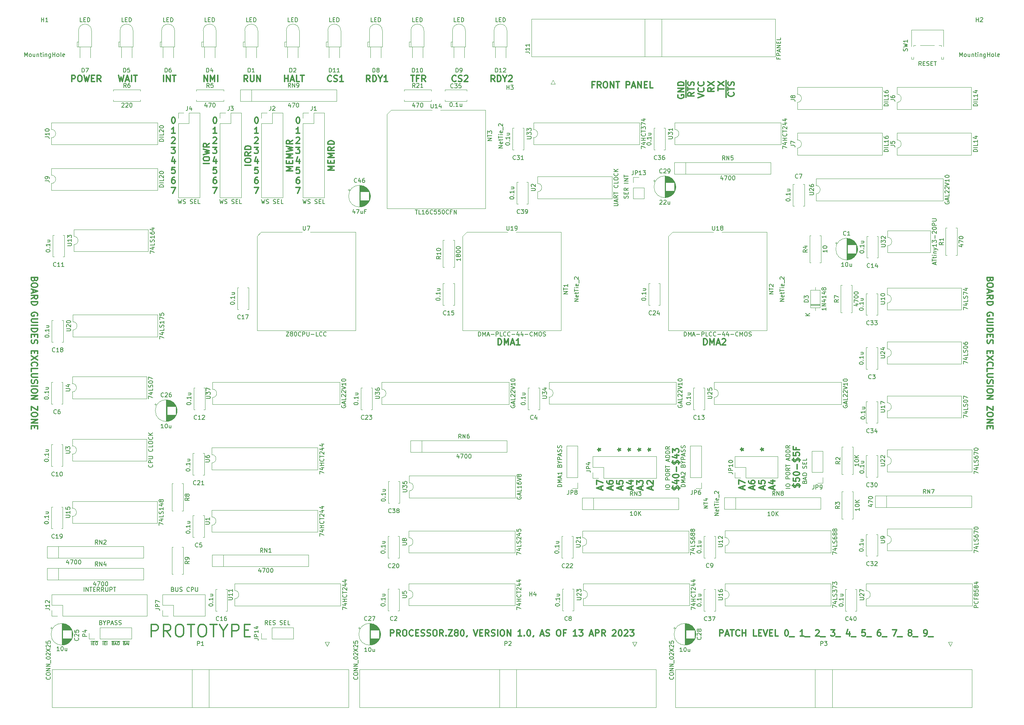
<source format=gbr>
%TF.GenerationSoftware,KiCad,Pcbnew,(6.0.11)*%
%TF.CreationDate,2023-06-28T20:06:58-04:00*%
%TF.ProjectId,processor.Z80,70726f63-6573-4736-9f72-2e5a38302e6b,rev?*%
%TF.SameCoordinates,Original*%
%TF.FileFunction,Legend,Top*%
%TF.FilePolarity,Positive*%
%FSLAX46Y46*%
G04 Gerber Fmt 4.6, Leading zero omitted, Abs format (unit mm)*
G04 Created by KiCad (PCBNEW (6.0.11)) date 2023-06-28 20:06:58*
%MOMM*%
%LPD*%
G01*
G04 APERTURE LIST*
%ADD10C,0.300000*%
%ADD11C,0.175000*%
%ADD12C,0.150000*%
%ADD13C,0.120000*%
G04 APERTURE END LIST*
D10*
X37607142Y-133285714D02*
X37535714Y-133500000D01*
X37464285Y-133571428D01*
X37321428Y-133642857D01*
X37107142Y-133642857D01*
X36964285Y-133571428D01*
X36892857Y-133500000D01*
X36821428Y-133357142D01*
X36821428Y-132785714D01*
X38321428Y-132785714D01*
X38321428Y-133285714D01*
X38250000Y-133428571D01*
X38178571Y-133500000D01*
X38035714Y-133571428D01*
X37892857Y-133571428D01*
X37750000Y-133500000D01*
X37678571Y-133428571D01*
X37607142Y-133285714D01*
X37607142Y-132785714D01*
X38321428Y-134571428D02*
X38321428Y-134857142D01*
X38250000Y-135000000D01*
X38107142Y-135142857D01*
X37821428Y-135214285D01*
X37321428Y-135214285D01*
X37035714Y-135142857D01*
X36892857Y-135000000D01*
X36821428Y-134857142D01*
X36821428Y-134571428D01*
X36892857Y-134428571D01*
X37035714Y-134285714D01*
X37321428Y-134214285D01*
X37821428Y-134214285D01*
X38107142Y-134285714D01*
X38250000Y-134428571D01*
X38321428Y-134571428D01*
X37250000Y-135785714D02*
X37250000Y-136500000D01*
X36821428Y-135642857D02*
X38321428Y-136142857D01*
X36821428Y-136642857D01*
X36821428Y-138000000D02*
X37535714Y-137500000D01*
X36821428Y-137142857D02*
X38321428Y-137142857D01*
X38321428Y-137714285D01*
X38250000Y-137857142D01*
X38178571Y-137928571D01*
X38035714Y-138000000D01*
X37821428Y-138000000D01*
X37678571Y-137928571D01*
X37607142Y-137857142D01*
X37535714Y-137714285D01*
X37535714Y-137142857D01*
X36821428Y-138642857D02*
X38321428Y-138642857D01*
X38321428Y-139000000D01*
X38250000Y-139214285D01*
X38107142Y-139357142D01*
X37964285Y-139428571D01*
X37678571Y-139500000D01*
X37464285Y-139500000D01*
X37178571Y-139428571D01*
X37035714Y-139357142D01*
X36892857Y-139214285D01*
X36821428Y-139000000D01*
X36821428Y-138642857D01*
X38250000Y-142071428D02*
X38321428Y-141928571D01*
X38321428Y-141714285D01*
X38250000Y-141500000D01*
X38107142Y-141357142D01*
X37964285Y-141285714D01*
X37678571Y-141214285D01*
X37464285Y-141214285D01*
X37178571Y-141285714D01*
X37035714Y-141357142D01*
X36892857Y-141500000D01*
X36821428Y-141714285D01*
X36821428Y-141857142D01*
X36892857Y-142071428D01*
X36964285Y-142142857D01*
X37464285Y-142142857D01*
X37464285Y-141857142D01*
X38321428Y-142785714D02*
X37107142Y-142785714D01*
X36964285Y-142857142D01*
X36892857Y-142928571D01*
X36821428Y-143071428D01*
X36821428Y-143357142D01*
X36892857Y-143500000D01*
X36964285Y-143571428D01*
X37107142Y-143642857D01*
X38321428Y-143642857D01*
X36821428Y-144357142D02*
X38321428Y-144357142D01*
X36821428Y-145071428D02*
X38321428Y-145071428D01*
X38321428Y-145428571D01*
X38250000Y-145642857D01*
X38107142Y-145785714D01*
X37964285Y-145857142D01*
X37678571Y-145928571D01*
X37464285Y-145928571D01*
X37178571Y-145857142D01*
X37035714Y-145785714D01*
X36892857Y-145642857D01*
X36821428Y-145428571D01*
X36821428Y-145071428D01*
X37607142Y-146571428D02*
X37607142Y-147071428D01*
X36821428Y-147285714D02*
X36821428Y-146571428D01*
X38321428Y-146571428D01*
X38321428Y-147285714D01*
X36892857Y-147857142D02*
X36821428Y-148071428D01*
X36821428Y-148428571D01*
X36892857Y-148571428D01*
X36964285Y-148642857D01*
X37107142Y-148714285D01*
X37250000Y-148714285D01*
X37392857Y-148642857D01*
X37464285Y-148571428D01*
X37535714Y-148428571D01*
X37607142Y-148142857D01*
X37678571Y-148000000D01*
X37750000Y-147928571D01*
X37892857Y-147857142D01*
X38035714Y-147857142D01*
X38178571Y-147928571D01*
X38250000Y-148000000D01*
X38321428Y-148142857D01*
X38321428Y-148500000D01*
X38250000Y-148714285D01*
X37607142Y-150500000D02*
X37607142Y-151000000D01*
X36821428Y-151214285D02*
X36821428Y-150500000D01*
X38321428Y-150500000D01*
X38321428Y-151214285D01*
X38321428Y-151714285D02*
X36821428Y-152714285D01*
X38321428Y-152714285D02*
X36821428Y-151714285D01*
X36964285Y-154142857D02*
X36892857Y-154071428D01*
X36821428Y-153857142D01*
X36821428Y-153714285D01*
X36892857Y-153500000D01*
X37035714Y-153357142D01*
X37178571Y-153285714D01*
X37464285Y-153214285D01*
X37678571Y-153214285D01*
X37964285Y-153285714D01*
X38107142Y-153357142D01*
X38250000Y-153500000D01*
X38321428Y-153714285D01*
X38321428Y-153857142D01*
X38250000Y-154071428D01*
X38178571Y-154142857D01*
X36821428Y-155500000D02*
X36821428Y-154785714D01*
X38321428Y-154785714D01*
X38321428Y-156000000D02*
X37107142Y-156000000D01*
X36964285Y-156071428D01*
X36892857Y-156142857D01*
X36821428Y-156285714D01*
X36821428Y-156571428D01*
X36892857Y-156714285D01*
X36964285Y-156785714D01*
X37107142Y-156857142D01*
X38321428Y-156857142D01*
X36892857Y-157500000D02*
X36821428Y-157714285D01*
X36821428Y-158071428D01*
X36892857Y-158214285D01*
X36964285Y-158285714D01*
X37107142Y-158357142D01*
X37250000Y-158357142D01*
X37392857Y-158285714D01*
X37464285Y-158214285D01*
X37535714Y-158071428D01*
X37607142Y-157785714D01*
X37678571Y-157642857D01*
X37750000Y-157571428D01*
X37892857Y-157500000D01*
X38035714Y-157500000D01*
X38178571Y-157571428D01*
X38250000Y-157642857D01*
X38321428Y-157785714D01*
X38321428Y-158142857D01*
X38250000Y-158357142D01*
X36821428Y-159000000D02*
X38321428Y-159000000D01*
X38321428Y-160000000D02*
X38321428Y-160285714D01*
X38250000Y-160428571D01*
X38107142Y-160571428D01*
X37821428Y-160642857D01*
X37321428Y-160642857D01*
X37035714Y-160571428D01*
X36892857Y-160428571D01*
X36821428Y-160285714D01*
X36821428Y-160000000D01*
X36892857Y-159857142D01*
X37035714Y-159714285D01*
X37321428Y-159642857D01*
X37821428Y-159642857D01*
X38107142Y-159714285D01*
X38250000Y-159857142D01*
X38321428Y-160000000D01*
X36821428Y-161285714D02*
X38321428Y-161285714D01*
X36821428Y-162142857D01*
X38321428Y-162142857D01*
X38321428Y-163857142D02*
X38321428Y-164857142D01*
X36821428Y-163857142D01*
X36821428Y-164857142D01*
X38321428Y-165714285D02*
X38321428Y-166000000D01*
X38250000Y-166142857D01*
X38107142Y-166285714D01*
X37821428Y-166357142D01*
X37321428Y-166357142D01*
X37035714Y-166285714D01*
X36892857Y-166142857D01*
X36821428Y-166000000D01*
X36821428Y-165714285D01*
X36892857Y-165571428D01*
X37035714Y-165428571D01*
X37321428Y-165357142D01*
X37821428Y-165357142D01*
X38107142Y-165428571D01*
X38250000Y-165571428D01*
X38321428Y-165714285D01*
X36821428Y-167000000D02*
X38321428Y-167000000D01*
X36821428Y-167857142D01*
X38321428Y-167857142D01*
X37607142Y-168571428D02*
X37607142Y-169071428D01*
X36821428Y-169285714D02*
X36821428Y-168571428D01*
X38321428Y-168571428D01*
X38321428Y-169285714D01*
X109035714Y-85535714D02*
X108964285Y-85607142D01*
X108750000Y-85678571D01*
X108607142Y-85678571D01*
X108392857Y-85607142D01*
X108250000Y-85464285D01*
X108178571Y-85321428D01*
X108107142Y-85035714D01*
X108107142Y-84821428D01*
X108178571Y-84535714D01*
X108250000Y-84392857D01*
X108392857Y-84250000D01*
X108607142Y-84178571D01*
X108750000Y-84178571D01*
X108964285Y-84250000D01*
X109035714Y-84321428D01*
X109607142Y-85607142D02*
X109821428Y-85678571D01*
X110178571Y-85678571D01*
X110321428Y-85607142D01*
X110392857Y-85535714D01*
X110464285Y-85392857D01*
X110464285Y-85250000D01*
X110392857Y-85107142D01*
X110321428Y-85035714D01*
X110178571Y-84964285D01*
X109892857Y-84892857D01*
X109750000Y-84821428D01*
X109678571Y-84750000D01*
X109607142Y-84607142D01*
X109607142Y-84464285D01*
X109678571Y-84321428D01*
X109750000Y-84250000D01*
X109892857Y-84178571D01*
X110250000Y-84178571D01*
X110464285Y-84250000D01*
X111892857Y-85678571D02*
X111035714Y-85678571D01*
X111464285Y-85678571D02*
X111464285Y-84178571D01*
X111321428Y-84392857D01*
X111178571Y-84535714D01*
X111035714Y-84607142D01*
X148357142Y-85678571D02*
X147857142Y-84964285D01*
X147500000Y-85678571D02*
X147500000Y-84178571D01*
X148071428Y-84178571D01*
X148214285Y-84250000D01*
X148285714Y-84321428D01*
X148357142Y-84464285D01*
X148357142Y-84678571D01*
X148285714Y-84821428D01*
X148214285Y-84892857D01*
X148071428Y-84964285D01*
X147500000Y-84964285D01*
X149000000Y-85678571D02*
X149000000Y-84178571D01*
X149357142Y-84178571D01*
X149571428Y-84250000D01*
X149714285Y-84392857D01*
X149785714Y-84535714D01*
X149857142Y-84821428D01*
X149857142Y-85035714D01*
X149785714Y-85321428D01*
X149714285Y-85464285D01*
X149571428Y-85607142D01*
X149357142Y-85678571D01*
X149000000Y-85678571D01*
X150785714Y-84964285D02*
X150785714Y-85678571D01*
X150285714Y-84178571D02*
X150785714Y-84964285D01*
X151285714Y-84178571D01*
X151714285Y-84321428D02*
X151785714Y-84250000D01*
X151928571Y-84178571D01*
X152285714Y-84178571D01*
X152428571Y-84250000D01*
X152500000Y-84321428D01*
X152571428Y-84464285D01*
X152571428Y-84607142D01*
X152500000Y-84821428D01*
X151642857Y-85678571D01*
X152571428Y-85678571D01*
X149142857Y-149078571D02*
X149142857Y-147578571D01*
X149500000Y-147578571D01*
X149714285Y-147650000D01*
X149857142Y-147792857D01*
X149928571Y-147935714D01*
X150000000Y-148221428D01*
X150000000Y-148435714D01*
X149928571Y-148721428D01*
X149857142Y-148864285D01*
X149714285Y-149007142D01*
X149500000Y-149078571D01*
X149142857Y-149078571D01*
X150642857Y-149078571D02*
X150642857Y-147578571D01*
X151142857Y-148650000D01*
X151642857Y-147578571D01*
X151642857Y-149078571D01*
X152285714Y-148650000D02*
X153000000Y-148650000D01*
X152142857Y-149078571D02*
X152642857Y-147578571D01*
X153142857Y-149078571D01*
X154428571Y-149078571D02*
X153571428Y-149078571D01*
X154000000Y-149078571D02*
X154000000Y-147578571D01*
X153857142Y-147792857D01*
X153714285Y-147935714D01*
X153571428Y-148007142D01*
X70928571Y-94226071D02*
X71071428Y-94226071D01*
X71214285Y-94297500D01*
X71285714Y-94368928D01*
X71357142Y-94511785D01*
X71428571Y-94797500D01*
X71428571Y-95154642D01*
X71357142Y-95440357D01*
X71285714Y-95583214D01*
X71214285Y-95654642D01*
X71071428Y-95726071D01*
X70928571Y-95726071D01*
X70785714Y-95654642D01*
X70714285Y-95583214D01*
X70642857Y-95440357D01*
X70571428Y-95154642D01*
X70571428Y-94797500D01*
X70642857Y-94511785D01*
X70714285Y-94368928D01*
X70785714Y-94297500D01*
X70928571Y-94226071D01*
X71428571Y-98141071D02*
X70571428Y-98141071D01*
X71000000Y-98141071D02*
X71000000Y-96641071D01*
X70857142Y-96855357D01*
X70714285Y-96998214D01*
X70571428Y-97069642D01*
X70571428Y-99198928D02*
X70642857Y-99127500D01*
X70785714Y-99056071D01*
X71142857Y-99056071D01*
X71285714Y-99127500D01*
X71357142Y-99198928D01*
X71428571Y-99341785D01*
X71428571Y-99484642D01*
X71357142Y-99698928D01*
X70500000Y-100556071D01*
X71428571Y-100556071D01*
X70500000Y-101471071D02*
X71428571Y-101471071D01*
X70928571Y-102042500D01*
X71142857Y-102042500D01*
X71285714Y-102113928D01*
X71357142Y-102185357D01*
X71428571Y-102328214D01*
X71428571Y-102685357D01*
X71357142Y-102828214D01*
X71285714Y-102899642D01*
X71142857Y-102971071D01*
X70714285Y-102971071D01*
X70571428Y-102899642D01*
X70500000Y-102828214D01*
X71285714Y-104386071D02*
X71285714Y-105386071D01*
X70928571Y-103814642D02*
X70571428Y-104886071D01*
X71500000Y-104886071D01*
X71357142Y-106301071D02*
X70642857Y-106301071D01*
X70571428Y-107015357D01*
X70642857Y-106943928D01*
X70785714Y-106872500D01*
X71142857Y-106872500D01*
X71285714Y-106943928D01*
X71357142Y-107015357D01*
X71428571Y-107158214D01*
X71428571Y-107515357D01*
X71357142Y-107658214D01*
X71285714Y-107729642D01*
X71142857Y-107801071D01*
X70785714Y-107801071D01*
X70642857Y-107729642D01*
X70571428Y-107658214D01*
X71285714Y-108716071D02*
X71000000Y-108716071D01*
X70857142Y-108787500D01*
X70785714Y-108858928D01*
X70642857Y-109073214D01*
X70571428Y-109358928D01*
X70571428Y-109930357D01*
X70642857Y-110073214D01*
X70714285Y-110144642D01*
X70857142Y-110216071D01*
X71142857Y-110216071D01*
X71285714Y-110144642D01*
X71357142Y-110073214D01*
X71428571Y-109930357D01*
X71428571Y-109573214D01*
X71357142Y-109430357D01*
X71285714Y-109358928D01*
X71142857Y-109287500D01*
X70857142Y-109287500D01*
X70714285Y-109358928D01*
X70642857Y-109430357D01*
X70571428Y-109573214D01*
X70500000Y-111131071D02*
X71500000Y-111131071D01*
X70857142Y-112631071D01*
X80928571Y-94226071D02*
X81071428Y-94226071D01*
X81214285Y-94297500D01*
X81285714Y-94368928D01*
X81357142Y-94511785D01*
X81428571Y-94797500D01*
X81428571Y-95154642D01*
X81357142Y-95440357D01*
X81285714Y-95583214D01*
X81214285Y-95654642D01*
X81071428Y-95726071D01*
X80928571Y-95726071D01*
X80785714Y-95654642D01*
X80714285Y-95583214D01*
X80642857Y-95440357D01*
X80571428Y-95154642D01*
X80571428Y-94797500D01*
X80642857Y-94511785D01*
X80714285Y-94368928D01*
X80785714Y-94297500D01*
X80928571Y-94226071D01*
X81428571Y-98141071D02*
X80571428Y-98141071D01*
X81000000Y-98141071D02*
X81000000Y-96641071D01*
X80857142Y-96855357D01*
X80714285Y-96998214D01*
X80571428Y-97069642D01*
X80571428Y-99198928D02*
X80642857Y-99127500D01*
X80785714Y-99056071D01*
X81142857Y-99056071D01*
X81285714Y-99127500D01*
X81357142Y-99198928D01*
X81428571Y-99341785D01*
X81428571Y-99484642D01*
X81357142Y-99698928D01*
X80500000Y-100556071D01*
X81428571Y-100556071D01*
X80500000Y-101471071D02*
X81428571Y-101471071D01*
X80928571Y-102042500D01*
X81142857Y-102042500D01*
X81285714Y-102113928D01*
X81357142Y-102185357D01*
X81428571Y-102328214D01*
X81428571Y-102685357D01*
X81357142Y-102828214D01*
X81285714Y-102899642D01*
X81142857Y-102971071D01*
X80714285Y-102971071D01*
X80571428Y-102899642D01*
X80500000Y-102828214D01*
X81285714Y-104386071D02*
X81285714Y-105386071D01*
X80928571Y-103814642D02*
X80571428Y-104886071D01*
X81500000Y-104886071D01*
X81357142Y-106301071D02*
X80642857Y-106301071D01*
X80571428Y-107015357D01*
X80642857Y-106943928D01*
X80785714Y-106872500D01*
X81142857Y-106872500D01*
X81285714Y-106943928D01*
X81357142Y-107015357D01*
X81428571Y-107158214D01*
X81428571Y-107515357D01*
X81357142Y-107658214D01*
X81285714Y-107729642D01*
X81142857Y-107801071D01*
X80785714Y-107801071D01*
X80642857Y-107729642D01*
X80571428Y-107658214D01*
X81285714Y-108716071D02*
X81000000Y-108716071D01*
X80857142Y-108787500D01*
X80785714Y-108858928D01*
X80642857Y-109073214D01*
X80571428Y-109358928D01*
X80571428Y-109930357D01*
X80642857Y-110073214D01*
X80714285Y-110144642D01*
X80857142Y-110216071D01*
X81142857Y-110216071D01*
X81285714Y-110144642D01*
X81357142Y-110073214D01*
X81428571Y-109930357D01*
X81428571Y-109573214D01*
X81357142Y-109430357D01*
X81285714Y-109358928D01*
X81142857Y-109287500D01*
X80857142Y-109287500D01*
X80714285Y-109358928D01*
X80642857Y-109430357D01*
X80571428Y-109573214D01*
X80500000Y-111131071D02*
X81500000Y-111131071D01*
X80857142Y-112631071D01*
X90928571Y-94226071D02*
X91071428Y-94226071D01*
X91214285Y-94297500D01*
X91285714Y-94368928D01*
X91357142Y-94511785D01*
X91428571Y-94797500D01*
X91428571Y-95154642D01*
X91357142Y-95440357D01*
X91285714Y-95583214D01*
X91214285Y-95654642D01*
X91071428Y-95726071D01*
X90928571Y-95726071D01*
X90785714Y-95654642D01*
X90714285Y-95583214D01*
X90642857Y-95440357D01*
X90571428Y-95154642D01*
X90571428Y-94797500D01*
X90642857Y-94511785D01*
X90714285Y-94368928D01*
X90785714Y-94297500D01*
X90928571Y-94226071D01*
X91428571Y-98141071D02*
X90571428Y-98141071D01*
X91000000Y-98141071D02*
X91000000Y-96641071D01*
X90857142Y-96855357D01*
X90714285Y-96998214D01*
X90571428Y-97069642D01*
X90571428Y-99198928D02*
X90642857Y-99127500D01*
X90785714Y-99056071D01*
X91142857Y-99056071D01*
X91285714Y-99127500D01*
X91357142Y-99198928D01*
X91428571Y-99341785D01*
X91428571Y-99484642D01*
X91357142Y-99698928D01*
X90500000Y-100556071D01*
X91428571Y-100556071D01*
X90500000Y-101471071D02*
X91428571Y-101471071D01*
X90928571Y-102042500D01*
X91142857Y-102042500D01*
X91285714Y-102113928D01*
X91357142Y-102185357D01*
X91428571Y-102328214D01*
X91428571Y-102685357D01*
X91357142Y-102828214D01*
X91285714Y-102899642D01*
X91142857Y-102971071D01*
X90714285Y-102971071D01*
X90571428Y-102899642D01*
X90500000Y-102828214D01*
X91285714Y-104386071D02*
X91285714Y-105386071D01*
X90928571Y-103814642D02*
X90571428Y-104886071D01*
X91500000Y-104886071D01*
X91357142Y-106301071D02*
X90642857Y-106301071D01*
X90571428Y-107015357D01*
X90642857Y-106943928D01*
X90785714Y-106872500D01*
X91142857Y-106872500D01*
X91285714Y-106943928D01*
X91357142Y-107015357D01*
X91428571Y-107158214D01*
X91428571Y-107515357D01*
X91357142Y-107658214D01*
X91285714Y-107729642D01*
X91142857Y-107801071D01*
X90785714Y-107801071D01*
X90642857Y-107729642D01*
X90571428Y-107658214D01*
X91285714Y-108716071D02*
X91000000Y-108716071D01*
X90857142Y-108787500D01*
X90785714Y-108858928D01*
X90642857Y-109073214D01*
X90571428Y-109358928D01*
X90571428Y-109930357D01*
X90642857Y-110073214D01*
X90714285Y-110144642D01*
X90857142Y-110216071D01*
X91142857Y-110216071D01*
X91285714Y-110144642D01*
X91357142Y-110073214D01*
X91428571Y-109930357D01*
X91428571Y-109573214D01*
X91357142Y-109430357D01*
X91285714Y-109358928D01*
X91142857Y-109287500D01*
X90857142Y-109287500D01*
X90714285Y-109358928D01*
X90642857Y-109430357D01*
X90571428Y-109573214D01*
X90500000Y-111131071D02*
X91500000Y-111131071D01*
X90857142Y-112631071D01*
X208127500Y-183821428D02*
X208127500Y-183107142D01*
X208556071Y-183964285D02*
X207056071Y-183464285D01*
X208556071Y-182964285D01*
X207056071Y-182607142D02*
X207056071Y-181607142D01*
X208556071Y-182250000D01*
X210542500Y-183821428D02*
X210542500Y-183107142D01*
X210971071Y-183964285D02*
X209471071Y-183464285D01*
X210971071Y-182964285D01*
X209471071Y-181821428D02*
X209471071Y-182107142D01*
X209542500Y-182250000D01*
X209613928Y-182321428D01*
X209828214Y-182464285D01*
X210113928Y-182535714D01*
X210685357Y-182535714D01*
X210828214Y-182464285D01*
X210899642Y-182392857D01*
X210971071Y-182250000D01*
X210971071Y-181964285D01*
X210899642Y-181821428D01*
X210828214Y-181750000D01*
X210685357Y-181678571D01*
X210328214Y-181678571D01*
X210185357Y-181750000D01*
X210113928Y-181821428D01*
X210042500Y-181964285D01*
X210042500Y-182250000D01*
X210113928Y-182392857D01*
X210185357Y-182464285D01*
X210328214Y-182535714D01*
X212957500Y-183821428D02*
X212957500Y-183107142D01*
X213386071Y-183964285D02*
X211886071Y-183464285D01*
X213386071Y-182964285D01*
X211886071Y-181750000D02*
X211886071Y-182464285D01*
X212600357Y-182535714D01*
X212528928Y-182464285D01*
X212457500Y-182321428D01*
X212457500Y-181964285D01*
X212528928Y-181821428D01*
X212600357Y-181750000D01*
X212743214Y-181678571D01*
X213100357Y-181678571D01*
X213243214Y-181750000D01*
X213314642Y-181821428D01*
X213386071Y-181964285D01*
X213386071Y-182321428D01*
X213314642Y-182464285D01*
X213243214Y-182535714D01*
X215372500Y-183821428D02*
X215372500Y-183107142D01*
X215801071Y-183964285D02*
X214301071Y-183464285D01*
X215801071Y-182964285D01*
X214801071Y-181821428D02*
X215801071Y-181821428D01*
X214229642Y-182178571D02*
X215301071Y-182535714D01*
X215301071Y-181607142D01*
D11*
X53908000Y-220419000D02*
X54241333Y-220419000D01*
X54074666Y-221316666D02*
X54074666Y-220616666D01*
X54241333Y-220419000D02*
X54874666Y-220419000D01*
X54408000Y-220950000D02*
X54641333Y-220950000D01*
X54741333Y-221316666D02*
X54408000Y-221316666D01*
X54408000Y-220616666D01*
X54741333Y-220616666D01*
X54874666Y-220419000D02*
X55208000Y-220419000D01*
X55041333Y-221316666D02*
X55041333Y-220616666D01*
X56081333Y-220419000D02*
X56781333Y-220419000D01*
X56481333Y-220950000D02*
X56581333Y-220983333D01*
X56614666Y-221016666D01*
X56648000Y-221083333D01*
X56648000Y-221183333D01*
X56614666Y-221250000D01*
X56581333Y-221283333D01*
X56514666Y-221316666D01*
X56248000Y-221316666D01*
X56248000Y-220616666D01*
X56481333Y-220616666D01*
X56548000Y-220650000D01*
X56581333Y-220683333D01*
X56614666Y-220750000D01*
X56614666Y-220816666D01*
X56581333Y-220883333D01*
X56548000Y-220916666D01*
X56481333Y-220950000D01*
X56248000Y-220950000D01*
X56781333Y-220419000D02*
X57381333Y-220419000D01*
X56914666Y-221116666D02*
X57248000Y-221116666D01*
X56848000Y-221316666D02*
X57081333Y-220616666D01*
X57314666Y-221316666D01*
X57381333Y-220419000D02*
X58114666Y-220419000D01*
X57681333Y-220616666D02*
X57814666Y-220616666D01*
X57881333Y-220650000D01*
X57948000Y-220716666D01*
X57981333Y-220850000D01*
X57981333Y-221083333D01*
X57948000Y-221216666D01*
X57881333Y-221283333D01*
X57814666Y-221316666D01*
X57681333Y-221316666D01*
X57614666Y-221283333D01*
X57548000Y-221216666D01*
X57514666Y-221083333D01*
X57514666Y-220850000D01*
X57548000Y-220716666D01*
X57614666Y-220650000D01*
X57681333Y-220616666D01*
X58821333Y-220419000D02*
X59521333Y-220419000D01*
X59221333Y-220950000D02*
X59321333Y-220983333D01*
X59354666Y-221016666D01*
X59388000Y-221083333D01*
X59388000Y-221183333D01*
X59354666Y-221250000D01*
X59321333Y-221283333D01*
X59254666Y-221316666D01*
X58988000Y-221316666D01*
X58988000Y-220616666D01*
X59221333Y-220616666D01*
X59288000Y-220650000D01*
X59321333Y-220683333D01*
X59354666Y-220750000D01*
X59354666Y-220816666D01*
X59321333Y-220883333D01*
X59288000Y-220916666D01*
X59221333Y-220950000D01*
X58988000Y-220950000D01*
X59521333Y-220419000D02*
X60121333Y-220419000D01*
X59654666Y-221116666D02*
X59988000Y-221116666D01*
X59588000Y-221316666D02*
X59821333Y-220616666D01*
X60054666Y-221316666D01*
X60121333Y-220419000D02*
X60454666Y-220419000D01*
X60288000Y-221316666D02*
X60288000Y-220616666D01*
D10*
X46535714Y-85678571D02*
X46535714Y-84178571D01*
X47107142Y-84178571D01*
X47250000Y-84250000D01*
X47321428Y-84321428D01*
X47392857Y-84464285D01*
X47392857Y-84678571D01*
X47321428Y-84821428D01*
X47250000Y-84892857D01*
X47107142Y-84964285D01*
X46535714Y-84964285D01*
X48321428Y-84178571D02*
X48607142Y-84178571D01*
X48750000Y-84250000D01*
X48892857Y-84392857D01*
X48964285Y-84678571D01*
X48964285Y-85178571D01*
X48892857Y-85464285D01*
X48750000Y-85607142D01*
X48607142Y-85678571D01*
X48321428Y-85678571D01*
X48178571Y-85607142D01*
X48035714Y-85464285D01*
X47964285Y-85178571D01*
X47964285Y-84678571D01*
X48035714Y-84392857D01*
X48178571Y-84250000D01*
X48321428Y-84178571D01*
X49464285Y-84178571D02*
X49821428Y-85678571D01*
X50107142Y-84607142D01*
X50392857Y-85678571D01*
X50750000Y-84178571D01*
X51321428Y-84892857D02*
X51821428Y-84892857D01*
X52035714Y-85678571D02*
X51321428Y-85678571D01*
X51321428Y-84178571D01*
X52035714Y-84178571D01*
X53535714Y-85678571D02*
X53035714Y-84964285D01*
X52678571Y-85678571D02*
X52678571Y-84178571D01*
X53250000Y-84178571D01*
X53392857Y-84250000D01*
X53464285Y-84321428D01*
X53535714Y-84464285D01*
X53535714Y-84678571D01*
X53464285Y-84821428D01*
X53392857Y-84892857D01*
X53250000Y-84964285D01*
X52678571Y-84964285D01*
X267607142Y-133285714D02*
X267535714Y-133500000D01*
X267464285Y-133571428D01*
X267321428Y-133642857D01*
X267107142Y-133642857D01*
X266964285Y-133571428D01*
X266892857Y-133500000D01*
X266821428Y-133357142D01*
X266821428Y-132785714D01*
X268321428Y-132785714D01*
X268321428Y-133285714D01*
X268250000Y-133428571D01*
X268178571Y-133500000D01*
X268035714Y-133571428D01*
X267892857Y-133571428D01*
X267750000Y-133500000D01*
X267678571Y-133428571D01*
X267607142Y-133285714D01*
X267607142Y-132785714D01*
X268321428Y-134571428D02*
X268321428Y-134857142D01*
X268250000Y-135000000D01*
X268107142Y-135142857D01*
X267821428Y-135214285D01*
X267321428Y-135214285D01*
X267035714Y-135142857D01*
X266892857Y-135000000D01*
X266821428Y-134857142D01*
X266821428Y-134571428D01*
X266892857Y-134428571D01*
X267035714Y-134285714D01*
X267321428Y-134214285D01*
X267821428Y-134214285D01*
X268107142Y-134285714D01*
X268250000Y-134428571D01*
X268321428Y-134571428D01*
X267250000Y-135785714D02*
X267250000Y-136500000D01*
X266821428Y-135642857D02*
X268321428Y-136142857D01*
X266821428Y-136642857D01*
X266821428Y-138000000D02*
X267535714Y-137500000D01*
X266821428Y-137142857D02*
X268321428Y-137142857D01*
X268321428Y-137714285D01*
X268250000Y-137857142D01*
X268178571Y-137928571D01*
X268035714Y-138000000D01*
X267821428Y-138000000D01*
X267678571Y-137928571D01*
X267607142Y-137857142D01*
X267535714Y-137714285D01*
X267535714Y-137142857D01*
X266821428Y-138642857D02*
X268321428Y-138642857D01*
X268321428Y-139000000D01*
X268250000Y-139214285D01*
X268107142Y-139357142D01*
X267964285Y-139428571D01*
X267678571Y-139500000D01*
X267464285Y-139500000D01*
X267178571Y-139428571D01*
X267035714Y-139357142D01*
X266892857Y-139214285D01*
X266821428Y-139000000D01*
X266821428Y-138642857D01*
X268250000Y-142071428D02*
X268321428Y-141928571D01*
X268321428Y-141714285D01*
X268250000Y-141500000D01*
X268107142Y-141357142D01*
X267964285Y-141285714D01*
X267678571Y-141214285D01*
X267464285Y-141214285D01*
X267178571Y-141285714D01*
X267035714Y-141357142D01*
X266892857Y-141500000D01*
X266821428Y-141714285D01*
X266821428Y-141857142D01*
X266892857Y-142071428D01*
X266964285Y-142142857D01*
X267464285Y-142142857D01*
X267464285Y-141857142D01*
X268321428Y-142785714D02*
X267107142Y-142785714D01*
X266964285Y-142857142D01*
X266892857Y-142928571D01*
X266821428Y-143071428D01*
X266821428Y-143357142D01*
X266892857Y-143500000D01*
X266964285Y-143571428D01*
X267107142Y-143642857D01*
X268321428Y-143642857D01*
X266821428Y-144357142D02*
X268321428Y-144357142D01*
X266821428Y-145071428D02*
X268321428Y-145071428D01*
X268321428Y-145428571D01*
X268250000Y-145642857D01*
X268107142Y-145785714D01*
X267964285Y-145857142D01*
X267678571Y-145928571D01*
X267464285Y-145928571D01*
X267178571Y-145857142D01*
X267035714Y-145785714D01*
X266892857Y-145642857D01*
X266821428Y-145428571D01*
X266821428Y-145071428D01*
X267607142Y-146571428D02*
X267607142Y-147071428D01*
X266821428Y-147285714D02*
X266821428Y-146571428D01*
X268321428Y-146571428D01*
X268321428Y-147285714D01*
X266892857Y-147857142D02*
X266821428Y-148071428D01*
X266821428Y-148428571D01*
X266892857Y-148571428D01*
X266964285Y-148642857D01*
X267107142Y-148714285D01*
X267250000Y-148714285D01*
X267392857Y-148642857D01*
X267464285Y-148571428D01*
X267535714Y-148428571D01*
X267607142Y-148142857D01*
X267678571Y-148000000D01*
X267750000Y-147928571D01*
X267892857Y-147857142D01*
X268035714Y-147857142D01*
X268178571Y-147928571D01*
X268250000Y-148000000D01*
X268321428Y-148142857D01*
X268321428Y-148500000D01*
X268250000Y-148714285D01*
X267607142Y-150500000D02*
X267607142Y-151000000D01*
X266821428Y-151214285D02*
X266821428Y-150500000D01*
X268321428Y-150500000D01*
X268321428Y-151214285D01*
X268321428Y-151714285D02*
X266821428Y-152714285D01*
X268321428Y-152714285D02*
X266821428Y-151714285D01*
X266964285Y-154142857D02*
X266892857Y-154071428D01*
X266821428Y-153857142D01*
X266821428Y-153714285D01*
X266892857Y-153500000D01*
X267035714Y-153357142D01*
X267178571Y-153285714D01*
X267464285Y-153214285D01*
X267678571Y-153214285D01*
X267964285Y-153285714D01*
X268107142Y-153357142D01*
X268250000Y-153500000D01*
X268321428Y-153714285D01*
X268321428Y-153857142D01*
X268250000Y-154071428D01*
X268178571Y-154142857D01*
X266821428Y-155500000D02*
X266821428Y-154785714D01*
X268321428Y-154785714D01*
X268321428Y-156000000D02*
X267107142Y-156000000D01*
X266964285Y-156071428D01*
X266892857Y-156142857D01*
X266821428Y-156285714D01*
X266821428Y-156571428D01*
X266892857Y-156714285D01*
X266964285Y-156785714D01*
X267107142Y-156857142D01*
X268321428Y-156857142D01*
X266892857Y-157500000D02*
X266821428Y-157714285D01*
X266821428Y-158071428D01*
X266892857Y-158214285D01*
X266964285Y-158285714D01*
X267107142Y-158357142D01*
X267250000Y-158357142D01*
X267392857Y-158285714D01*
X267464285Y-158214285D01*
X267535714Y-158071428D01*
X267607142Y-157785714D01*
X267678571Y-157642857D01*
X267750000Y-157571428D01*
X267892857Y-157500000D01*
X268035714Y-157500000D01*
X268178571Y-157571428D01*
X268250000Y-157642857D01*
X268321428Y-157785714D01*
X268321428Y-158142857D01*
X268250000Y-158357142D01*
X266821428Y-159000000D02*
X268321428Y-159000000D01*
X268321428Y-160000000D02*
X268321428Y-160285714D01*
X268250000Y-160428571D01*
X268107142Y-160571428D01*
X267821428Y-160642857D01*
X267321428Y-160642857D01*
X267035714Y-160571428D01*
X266892857Y-160428571D01*
X266821428Y-160285714D01*
X266821428Y-160000000D01*
X266892857Y-159857142D01*
X267035714Y-159714285D01*
X267321428Y-159642857D01*
X267821428Y-159642857D01*
X268107142Y-159714285D01*
X268250000Y-159857142D01*
X268321428Y-160000000D01*
X266821428Y-161285714D02*
X268321428Y-161285714D01*
X266821428Y-162142857D01*
X268321428Y-162142857D01*
X268321428Y-163857142D02*
X268321428Y-164857142D01*
X266821428Y-163857142D01*
X266821428Y-164857142D01*
X268321428Y-165714285D02*
X268321428Y-166000000D01*
X268250000Y-166142857D01*
X268107142Y-166285714D01*
X267821428Y-166357142D01*
X267321428Y-166357142D01*
X267035714Y-166285714D01*
X266892857Y-166142857D01*
X266821428Y-166000000D01*
X266821428Y-165714285D01*
X266892857Y-165571428D01*
X267035714Y-165428571D01*
X267321428Y-165357142D01*
X267821428Y-165357142D01*
X268107142Y-165428571D01*
X268250000Y-165571428D01*
X268321428Y-165714285D01*
X266821428Y-167000000D02*
X268321428Y-167000000D01*
X266821428Y-167857142D01*
X268321428Y-167857142D01*
X267607142Y-168571428D02*
X267607142Y-169071428D01*
X266821428Y-169285714D02*
X266821428Y-168571428D01*
X268321428Y-168571428D01*
X268321428Y-169285714D01*
X118357142Y-85678571D02*
X117857142Y-84964285D01*
X117500000Y-85678571D02*
X117500000Y-84178571D01*
X118071428Y-84178571D01*
X118214285Y-84250000D01*
X118285714Y-84321428D01*
X118357142Y-84464285D01*
X118357142Y-84678571D01*
X118285714Y-84821428D01*
X118214285Y-84892857D01*
X118071428Y-84964285D01*
X117500000Y-84964285D01*
X119000000Y-85678571D02*
X119000000Y-84178571D01*
X119357142Y-84178571D01*
X119571428Y-84250000D01*
X119714285Y-84392857D01*
X119785714Y-84535714D01*
X119857142Y-84821428D01*
X119857142Y-85035714D01*
X119785714Y-85321428D01*
X119714285Y-85464285D01*
X119571428Y-85607142D01*
X119357142Y-85678571D01*
X119000000Y-85678571D01*
X120785714Y-84964285D02*
X120785714Y-85678571D01*
X120285714Y-84178571D02*
X120785714Y-84964285D01*
X121285714Y-84178571D01*
X122571428Y-85678571D02*
X121714285Y-85678571D01*
X122142857Y-85678571D02*
X122142857Y-84178571D01*
X122000000Y-84392857D01*
X121857142Y-84535714D01*
X121714285Y-84607142D01*
X65642857Y-219357142D02*
X65642857Y-216357142D01*
X66785714Y-216357142D01*
X67071428Y-216500000D01*
X67214285Y-216642857D01*
X67357142Y-216928571D01*
X67357142Y-217357142D01*
X67214285Y-217642857D01*
X67071428Y-217785714D01*
X66785714Y-217928571D01*
X65642857Y-217928571D01*
X70357142Y-219357142D02*
X69357142Y-217928571D01*
X68642857Y-219357142D02*
X68642857Y-216357142D01*
X69785714Y-216357142D01*
X70071428Y-216500000D01*
X70214285Y-216642857D01*
X70357142Y-216928571D01*
X70357142Y-217357142D01*
X70214285Y-217642857D01*
X70071428Y-217785714D01*
X69785714Y-217928571D01*
X68642857Y-217928571D01*
X72214285Y-216357142D02*
X72785714Y-216357142D01*
X73071428Y-216500000D01*
X73357142Y-216785714D01*
X73500000Y-217357142D01*
X73500000Y-218357142D01*
X73357142Y-218928571D01*
X73071428Y-219214285D01*
X72785714Y-219357142D01*
X72214285Y-219357142D01*
X71928571Y-219214285D01*
X71642857Y-218928571D01*
X71500000Y-218357142D01*
X71500000Y-217357142D01*
X71642857Y-216785714D01*
X71928571Y-216500000D01*
X72214285Y-216357142D01*
X74357142Y-216357142D02*
X76071428Y-216357142D01*
X75214285Y-219357142D02*
X75214285Y-216357142D01*
X77642857Y-216357142D02*
X78214285Y-216357142D01*
X78500000Y-216500000D01*
X78785714Y-216785714D01*
X78928571Y-217357142D01*
X78928571Y-218357142D01*
X78785714Y-218928571D01*
X78500000Y-219214285D01*
X78214285Y-219357142D01*
X77642857Y-219357142D01*
X77357142Y-219214285D01*
X77071428Y-218928571D01*
X76928571Y-218357142D01*
X76928571Y-217357142D01*
X77071428Y-216785714D01*
X77357142Y-216500000D01*
X77642857Y-216357142D01*
X79785714Y-216357142D02*
X81500000Y-216357142D01*
X80642857Y-219357142D02*
X80642857Y-216357142D01*
X83071428Y-217928571D02*
X83071428Y-219357142D01*
X82071428Y-216357142D02*
X83071428Y-217928571D01*
X84071428Y-216357142D01*
X85071428Y-219357142D02*
X85071428Y-216357142D01*
X86214285Y-216357142D01*
X86500000Y-216500000D01*
X86642857Y-216642857D01*
X86785714Y-216928571D01*
X86785714Y-217357142D01*
X86642857Y-217642857D01*
X86500000Y-217785714D01*
X86214285Y-217928571D01*
X85071428Y-217928571D01*
X88071428Y-217785714D02*
X89071428Y-217785714D01*
X89500000Y-219357142D02*
X88071428Y-219357142D01*
X88071428Y-216357142D01*
X89500000Y-216357142D01*
X128178571Y-84178571D02*
X129035714Y-84178571D01*
X128607142Y-85678571D02*
X128607142Y-84178571D01*
X130035714Y-84892857D02*
X129535714Y-84892857D01*
X129535714Y-85678571D02*
X129535714Y-84178571D01*
X130250000Y-84178571D01*
X131678571Y-85678571D02*
X131178571Y-84964285D01*
X130821428Y-85678571D02*
X130821428Y-84178571D01*
X131392857Y-84178571D01*
X131535714Y-84250000D01*
X131607142Y-84321428D01*
X131678571Y-84464285D01*
X131678571Y-84678571D01*
X131607142Y-84821428D01*
X131535714Y-84892857D01*
X131392857Y-84964285D01*
X130821428Y-84964285D01*
D11*
X51150000Y-220419000D02*
X51483333Y-220419000D01*
X51316666Y-221316666D02*
X51316666Y-220616666D01*
X51483333Y-220419000D02*
X52116666Y-220419000D01*
X51650000Y-220950000D02*
X51883333Y-220950000D01*
X51983333Y-221316666D02*
X51650000Y-221316666D01*
X51650000Y-220616666D01*
X51983333Y-220616666D01*
X52116666Y-220419000D02*
X52850000Y-220419000D01*
X52416666Y-220616666D02*
X52550000Y-220616666D01*
X52616666Y-220650000D01*
X52683333Y-220716666D01*
X52716666Y-220850000D01*
X52716666Y-221083333D01*
X52683333Y-221216666D01*
X52616666Y-221283333D01*
X52550000Y-221316666D01*
X52416666Y-221316666D01*
X52350000Y-221283333D01*
X52283333Y-221216666D01*
X52250000Y-221083333D01*
X52250000Y-220850000D01*
X52283333Y-220716666D01*
X52350000Y-220650000D01*
X52416666Y-220616666D01*
D10*
X192462500Y-88873571D02*
X192391071Y-89016428D01*
X192391071Y-89230714D01*
X192462500Y-89445000D01*
X192605357Y-89587857D01*
X192748214Y-89659285D01*
X193033928Y-89730714D01*
X193248214Y-89730714D01*
X193533928Y-89659285D01*
X193676785Y-89587857D01*
X193819642Y-89445000D01*
X193891071Y-89230714D01*
X193891071Y-89087857D01*
X193819642Y-88873571D01*
X193748214Y-88802142D01*
X193248214Y-88802142D01*
X193248214Y-89087857D01*
X193891071Y-88159285D02*
X192391071Y-88159285D01*
X193891071Y-87302142D01*
X192391071Y-87302142D01*
X193891071Y-86587857D02*
X192391071Y-86587857D01*
X192391071Y-86230714D01*
X192462500Y-86016428D01*
X192605357Y-85873571D01*
X192748214Y-85802142D01*
X193033928Y-85730714D01*
X193248214Y-85730714D01*
X193533928Y-85802142D01*
X193676785Y-85873571D01*
X193819642Y-86016428D01*
X193891071Y-86230714D01*
X193891071Y-86587857D01*
X194382500Y-89516428D02*
X194382500Y-88016428D01*
X196306071Y-88302142D02*
X195591785Y-88802142D01*
X196306071Y-89159285D02*
X194806071Y-89159285D01*
X194806071Y-88587857D01*
X194877500Y-88445000D01*
X194948928Y-88373571D01*
X195091785Y-88302142D01*
X195306071Y-88302142D01*
X195448928Y-88373571D01*
X195520357Y-88445000D01*
X195591785Y-88587857D01*
X195591785Y-89159285D01*
X194382500Y-88016428D02*
X194382500Y-86873571D01*
X194806071Y-87873571D02*
X194806071Y-87016428D01*
X196306071Y-87445000D02*
X194806071Y-87445000D01*
X194382500Y-86873571D02*
X194382500Y-85445000D01*
X196234642Y-86587857D02*
X196306071Y-86373571D01*
X196306071Y-86016428D01*
X196234642Y-85873571D01*
X196163214Y-85802142D01*
X196020357Y-85730714D01*
X195877500Y-85730714D01*
X195734642Y-85802142D01*
X195663214Y-85873571D01*
X195591785Y-86016428D01*
X195520357Y-86302142D01*
X195448928Y-86445000D01*
X195377500Y-86516428D01*
X195234642Y-86587857D01*
X195091785Y-86587857D01*
X194948928Y-86516428D01*
X194877500Y-86445000D01*
X194806071Y-86302142D01*
X194806071Y-85945000D01*
X194877500Y-85730714D01*
X197221071Y-89587857D02*
X198721071Y-89087857D01*
X197221071Y-88587857D01*
X198578214Y-87230714D02*
X198649642Y-87302142D01*
X198721071Y-87516428D01*
X198721071Y-87659285D01*
X198649642Y-87873571D01*
X198506785Y-88016428D01*
X198363928Y-88087857D01*
X198078214Y-88159285D01*
X197863928Y-88159285D01*
X197578214Y-88087857D01*
X197435357Y-88016428D01*
X197292500Y-87873571D01*
X197221071Y-87659285D01*
X197221071Y-87516428D01*
X197292500Y-87302142D01*
X197363928Y-87230714D01*
X198578214Y-85730714D02*
X198649642Y-85802142D01*
X198721071Y-86016428D01*
X198721071Y-86159285D01*
X198649642Y-86373571D01*
X198506785Y-86516428D01*
X198363928Y-86587857D01*
X198078214Y-86659285D01*
X197863928Y-86659285D01*
X197578214Y-86587857D01*
X197435357Y-86516428D01*
X197292500Y-86373571D01*
X197221071Y-86159285D01*
X197221071Y-86016428D01*
X197292500Y-85802142D01*
X197363928Y-85730714D01*
X201136071Y-87159285D02*
X200421785Y-87659285D01*
X201136071Y-88016428D02*
X199636071Y-88016428D01*
X199636071Y-87445000D01*
X199707500Y-87302142D01*
X199778928Y-87230714D01*
X199921785Y-87159285D01*
X200136071Y-87159285D01*
X200278928Y-87230714D01*
X200350357Y-87302142D01*
X200421785Y-87445000D01*
X200421785Y-88016428D01*
X199636071Y-86659285D02*
X201136071Y-85659285D01*
X199636071Y-85659285D02*
X201136071Y-86659285D01*
X202051071Y-87873571D02*
X202051071Y-87016428D01*
X203551071Y-87445000D02*
X202051071Y-87445000D01*
X202051071Y-86659285D02*
X203551071Y-85659285D01*
X202051071Y-85659285D02*
X203551071Y-86659285D01*
X204042500Y-89516428D02*
X204042500Y-88016428D01*
X205823214Y-88302142D02*
X205894642Y-88373571D01*
X205966071Y-88587857D01*
X205966071Y-88730714D01*
X205894642Y-88945000D01*
X205751785Y-89087857D01*
X205608928Y-89159285D01*
X205323214Y-89230714D01*
X205108928Y-89230714D01*
X204823214Y-89159285D01*
X204680357Y-89087857D01*
X204537500Y-88945000D01*
X204466071Y-88730714D01*
X204466071Y-88587857D01*
X204537500Y-88373571D01*
X204608928Y-88302142D01*
X204042500Y-88016428D02*
X204042500Y-86873571D01*
X204466071Y-87873571D02*
X204466071Y-87016428D01*
X205966071Y-87445000D02*
X204466071Y-87445000D01*
X204042500Y-86873571D02*
X204042500Y-85445000D01*
X205894642Y-86587857D02*
X205966071Y-86373571D01*
X205966071Y-86016428D01*
X205894642Y-85873571D01*
X205823214Y-85802142D01*
X205680357Y-85730714D01*
X205537500Y-85730714D01*
X205394642Y-85802142D01*
X205323214Y-85873571D01*
X205251785Y-86016428D01*
X205180357Y-86302142D01*
X205108928Y-86445000D01*
X205037500Y-86516428D01*
X204894642Y-86587857D01*
X204751785Y-86587857D01*
X204608928Y-86516428D01*
X204537500Y-86445000D01*
X204466071Y-86302142D01*
X204466071Y-85945000D01*
X204537500Y-85730714D01*
X198642857Y-149078571D02*
X198642857Y-147578571D01*
X199000000Y-147578571D01*
X199214285Y-147650000D01*
X199357142Y-147792857D01*
X199428571Y-147935714D01*
X199500000Y-148221428D01*
X199500000Y-148435714D01*
X199428571Y-148721428D01*
X199357142Y-148864285D01*
X199214285Y-149007142D01*
X199000000Y-149078571D01*
X198642857Y-149078571D01*
X200142857Y-149078571D02*
X200142857Y-147578571D01*
X200642857Y-148650000D01*
X201142857Y-147578571D01*
X201142857Y-149078571D01*
X201785714Y-148650000D02*
X202500000Y-148650000D01*
X201642857Y-149078571D02*
X202142857Y-147578571D01*
X202642857Y-149078571D01*
X203071428Y-147721428D02*
X203142857Y-147650000D01*
X203285714Y-147578571D01*
X203642857Y-147578571D01*
X203785714Y-147650000D01*
X203857142Y-147721428D01*
X203928571Y-147864285D01*
X203928571Y-148007142D01*
X203857142Y-148221428D01*
X203000000Y-149078571D01*
X203928571Y-149078571D01*
X89678571Y-105785714D02*
X88178571Y-105785714D01*
X88178571Y-104785714D02*
X88178571Y-104500000D01*
X88250000Y-104357142D01*
X88392857Y-104214285D01*
X88678571Y-104142857D01*
X89178571Y-104142857D01*
X89464285Y-104214285D01*
X89607142Y-104357142D01*
X89678571Y-104500000D01*
X89678571Y-104785714D01*
X89607142Y-104928571D01*
X89464285Y-105071428D01*
X89178571Y-105142857D01*
X88678571Y-105142857D01*
X88392857Y-105071428D01*
X88250000Y-104928571D01*
X88178571Y-104785714D01*
X89678571Y-102642857D02*
X88964285Y-103142857D01*
X89678571Y-103500000D02*
X88178571Y-103500000D01*
X88178571Y-102928571D01*
X88250000Y-102785714D01*
X88321428Y-102714285D01*
X88464285Y-102642857D01*
X88678571Y-102642857D01*
X88821428Y-102714285D01*
X88892857Y-102785714D01*
X88964285Y-102928571D01*
X88964285Y-103500000D01*
X89678571Y-102000000D02*
X88178571Y-102000000D01*
X88178571Y-101642857D01*
X88250000Y-101428571D01*
X88392857Y-101285714D01*
X88535714Y-101214285D01*
X88821428Y-101142857D01*
X89035714Y-101142857D01*
X89321428Y-101214285D01*
X89464285Y-101285714D01*
X89607142Y-101428571D01*
X89678571Y-101642857D01*
X89678571Y-102000000D01*
X123250000Y-219178571D02*
X123250000Y-217678571D01*
X123821428Y-217678571D01*
X123964285Y-217750000D01*
X124035714Y-217821428D01*
X124107142Y-217964285D01*
X124107142Y-218178571D01*
X124035714Y-218321428D01*
X123964285Y-218392857D01*
X123821428Y-218464285D01*
X123250000Y-218464285D01*
X125607142Y-219178571D02*
X125107142Y-218464285D01*
X124750000Y-219178571D02*
X124750000Y-217678571D01*
X125321428Y-217678571D01*
X125464285Y-217750000D01*
X125535714Y-217821428D01*
X125607142Y-217964285D01*
X125607142Y-218178571D01*
X125535714Y-218321428D01*
X125464285Y-218392857D01*
X125321428Y-218464285D01*
X124750000Y-218464285D01*
X126535714Y-217678571D02*
X126821428Y-217678571D01*
X126964285Y-217750000D01*
X127107142Y-217892857D01*
X127178571Y-218178571D01*
X127178571Y-218678571D01*
X127107142Y-218964285D01*
X126964285Y-219107142D01*
X126821428Y-219178571D01*
X126535714Y-219178571D01*
X126392857Y-219107142D01*
X126250000Y-218964285D01*
X126178571Y-218678571D01*
X126178571Y-218178571D01*
X126250000Y-217892857D01*
X126392857Y-217750000D01*
X126535714Y-217678571D01*
X128678571Y-219035714D02*
X128607142Y-219107142D01*
X128392857Y-219178571D01*
X128250000Y-219178571D01*
X128035714Y-219107142D01*
X127892857Y-218964285D01*
X127821428Y-218821428D01*
X127750000Y-218535714D01*
X127750000Y-218321428D01*
X127821428Y-218035714D01*
X127892857Y-217892857D01*
X128035714Y-217750000D01*
X128250000Y-217678571D01*
X128392857Y-217678571D01*
X128607142Y-217750000D01*
X128678571Y-217821428D01*
X129321428Y-218392857D02*
X129821428Y-218392857D01*
X130035714Y-219178571D02*
X129321428Y-219178571D01*
X129321428Y-217678571D01*
X130035714Y-217678571D01*
X130607142Y-219107142D02*
X130821428Y-219178571D01*
X131178571Y-219178571D01*
X131321428Y-219107142D01*
X131392857Y-219035714D01*
X131464285Y-218892857D01*
X131464285Y-218750000D01*
X131392857Y-218607142D01*
X131321428Y-218535714D01*
X131178571Y-218464285D01*
X130892857Y-218392857D01*
X130750000Y-218321428D01*
X130678571Y-218250000D01*
X130607142Y-218107142D01*
X130607142Y-217964285D01*
X130678571Y-217821428D01*
X130750000Y-217750000D01*
X130892857Y-217678571D01*
X131250000Y-217678571D01*
X131464285Y-217750000D01*
X132035714Y-219107142D02*
X132250000Y-219178571D01*
X132607142Y-219178571D01*
X132750000Y-219107142D01*
X132821428Y-219035714D01*
X132892857Y-218892857D01*
X132892857Y-218750000D01*
X132821428Y-218607142D01*
X132750000Y-218535714D01*
X132607142Y-218464285D01*
X132321428Y-218392857D01*
X132178571Y-218321428D01*
X132107142Y-218250000D01*
X132035714Y-218107142D01*
X132035714Y-217964285D01*
X132107142Y-217821428D01*
X132178571Y-217750000D01*
X132321428Y-217678571D01*
X132678571Y-217678571D01*
X132892857Y-217750000D01*
X133821428Y-217678571D02*
X134107142Y-217678571D01*
X134250000Y-217750000D01*
X134392857Y-217892857D01*
X134464285Y-218178571D01*
X134464285Y-218678571D01*
X134392857Y-218964285D01*
X134250000Y-219107142D01*
X134107142Y-219178571D01*
X133821428Y-219178571D01*
X133678571Y-219107142D01*
X133535714Y-218964285D01*
X133464285Y-218678571D01*
X133464285Y-218178571D01*
X133535714Y-217892857D01*
X133678571Y-217750000D01*
X133821428Y-217678571D01*
X135964285Y-219178571D02*
X135464285Y-218464285D01*
X135107142Y-219178571D02*
X135107142Y-217678571D01*
X135678571Y-217678571D01*
X135821428Y-217750000D01*
X135892857Y-217821428D01*
X135964285Y-217964285D01*
X135964285Y-218178571D01*
X135892857Y-218321428D01*
X135821428Y-218392857D01*
X135678571Y-218464285D01*
X135107142Y-218464285D01*
X136607142Y-219035714D02*
X136678571Y-219107142D01*
X136607142Y-219178571D01*
X136535714Y-219107142D01*
X136607142Y-219035714D01*
X136607142Y-219178571D01*
X137178571Y-217678571D02*
X138178571Y-217678571D01*
X137178571Y-219178571D01*
X138178571Y-219178571D01*
X138964285Y-218321428D02*
X138821428Y-218250000D01*
X138750000Y-218178571D01*
X138678571Y-218035714D01*
X138678571Y-217964285D01*
X138750000Y-217821428D01*
X138821428Y-217750000D01*
X138964285Y-217678571D01*
X139250000Y-217678571D01*
X139392857Y-217750000D01*
X139464285Y-217821428D01*
X139535714Y-217964285D01*
X139535714Y-218035714D01*
X139464285Y-218178571D01*
X139392857Y-218250000D01*
X139250000Y-218321428D01*
X138964285Y-218321428D01*
X138821428Y-218392857D01*
X138750000Y-218464285D01*
X138678571Y-218607142D01*
X138678571Y-218892857D01*
X138750000Y-219035714D01*
X138821428Y-219107142D01*
X138964285Y-219178571D01*
X139250000Y-219178571D01*
X139392857Y-219107142D01*
X139464285Y-219035714D01*
X139535714Y-218892857D01*
X139535714Y-218607142D01*
X139464285Y-218464285D01*
X139392857Y-218392857D01*
X139250000Y-218321428D01*
X140464285Y-217678571D02*
X140607142Y-217678571D01*
X140750000Y-217750000D01*
X140821428Y-217821428D01*
X140892857Y-217964285D01*
X140964285Y-218250000D01*
X140964285Y-218607142D01*
X140892857Y-218892857D01*
X140821428Y-219035714D01*
X140750000Y-219107142D01*
X140607142Y-219178571D01*
X140464285Y-219178571D01*
X140321428Y-219107142D01*
X140250000Y-219035714D01*
X140178571Y-218892857D01*
X140107142Y-218607142D01*
X140107142Y-218250000D01*
X140178571Y-217964285D01*
X140250000Y-217821428D01*
X140321428Y-217750000D01*
X140464285Y-217678571D01*
X141678571Y-219107142D02*
X141678571Y-219178571D01*
X141607142Y-219321428D01*
X141535714Y-219392857D01*
X143250000Y-217678571D02*
X143750000Y-219178571D01*
X144250000Y-217678571D01*
X144750000Y-218392857D02*
X145250000Y-218392857D01*
X145464285Y-219178571D02*
X144750000Y-219178571D01*
X144750000Y-217678571D01*
X145464285Y-217678571D01*
X146964285Y-219178571D02*
X146464285Y-218464285D01*
X146107142Y-219178571D02*
X146107142Y-217678571D01*
X146678571Y-217678571D01*
X146821428Y-217750000D01*
X146892857Y-217821428D01*
X146964285Y-217964285D01*
X146964285Y-218178571D01*
X146892857Y-218321428D01*
X146821428Y-218392857D01*
X146678571Y-218464285D01*
X146107142Y-218464285D01*
X147535714Y-219107142D02*
X147750000Y-219178571D01*
X148107142Y-219178571D01*
X148250000Y-219107142D01*
X148321428Y-219035714D01*
X148392857Y-218892857D01*
X148392857Y-218750000D01*
X148321428Y-218607142D01*
X148250000Y-218535714D01*
X148107142Y-218464285D01*
X147821428Y-218392857D01*
X147678571Y-218321428D01*
X147607142Y-218250000D01*
X147535714Y-218107142D01*
X147535714Y-217964285D01*
X147607142Y-217821428D01*
X147678571Y-217750000D01*
X147821428Y-217678571D01*
X148178571Y-217678571D01*
X148392857Y-217750000D01*
X149035714Y-219178571D02*
X149035714Y-217678571D01*
X150035714Y-217678571D02*
X150321428Y-217678571D01*
X150464285Y-217750000D01*
X150607142Y-217892857D01*
X150678571Y-218178571D01*
X150678571Y-218678571D01*
X150607142Y-218964285D01*
X150464285Y-219107142D01*
X150321428Y-219178571D01*
X150035714Y-219178571D01*
X149892857Y-219107142D01*
X149750000Y-218964285D01*
X149678571Y-218678571D01*
X149678571Y-218178571D01*
X149750000Y-217892857D01*
X149892857Y-217750000D01*
X150035714Y-217678571D01*
X151321428Y-219178571D02*
X151321428Y-217678571D01*
X152178571Y-219178571D01*
X152178571Y-217678571D01*
X154821428Y-219178571D02*
X153964285Y-219178571D01*
X154392857Y-219178571D02*
X154392857Y-217678571D01*
X154250000Y-217892857D01*
X154107142Y-218035714D01*
X153964285Y-218107142D01*
X155464285Y-219035714D02*
X155535714Y-219107142D01*
X155464285Y-219178571D01*
X155392857Y-219107142D01*
X155464285Y-219035714D01*
X155464285Y-219178571D01*
X156464285Y-217678571D02*
X156607142Y-217678571D01*
X156750000Y-217750000D01*
X156821428Y-217821428D01*
X156892857Y-217964285D01*
X156964285Y-218250000D01*
X156964285Y-218607142D01*
X156892857Y-218892857D01*
X156821428Y-219035714D01*
X156750000Y-219107142D01*
X156607142Y-219178571D01*
X156464285Y-219178571D01*
X156321428Y-219107142D01*
X156250000Y-219035714D01*
X156178571Y-218892857D01*
X156107142Y-218607142D01*
X156107142Y-218250000D01*
X156178571Y-217964285D01*
X156250000Y-217821428D01*
X156321428Y-217750000D01*
X156464285Y-217678571D01*
X157678571Y-219107142D02*
X157678571Y-219178571D01*
X157607142Y-219321428D01*
X157535714Y-219392857D01*
X159392857Y-218750000D02*
X160107142Y-218750000D01*
X159250000Y-219178571D02*
X159750000Y-217678571D01*
X160250000Y-219178571D01*
X160678571Y-219107142D02*
X160892857Y-219178571D01*
X161250000Y-219178571D01*
X161392857Y-219107142D01*
X161464285Y-219035714D01*
X161535714Y-218892857D01*
X161535714Y-218750000D01*
X161464285Y-218607142D01*
X161392857Y-218535714D01*
X161250000Y-218464285D01*
X160964285Y-218392857D01*
X160821428Y-218321428D01*
X160750000Y-218250000D01*
X160678571Y-218107142D01*
X160678571Y-217964285D01*
X160750000Y-217821428D01*
X160821428Y-217750000D01*
X160964285Y-217678571D01*
X161321428Y-217678571D01*
X161535714Y-217750000D01*
X163607142Y-217678571D02*
X163892857Y-217678571D01*
X164035714Y-217750000D01*
X164178571Y-217892857D01*
X164250000Y-218178571D01*
X164250000Y-218678571D01*
X164178571Y-218964285D01*
X164035714Y-219107142D01*
X163892857Y-219178571D01*
X163607142Y-219178571D01*
X163464285Y-219107142D01*
X163321428Y-218964285D01*
X163250000Y-218678571D01*
X163250000Y-218178571D01*
X163321428Y-217892857D01*
X163464285Y-217750000D01*
X163607142Y-217678571D01*
X165392857Y-218392857D02*
X164892857Y-218392857D01*
X164892857Y-219178571D02*
X164892857Y-217678571D01*
X165607142Y-217678571D01*
X168107142Y-219178571D02*
X167250000Y-219178571D01*
X167678571Y-219178571D02*
X167678571Y-217678571D01*
X167535714Y-217892857D01*
X167392857Y-218035714D01*
X167250000Y-218107142D01*
X168607142Y-217678571D02*
X169535714Y-217678571D01*
X169035714Y-218250000D01*
X169250000Y-218250000D01*
X169392857Y-218321428D01*
X169464285Y-218392857D01*
X169535714Y-218535714D01*
X169535714Y-218892857D01*
X169464285Y-219035714D01*
X169392857Y-219107142D01*
X169250000Y-219178571D01*
X168821428Y-219178571D01*
X168678571Y-219107142D01*
X168607142Y-219035714D01*
X171250000Y-218750000D02*
X171964285Y-218750000D01*
X171107142Y-219178571D02*
X171607142Y-217678571D01*
X172107142Y-219178571D01*
X172607142Y-219178571D02*
X172607142Y-217678571D01*
X173178571Y-217678571D01*
X173321428Y-217750000D01*
X173392857Y-217821428D01*
X173464285Y-217964285D01*
X173464285Y-218178571D01*
X173392857Y-218321428D01*
X173321428Y-218392857D01*
X173178571Y-218464285D01*
X172607142Y-218464285D01*
X174964285Y-219178571D02*
X174464285Y-218464285D01*
X174107142Y-219178571D02*
X174107142Y-217678571D01*
X174678571Y-217678571D01*
X174821428Y-217750000D01*
X174892857Y-217821428D01*
X174964285Y-217964285D01*
X174964285Y-218178571D01*
X174892857Y-218321428D01*
X174821428Y-218392857D01*
X174678571Y-218464285D01*
X174107142Y-218464285D01*
X176678571Y-217821428D02*
X176750000Y-217750000D01*
X176892857Y-217678571D01*
X177250000Y-217678571D01*
X177392857Y-217750000D01*
X177464285Y-217821428D01*
X177535714Y-217964285D01*
X177535714Y-218107142D01*
X177464285Y-218321428D01*
X176607142Y-219178571D01*
X177535714Y-219178571D01*
X178464285Y-217678571D02*
X178607142Y-217678571D01*
X178749999Y-217750000D01*
X178821428Y-217821428D01*
X178892857Y-217964285D01*
X178964285Y-218250000D01*
X178964285Y-218607142D01*
X178892857Y-218892857D01*
X178821428Y-219035714D01*
X178749999Y-219107142D01*
X178607142Y-219178571D01*
X178464285Y-219178571D01*
X178321428Y-219107142D01*
X178249999Y-219035714D01*
X178178571Y-218892857D01*
X178107142Y-218607142D01*
X178107142Y-218250000D01*
X178178571Y-217964285D01*
X178249999Y-217821428D01*
X178321428Y-217750000D01*
X178464285Y-217678571D01*
X179535714Y-217821428D02*
X179607142Y-217750000D01*
X179749999Y-217678571D01*
X180107142Y-217678571D01*
X180249999Y-217750000D01*
X180321428Y-217821428D01*
X180392857Y-217964285D01*
X180392857Y-218107142D01*
X180321428Y-218321428D01*
X179464285Y-219178571D01*
X180392857Y-219178571D01*
X180892857Y-217678571D02*
X181821428Y-217678571D01*
X181321428Y-218250000D01*
X181535714Y-218250000D01*
X181678571Y-218321428D01*
X181749999Y-218392857D01*
X181821428Y-218535714D01*
X181821428Y-218892857D01*
X181749999Y-219035714D01*
X181678571Y-219107142D01*
X181535714Y-219178571D01*
X181107142Y-219178571D01*
X180964285Y-219107142D01*
X180892857Y-219035714D01*
X139035714Y-85535714D02*
X138964285Y-85607142D01*
X138750000Y-85678571D01*
X138607142Y-85678571D01*
X138392857Y-85607142D01*
X138250000Y-85464285D01*
X138178571Y-85321428D01*
X138107142Y-85035714D01*
X138107142Y-84821428D01*
X138178571Y-84535714D01*
X138250000Y-84392857D01*
X138392857Y-84250000D01*
X138607142Y-84178571D01*
X138750000Y-84178571D01*
X138964285Y-84250000D01*
X139035714Y-84321428D01*
X139607142Y-85607142D02*
X139821428Y-85678571D01*
X140178571Y-85678571D01*
X140321428Y-85607142D01*
X140392857Y-85535714D01*
X140464285Y-85392857D01*
X140464285Y-85250000D01*
X140392857Y-85107142D01*
X140321428Y-85035714D01*
X140178571Y-84964285D01*
X139892857Y-84892857D01*
X139750000Y-84821428D01*
X139678571Y-84750000D01*
X139607142Y-84607142D01*
X139607142Y-84464285D01*
X139678571Y-84321428D01*
X139750000Y-84250000D01*
X139892857Y-84178571D01*
X140250000Y-84178571D01*
X140464285Y-84250000D01*
X141035714Y-84321428D02*
X141107142Y-84250000D01*
X141250000Y-84178571D01*
X141607142Y-84178571D01*
X141750000Y-84250000D01*
X141821428Y-84321428D01*
X141892857Y-84464285D01*
X141892857Y-84607142D01*
X141821428Y-84821428D01*
X140964285Y-85678571D01*
X141892857Y-85678571D01*
X68642857Y-85678571D02*
X68642857Y-84178571D01*
X69357142Y-85678571D02*
X69357142Y-84178571D01*
X70214285Y-85678571D01*
X70214285Y-84178571D01*
X70714285Y-84178571D02*
X71571428Y-84178571D01*
X71142857Y-85678571D02*
X71142857Y-84178571D01*
X78357142Y-85678571D02*
X78357142Y-84178571D01*
X79214285Y-85678571D01*
X79214285Y-84178571D01*
X79928571Y-85678571D02*
X79928571Y-84178571D01*
X80428571Y-85250000D01*
X80928571Y-84178571D01*
X80928571Y-85678571D01*
X81642857Y-85678571D02*
X81642857Y-84178571D01*
X173141071Y-174300000D02*
X173498214Y-174300000D01*
X173355357Y-174657142D02*
X173498214Y-174300000D01*
X173355357Y-173942857D01*
X173783928Y-174514285D02*
X173498214Y-174300000D01*
X173783928Y-174085714D01*
X177971071Y-174300000D02*
X178328214Y-174300000D01*
X178185357Y-174657142D02*
X178328214Y-174300000D01*
X178185357Y-173942857D01*
X178613928Y-174514285D02*
X178328214Y-174300000D01*
X178613928Y-174085714D01*
X180386071Y-174300000D02*
X180743214Y-174300000D01*
X180600357Y-174657142D02*
X180743214Y-174300000D01*
X180600357Y-173942857D01*
X181028928Y-174514285D02*
X180743214Y-174300000D01*
X181028928Y-174085714D01*
X182801071Y-174300000D02*
X183158214Y-174300000D01*
X183015357Y-174657142D02*
X183158214Y-174300000D01*
X183015357Y-173942857D01*
X183443928Y-174514285D02*
X183158214Y-174300000D01*
X183443928Y-174085714D01*
X185216071Y-174300000D02*
X185573214Y-174300000D01*
X185430357Y-174657142D02*
X185573214Y-174300000D01*
X185430357Y-173942857D01*
X185858928Y-174514285D02*
X185573214Y-174300000D01*
X185858928Y-174085714D01*
X100928571Y-94226071D02*
X101071428Y-94226071D01*
X101214285Y-94297500D01*
X101285714Y-94368928D01*
X101357142Y-94511785D01*
X101428571Y-94797500D01*
X101428571Y-95154642D01*
X101357142Y-95440357D01*
X101285714Y-95583214D01*
X101214285Y-95654642D01*
X101071428Y-95726071D01*
X100928571Y-95726071D01*
X100785714Y-95654642D01*
X100714285Y-95583214D01*
X100642857Y-95440357D01*
X100571428Y-95154642D01*
X100571428Y-94797500D01*
X100642857Y-94511785D01*
X100714285Y-94368928D01*
X100785714Y-94297500D01*
X100928571Y-94226071D01*
X101428571Y-98141071D02*
X100571428Y-98141071D01*
X101000000Y-98141071D02*
X101000000Y-96641071D01*
X100857142Y-96855357D01*
X100714285Y-96998214D01*
X100571428Y-97069642D01*
X100571428Y-99198928D02*
X100642857Y-99127500D01*
X100785714Y-99056071D01*
X101142857Y-99056071D01*
X101285714Y-99127500D01*
X101357142Y-99198928D01*
X101428571Y-99341785D01*
X101428571Y-99484642D01*
X101357142Y-99698928D01*
X100500000Y-100556071D01*
X101428571Y-100556071D01*
X100500000Y-101471071D02*
X101428571Y-101471071D01*
X100928571Y-102042500D01*
X101142857Y-102042500D01*
X101285714Y-102113928D01*
X101357142Y-102185357D01*
X101428571Y-102328214D01*
X101428571Y-102685357D01*
X101357142Y-102828214D01*
X101285714Y-102899642D01*
X101142857Y-102971071D01*
X100714285Y-102971071D01*
X100571428Y-102899642D01*
X100500000Y-102828214D01*
X101285714Y-104386071D02*
X101285714Y-105386071D01*
X100928571Y-103814642D02*
X100571428Y-104886071D01*
X101500000Y-104886071D01*
X101357142Y-106301071D02*
X100642857Y-106301071D01*
X100571428Y-107015357D01*
X100642857Y-106943928D01*
X100785714Y-106872500D01*
X101142857Y-106872500D01*
X101285714Y-106943928D01*
X101357142Y-107015357D01*
X101428571Y-107158214D01*
X101428571Y-107515357D01*
X101357142Y-107658214D01*
X101285714Y-107729642D01*
X101142857Y-107801071D01*
X100785714Y-107801071D01*
X100642857Y-107729642D01*
X100571428Y-107658214D01*
X101285714Y-108716071D02*
X101000000Y-108716071D01*
X100857142Y-108787500D01*
X100785714Y-108858928D01*
X100642857Y-109073214D01*
X100571428Y-109358928D01*
X100571428Y-109930357D01*
X100642857Y-110073214D01*
X100714285Y-110144642D01*
X100857142Y-110216071D01*
X101142857Y-110216071D01*
X101285714Y-110144642D01*
X101357142Y-110073214D01*
X101428571Y-109930357D01*
X101428571Y-109573214D01*
X101357142Y-109430357D01*
X101285714Y-109358928D01*
X101142857Y-109287500D01*
X100857142Y-109287500D01*
X100714285Y-109358928D01*
X100642857Y-109430357D01*
X100571428Y-109573214D01*
X100500000Y-111131071D02*
X101500000Y-111131071D01*
X100857142Y-112631071D01*
X221607142Y-183357142D02*
X221678571Y-183142857D01*
X221678571Y-182785714D01*
X221607142Y-182642857D01*
X221535714Y-182571428D01*
X221392857Y-182500000D01*
X221250000Y-182500000D01*
X221107142Y-182571428D01*
X221035714Y-182642857D01*
X220964285Y-182785714D01*
X220892857Y-183071428D01*
X220821428Y-183214285D01*
X220750000Y-183285714D01*
X220607142Y-183357142D01*
X220464285Y-183357142D01*
X220321428Y-183285714D01*
X220250000Y-183214285D01*
X220178571Y-183071428D01*
X220178571Y-182714285D01*
X220250000Y-182500000D01*
X219964285Y-182928571D02*
X221892857Y-182928571D01*
X220178571Y-181142857D02*
X220178571Y-181857142D01*
X220892857Y-181928571D01*
X220821428Y-181857142D01*
X220750000Y-181714285D01*
X220750000Y-181357142D01*
X220821428Y-181214285D01*
X220892857Y-181142857D01*
X221035714Y-181071428D01*
X221392857Y-181071428D01*
X221535714Y-181142857D01*
X221607142Y-181214285D01*
X221678571Y-181357142D01*
X221678571Y-181714285D01*
X221607142Y-181857142D01*
X221535714Y-181928571D01*
X220178571Y-180142857D02*
X220178571Y-180000000D01*
X220250000Y-179857142D01*
X220321428Y-179785714D01*
X220464285Y-179714285D01*
X220750000Y-179642857D01*
X221107142Y-179642857D01*
X221392857Y-179714285D01*
X221535714Y-179785714D01*
X221607142Y-179857142D01*
X221678571Y-180000000D01*
X221678571Y-180142857D01*
X221607142Y-180285714D01*
X221535714Y-180357142D01*
X221392857Y-180428571D01*
X221107142Y-180500000D01*
X220750000Y-180500000D01*
X220464285Y-180428571D01*
X220321428Y-180357142D01*
X220250000Y-180285714D01*
X220178571Y-180142857D01*
X221107142Y-179000000D02*
X221107142Y-177857142D01*
X221607142Y-177214285D02*
X221678571Y-177000000D01*
X221678571Y-176642857D01*
X221607142Y-176500000D01*
X221535714Y-176428571D01*
X221392857Y-176357142D01*
X221250000Y-176357142D01*
X221107142Y-176428571D01*
X221035714Y-176500000D01*
X220964285Y-176642857D01*
X220892857Y-176928571D01*
X220821428Y-177071428D01*
X220750000Y-177142857D01*
X220607142Y-177214285D01*
X220464285Y-177214285D01*
X220321428Y-177142857D01*
X220250000Y-177071428D01*
X220178571Y-176928571D01*
X220178571Y-176571428D01*
X220250000Y-176357142D01*
X219964285Y-176785714D02*
X221892857Y-176785714D01*
X220178571Y-175000000D02*
X220178571Y-175714285D01*
X220892857Y-175785714D01*
X220821428Y-175714285D01*
X220750000Y-175571428D01*
X220750000Y-175214285D01*
X220821428Y-175071428D01*
X220892857Y-175000000D01*
X221035714Y-174928571D01*
X221392857Y-174928571D01*
X221535714Y-175000000D01*
X221607142Y-175071428D01*
X221678571Y-175214285D01*
X221678571Y-175571428D01*
X221607142Y-175714285D01*
X221535714Y-175785714D01*
X220892857Y-173785714D02*
X220892857Y-174285714D01*
X221678571Y-174285714D02*
X220178571Y-174285714D01*
X220178571Y-173571428D01*
X88892857Y-85678571D02*
X88392857Y-84964285D01*
X88035714Y-85678571D02*
X88035714Y-84178571D01*
X88607142Y-84178571D01*
X88750000Y-84250000D01*
X88821428Y-84321428D01*
X88892857Y-84464285D01*
X88892857Y-84678571D01*
X88821428Y-84821428D01*
X88750000Y-84892857D01*
X88607142Y-84964285D01*
X88035714Y-84964285D01*
X89535714Y-84178571D02*
X89535714Y-85392857D01*
X89607142Y-85535714D01*
X89678571Y-85607142D01*
X89821428Y-85678571D01*
X90107142Y-85678571D01*
X90250000Y-85607142D01*
X90321428Y-85535714D01*
X90392857Y-85392857D01*
X90392857Y-84178571D01*
X91107142Y-85678571D02*
X91107142Y-84178571D01*
X91964285Y-85678571D01*
X91964285Y-84178571D01*
X99678571Y-107142857D02*
X98178571Y-107142857D01*
X99250000Y-106642857D01*
X98178571Y-106142857D01*
X99678571Y-106142857D01*
X98892857Y-105428571D02*
X98892857Y-104928571D01*
X99678571Y-104714285D02*
X99678571Y-105428571D01*
X98178571Y-105428571D01*
X98178571Y-104714285D01*
X99678571Y-104071428D02*
X98178571Y-104071428D01*
X99250000Y-103571428D01*
X98178571Y-103071428D01*
X99678571Y-103071428D01*
X98178571Y-102500000D02*
X99678571Y-102142857D01*
X98607142Y-101857142D01*
X99678571Y-101571428D01*
X98178571Y-101214285D01*
X99678571Y-99785714D02*
X98964285Y-100285714D01*
X99678571Y-100642857D02*
X98178571Y-100642857D01*
X98178571Y-100071428D01*
X98250000Y-99928571D01*
X98321428Y-99857142D01*
X98464285Y-99785714D01*
X98678571Y-99785714D01*
X98821428Y-99857142D01*
X98892857Y-99928571D01*
X98964285Y-100071428D01*
X98964285Y-100642857D01*
X79678571Y-105392857D02*
X78178571Y-105392857D01*
X78178571Y-104392857D02*
X78178571Y-104107142D01*
X78250000Y-103964285D01*
X78392857Y-103821428D01*
X78678571Y-103750000D01*
X79178571Y-103750000D01*
X79464285Y-103821428D01*
X79607142Y-103964285D01*
X79678571Y-104107142D01*
X79678571Y-104392857D01*
X79607142Y-104535714D01*
X79464285Y-104678571D01*
X79178571Y-104750000D01*
X78678571Y-104750000D01*
X78392857Y-104678571D01*
X78250000Y-104535714D01*
X78178571Y-104392857D01*
X78178571Y-103250000D02*
X79678571Y-102892857D01*
X78607142Y-102607142D01*
X79678571Y-102321428D01*
X78178571Y-101964285D01*
X79678571Y-100535714D02*
X78964285Y-101035714D01*
X79678571Y-101392857D02*
X78178571Y-101392857D01*
X78178571Y-100821428D01*
X78250000Y-100678571D01*
X78321428Y-100607142D01*
X78464285Y-100535714D01*
X78678571Y-100535714D01*
X78821428Y-100607142D01*
X78892857Y-100678571D01*
X78964285Y-100821428D01*
X78964285Y-101392857D01*
X172285714Y-86392857D02*
X171785714Y-86392857D01*
X171785714Y-87178571D02*
X171785714Y-85678571D01*
X172500000Y-85678571D01*
X173928571Y-87178571D02*
X173428571Y-86464285D01*
X173071428Y-87178571D02*
X173071428Y-85678571D01*
X173642857Y-85678571D01*
X173785714Y-85750000D01*
X173857142Y-85821428D01*
X173928571Y-85964285D01*
X173928571Y-86178571D01*
X173857142Y-86321428D01*
X173785714Y-86392857D01*
X173642857Y-86464285D01*
X173071428Y-86464285D01*
X174857142Y-85678571D02*
X175142857Y-85678571D01*
X175285714Y-85750000D01*
X175428571Y-85892857D01*
X175500000Y-86178571D01*
X175500000Y-86678571D01*
X175428571Y-86964285D01*
X175285714Y-87107142D01*
X175142857Y-87178571D01*
X174857142Y-87178571D01*
X174714285Y-87107142D01*
X174571428Y-86964285D01*
X174500000Y-86678571D01*
X174500000Y-86178571D01*
X174571428Y-85892857D01*
X174714285Y-85750000D01*
X174857142Y-85678571D01*
X176142857Y-87178571D02*
X176142857Y-85678571D01*
X177000000Y-87178571D01*
X177000000Y-85678571D01*
X177500000Y-85678571D02*
X178357142Y-85678571D01*
X177928571Y-87178571D02*
X177928571Y-85678571D01*
X180000000Y-87178571D02*
X180000000Y-85678571D01*
X180571428Y-85678571D01*
X180714285Y-85750000D01*
X180785714Y-85821428D01*
X180857142Y-85964285D01*
X180857142Y-86178571D01*
X180785714Y-86321428D01*
X180714285Y-86392857D01*
X180571428Y-86464285D01*
X180000000Y-86464285D01*
X181428571Y-86750000D02*
X182142857Y-86750000D01*
X181285714Y-87178571D02*
X181785714Y-85678571D01*
X182285714Y-87178571D01*
X182785714Y-87178571D02*
X182785714Y-85678571D01*
X183642857Y-87178571D01*
X183642857Y-85678571D01*
X184357142Y-86392857D02*
X184857142Y-86392857D01*
X185071428Y-87178571D02*
X184357142Y-87178571D01*
X184357142Y-85678571D01*
X185071428Y-85678571D01*
X186428571Y-87178571D02*
X185714285Y-87178571D01*
X185714285Y-85678571D01*
X173962500Y-183871428D02*
X173962500Y-183157142D01*
X174391071Y-184014285D02*
X172891071Y-183514285D01*
X174391071Y-183014285D01*
X172891071Y-182657142D02*
X172891071Y-181657142D01*
X174391071Y-182300000D01*
X176377500Y-183871428D02*
X176377500Y-183157142D01*
X176806071Y-184014285D02*
X175306071Y-183514285D01*
X176806071Y-183014285D01*
X175306071Y-181871428D02*
X175306071Y-182157142D01*
X175377500Y-182300000D01*
X175448928Y-182371428D01*
X175663214Y-182514285D01*
X175948928Y-182585714D01*
X176520357Y-182585714D01*
X176663214Y-182514285D01*
X176734642Y-182442857D01*
X176806071Y-182300000D01*
X176806071Y-182014285D01*
X176734642Y-181871428D01*
X176663214Y-181800000D01*
X176520357Y-181728571D01*
X176163214Y-181728571D01*
X176020357Y-181800000D01*
X175948928Y-181871428D01*
X175877500Y-182014285D01*
X175877500Y-182300000D01*
X175948928Y-182442857D01*
X176020357Y-182514285D01*
X176163214Y-182585714D01*
X178792500Y-183871428D02*
X178792500Y-183157142D01*
X179221071Y-184014285D02*
X177721071Y-183514285D01*
X179221071Y-183014285D01*
X177721071Y-181800000D02*
X177721071Y-182514285D01*
X178435357Y-182585714D01*
X178363928Y-182514285D01*
X178292500Y-182371428D01*
X178292500Y-182014285D01*
X178363928Y-181871428D01*
X178435357Y-181800000D01*
X178578214Y-181728571D01*
X178935357Y-181728571D01*
X179078214Y-181800000D01*
X179149642Y-181871428D01*
X179221071Y-182014285D01*
X179221071Y-182371428D01*
X179149642Y-182514285D01*
X179078214Y-182585714D01*
X181207500Y-183871428D02*
X181207500Y-183157142D01*
X181636071Y-184014285D02*
X180136071Y-183514285D01*
X181636071Y-183014285D01*
X180636071Y-181871428D02*
X181636071Y-181871428D01*
X180064642Y-182228571D02*
X181136071Y-182585714D01*
X181136071Y-181657142D01*
X183622500Y-183871428D02*
X183622500Y-183157142D01*
X184051071Y-184014285D02*
X182551071Y-183514285D01*
X184051071Y-183014285D01*
X182551071Y-182657142D02*
X182551071Y-181728571D01*
X183122500Y-182228571D01*
X183122500Y-182014285D01*
X183193928Y-181871428D01*
X183265357Y-181800000D01*
X183408214Y-181728571D01*
X183765357Y-181728571D01*
X183908214Y-181800000D01*
X183979642Y-181871428D01*
X184051071Y-182014285D01*
X184051071Y-182442857D01*
X183979642Y-182585714D01*
X183908214Y-182657142D01*
X186037500Y-183871428D02*
X186037500Y-183157142D01*
X186466071Y-184014285D02*
X184966071Y-183514285D01*
X186466071Y-183014285D01*
X185108928Y-182585714D02*
X185037500Y-182514285D01*
X184966071Y-182371428D01*
X184966071Y-182014285D01*
X185037500Y-181871428D01*
X185108928Y-181800000D01*
X185251785Y-181728571D01*
X185394642Y-181728571D01*
X185608928Y-181800000D01*
X186466071Y-182657142D01*
X186466071Y-181728571D01*
X202500000Y-219178571D02*
X202500000Y-217678571D01*
X203071428Y-217678571D01*
X203214285Y-217750000D01*
X203285714Y-217821428D01*
X203357142Y-217964285D01*
X203357142Y-218178571D01*
X203285714Y-218321428D01*
X203214285Y-218392857D01*
X203071428Y-218464285D01*
X202500000Y-218464285D01*
X203928571Y-218750000D02*
X204642857Y-218750000D01*
X203785714Y-219178571D02*
X204285714Y-217678571D01*
X204785714Y-219178571D01*
X205071428Y-217678571D02*
X205928571Y-217678571D01*
X205500000Y-219178571D02*
X205500000Y-217678571D01*
X207285714Y-219035714D02*
X207214285Y-219107142D01*
X207000000Y-219178571D01*
X206857142Y-219178571D01*
X206642857Y-219107142D01*
X206500000Y-218964285D01*
X206428571Y-218821428D01*
X206357142Y-218535714D01*
X206357142Y-218321428D01*
X206428571Y-218035714D01*
X206500000Y-217892857D01*
X206642857Y-217750000D01*
X206857142Y-217678571D01*
X207000000Y-217678571D01*
X207214285Y-217750000D01*
X207285714Y-217821428D01*
X207928571Y-219178571D02*
X207928571Y-217678571D01*
X207928571Y-218392857D02*
X208785714Y-218392857D01*
X208785714Y-219178571D02*
X208785714Y-217678571D01*
X211357142Y-219178571D02*
X210642857Y-219178571D01*
X210642857Y-217678571D01*
X211857142Y-218392857D02*
X212357142Y-218392857D01*
X212571428Y-219178571D02*
X211857142Y-219178571D01*
X211857142Y-217678571D01*
X212571428Y-217678571D01*
X213000000Y-217678571D02*
X213500000Y-219178571D01*
X214000000Y-217678571D01*
X214500000Y-218392857D02*
X215000000Y-218392857D01*
X215214285Y-219178571D02*
X214500000Y-219178571D01*
X214500000Y-217678571D01*
X215214285Y-217678571D01*
X216571428Y-219178571D02*
X215857142Y-219178571D01*
X215857142Y-217678571D01*
X218500000Y-217678571D02*
X218642857Y-217678571D01*
X218785714Y-217750000D01*
X218857142Y-217821428D01*
X218928571Y-217964285D01*
X219000000Y-218250000D01*
X219000000Y-218607142D01*
X218928571Y-218892857D01*
X218857142Y-219035714D01*
X218785714Y-219107142D01*
X218642857Y-219178571D01*
X218500000Y-219178571D01*
X218357142Y-219107142D01*
X218285714Y-219035714D01*
X218214285Y-218892857D01*
X218142857Y-218607142D01*
X218142857Y-218250000D01*
X218214285Y-217964285D01*
X218285714Y-217821428D01*
X218357142Y-217750000D01*
X218500000Y-217678571D01*
X219285714Y-219321428D02*
X220428571Y-219321428D01*
X222714285Y-219178571D02*
X221857142Y-219178571D01*
X222285714Y-219178571D02*
X222285714Y-217678571D01*
X222142857Y-217892857D01*
X222000000Y-218035714D01*
X221857142Y-218107142D01*
X223000000Y-219321428D02*
X224142857Y-219321428D01*
X225571428Y-217821428D02*
X225642857Y-217750000D01*
X225785714Y-217678571D01*
X226142857Y-217678571D01*
X226285714Y-217750000D01*
X226357142Y-217821428D01*
X226428571Y-217964285D01*
X226428571Y-218107142D01*
X226357142Y-218321428D01*
X225500000Y-219178571D01*
X226428571Y-219178571D01*
X226714285Y-219321428D02*
X227857142Y-219321428D01*
X229214285Y-217678571D02*
X230142857Y-217678571D01*
X229642857Y-218250000D01*
X229857142Y-218250000D01*
X230000000Y-218321428D01*
X230071428Y-218392857D01*
X230142857Y-218535714D01*
X230142857Y-218892857D01*
X230071428Y-219035714D01*
X230000000Y-219107142D01*
X229857142Y-219178571D01*
X229428571Y-219178571D01*
X229285714Y-219107142D01*
X229214285Y-219035714D01*
X230428571Y-219321428D02*
X231571428Y-219321428D01*
X233714285Y-218178571D02*
X233714285Y-219178571D01*
X233357142Y-217607142D02*
X233000000Y-218678571D01*
X233928571Y-218678571D01*
X234142857Y-219321428D02*
X235285714Y-219321428D01*
X237500000Y-217678571D02*
X236785714Y-217678571D01*
X236714285Y-218392857D01*
X236785714Y-218321428D01*
X236928571Y-218250000D01*
X237285714Y-218250000D01*
X237428571Y-218321428D01*
X237500000Y-218392857D01*
X237571428Y-218535714D01*
X237571428Y-218892857D01*
X237500000Y-219035714D01*
X237428571Y-219107142D01*
X237285714Y-219178571D01*
X236928571Y-219178571D01*
X236785714Y-219107142D01*
X236714285Y-219035714D01*
X237857142Y-219321428D02*
X238999999Y-219321428D01*
X241142857Y-217678571D02*
X240857142Y-217678571D01*
X240714285Y-217750000D01*
X240642857Y-217821428D01*
X240499999Y-218035714D01*
X240428571Y-218321428D01*
X240428571Y-218892857D01*
X240499999Y-219035714D01*
X240571428Y-219107142D01*
X240714285Y-219178571D01*
X240999999Y-219178571D01*
X241142857Y-219107142D01*
X241214285Y-219035714D01*
X241285714Y-218892857D01*
X241285714Y-218535714D01*
X241214285Y-218392857D01*
X241142857Y-218321428D01*
X240999999Y-218250000D01*
X240714285Y-218250000D01*
X240571428Y-218321428D01*
X240499999Y-218392857D01*
X240428571Y-218535714D01*
X241571428Y-219321428D02*
X242714285Y-219321428D01*
X244071428Y-217678571D02*
X245071428Y-217678571D01*
X244428571Y-219178571D01*
X245285714Y-219321428D02*
X246428571Y-219321428D01*
X248142857Y-218321428D02*
X247999999Y-218250000D01*
X247928571Y-218178571D01*
X247857142Y-218035714D01*
X247857142Y-217964285D01*
X247928571Y-217821428D01*
X247999999Y-217750000D01*
X248142857Y-217678571D01*
X248428571Y-217678571D01*
X248571428Y-217750000D01*
X248642857Y-217821428D01*
X248714285Y-217964285D01*
X248714285Y-218035714D01*
X248642857Y-218178571D01*
X248571428Y-218250000D01*
X248428571Y-218321428D01*
X248142857Y-218321428D01*
X247999999Y-218392857D01*
X247928571Y-218464285D01*
X247857142Y-218607142D01*
X247857142Y-218892857D01*
X247928571Y-219035714D01*
X247999999Y-219107142D01*
X248142857Y-219178571D01*
X248428571Y-219178571D01*
X248571428Y-219107142D01*
X248642857Y-219035714D01*
X248714285Y-218892857D01*
X248714285Y-218607142D01*
X248642857Y-218464285D01*
X248571428Y-218392857D01*
X248428571Y-218321428D01*
X248999999Y-219321428D02*
X250142857Y-219321428D01*
X251714285Y-219178571D02*
X251999999Y-219178571D01*
X252142857Y-219107142D01*
X252214285Y-219035714D01*
X252357142Y-218821428D01*
X252428571Y-218535714D01*
X252428571Y-217964285D01*
X252357142Y-217821428D01*
X252285714Y-217750000D01*
X252142857Y-217678571D01*
X251857142Y-217678571D01*
X251714285Y-217750000D01*
X251642857Y-217821428D01*
X251571428Y-217964285D01*
X251571428Y-218321428D01*
X251642857Y-218464285D01*
X251714285Y-218535714D01*
X251857142Y-218607142D01*
X252142857Y-218607142D01*
X252285714Y-218535714D01*
X252357142Y-218464285D01*
X252428571Y-218321428D01*
X252714285Y-219321428D02*
X253857142Y-219321428D01*
X57785714Y-84178571D02*
X58142857Y-85678571D01*
X58428571Y-84607142D01*
X58714285Y-85678571D01*
X59071428Y-84178571D01*
X59571428Y-85250000D02*
X60285714Y-85250000D01*
X59428571Y-85678571D02*
X59928571Y-84178571D01*
X60428571Y-85678571D01*
X60928571Y-85678571D02*
X60928571Y-84178571D01*
X61428571Y-84178571D02*
X62285714Y-84178571D01*
X61857142Y-85678571D02*
X61857142Y-84178571D01*
X97750000Y-85678571D02*
X97750000Y-84178571D01*
X97750000Y-84892857D02*
X98607142Y-84892857D01*
X98607142Y-85678571D02*
X98607142Y-84178571D01*
X99250000Y-85250000D02*
X99964285Y-85250000D01*
X99107142Y-85678571D02*
X99607142Y-84178571D01*
X100107142Y-85678571D01*
X101321428Y-85678571D02*
X100607142Y-85678571D01*
X100607142Y-84178571D01*
X101607142Y-84178571D02*
X102464285Y-84178571D01*
X102035714Y-85678571D02*
X102035714Y-84178571D01*
X109678571Y-107035714D02*
X108178571Y-107035714D01*
X109250000Y-106535714D01*
X108178571Y-106035714D01*
X109678571Y-106035714D01*
X108892857Y-105321428D02*
X108892857Y-104821428D01*
X109678571Y-104607142D02*
X109678571Y-105321428D01*
X108178571Y-105321428D01*
X108178571Y-104607142D01*
X109678571Y-103964285D02*
X108178571Y-103964285D01*
X109250000Y-103464285D01*
X108178571Y-102964285D01*
X109678571Y-102964285D01*
X109678571Y-101392857D02*
X108964285Y-101892857D01*
X109678571Y-102250000D02*
X108178571Y-102250000D01*
X108178571Y-101678571D01*
X108250000Y-101535714D01*
X108321428Y-101464285D01*
X108464285Y-101392857D01*
X108678571Y-101392857D01*
X108821428Y-101464285D01*
X108892857Y-101535714D01*
X108964285Y-101678571D01*
X108964285Y-102250000D01*
X109678571Y-100750000D02*
X108178571Y-100750000D01*
X108178571Y-100392857D01*
X108250000Y-100178571D01*
X108392857Y-100035714D01*
X108535714Y-99964285D01*
X108821428Y-99892857D01*
X109035714Y-99892857D01*
X109321428Y-99964285D01*
X109464285Y-100035714D01*
X109607142Y-100178571D01*
X109678571Y-100392857D01*
X109678571Y-100750000D01*
X192607142Y-183928571D02*
X192678571Y-183714285D01*
X192678571Y-183357142D01*
X192607142Y-183214285D01*
X192535714Y-183142857D01*
X192392857Y-183071428D01*
X192250000Y-183071428D01*
X192107142Y-183142857D01*
X192035714Y-183214285D01*
X191964285Y-183357142D01*
X191892857Y-183642857D01*
X191821428Y-183785714D01*
X191750000Y-183857142D01*
X191607142Y-183928571D01*
X191464285Y-183928571D01*
X191321428Y-183857142D01*
X191250000Y-183785714D01*
X191178571Y-183642857D01*
X191178571Y-183285714D01*
X191250000Y-183071428D01*
X190964285Y-183500000D02*
X192892857Y-183500000D01*
X191678571Y-181785714D02*
X192678571Y-181785714D01*
X191107142Y-182142857D02*
X192178571Y-182500000D01*
X192178571Y-181571428D01*
X191178571Y-180714285D02*
X191178571Y-180571428D01*
X191250000Y-180428571D01*
X191321428Y-180357142D01*
X191464285Y-180285714D01*
X191750000Y-180214285D01*
X192107142Y-180214285D01*
X192392857Y-180285714D01*
X192535714Y-180357142D01*
X192607142Y-180428571D01*
X192678571Y-180571428D01*
X192678571Y-180714285D01*
X192607142Y-180857142D01*
X192535714Y-180928571D01*
X192392857Y-181000000D01*
X192107142Y-181071428D01*
X191750000Y-181071428D01*
X191464285Y-181000000D01*
X191321428Y-180928571D01*
X191250000Y-180857142D01*
X191178571Y-180714285D01*
X192107142Y-179571428D02*
X192107142Y-178428571D01*
X192607142Y-177785714D02*
X192678571Y-177571428D01*
X192678571Y-177214285D01*
X192607142Y-177071428D01*
X192535714Y-177000000D01*
X192392857Y-176928571D01*
X192250000Y-176928571D01*
X192107142Y-177000000D01*
X192035714Y-177071428D01*
X191964285Y-177214285D01*
X191892857Y-177500000D01*
X191821428Y-177642857D01*
X191750000Y-177714285D01*
X191607142Y-177785714D01*
X191464285Y-177785714D01*
X191321428Y-177714285D01*
X191250000Y-177642857D01*
X191178571Y-177500000D01*
X191178571Y-177142857D01*
X191250000Y-176928571D01*
X190964285Y-177357142D02*
X192892857Y-177357142D01*
X191678571Y-175642857D02*
X192678571Y-175642857D01*
X191107142Y-176000000D02*
X192178571Y-176357142D01*
X192178571Y-175428571D01*
X191178571Y-175000000D02*
X191178571Y-174071428D01*
X191750000Y-174571428D01*
X191750000Y-174357142D01*
X191821428Y-174214285D01*
X191892857Y-174142857D01*
X192035714Y-174071428D01*
X192392857Y-174071428D01*
X192535714Y-174142857D01*
X192607142Y-174214285D01*
X192678571Y-174357142D01*
X192678571Y-174785714D01*
X192607142Y-174928571D01*
X192535714Y-175000000D01*
X207513571Y-174250000D02*
X207870714Y-174250000D01*
X207727857Y-174607142D02*
X207870714Y-174250000D01*
X207727857Y-173892857D01*
X208156428Y-174464285D02*
X207870714Y-174250000D01*
X208156428Y-174035714D01*
X212343571Y-174250000D02*
X212700714Y-174250000D01*
X212557857Y-174607142D02*
X212700714Y-174250000D01*
X212557857Y-173892857D01*
X212986428Y-174464285D02*
X212700714Y-174250000D01*
X212986428Y-174035714D01*
D12*
%TO.C,P1*%
X41297142Y-229023809D02*
X41344761Y-229071428D01*
X41392380Y-229214285D01*
X41392380Y-229309523D01*
X41344761Y-229452380D01*
X41249523Y-229547619D01*
X41154285Y-229595238D01*
X40963809Y-229642857D01*
X40820952Y-229642857D01*
X40630476Y-229595238D01*
X40535238Y-229547619D01*
X40440000Y-229452380D01*
X40392380Y-229309523D01*
X40392380Y-229214285D01*
X40440000Y-229071428D01*
X40487619Y-229023809D01*
X40392380Y-228404761D02*
X40392380Y-228214285D01*
X40440000Y-228119047D01*
X40535238Y-228023809D01*
X40725714Y-227976190D01*
X41059047Y-227976190D01*
X41249523Y-228023809D01*
X41344761Y-228119047D01*
X41392380Y-228214285D01*
X41392380Y-228404761D01*
X41344761Y-228500000D01*
X41249523Y-228595238D01*
X41059047Y-228642857D01*
X40725714Y-228642857D01*
X40535238Y-228595238D01*
X40440000Y-228500000D01*
X40392380Y-228404761D01*
X41392380Y-227547619D02*
X40392380Y-227547619D01*
X41392380Y-226976190D01*
X40392380Y-226976190D01*
X41392380Y-226500000D02*
X40392380Y-226500000D01*
X41392380Y-225928571D01*
X40392380Y-225928571D01*
X41487619Y-225690476D02*
X41487619Y-224928571D01*
X40392380Y-224500000D02*
X40392380Y-224404761D01*
X40440000Y-224309523D01*
X40487619Y-224261904D01*
X40582857Y-224214285D01*
X40773333Y-224166666D01*
X41011428Y-224166666D01*
X41201904Y-224214285D01*
X41297142Y-224261904D01*
X41344761Y-224309523D01*
X41392380Y-224404761D01*
X41392380Y-224500000D01*
X41344761Y-224595238D01*
X41297142Y-224642857D01*
X41201904Y-224690476D01*
X41011428Y-224738095D01*
X40773333Y-224738095D01*
X40582857Y-224690476D01*
X40487619Y-224642857D01*
X40440000Y-224595238D01*
X40392380Y-224500000D01*
X40487619Y-223785714D02*
X40440000Y-223738095D01*
X40392380Y-223642857D01*
X40392380Y-223404761D01*
X40440000Y-223309523D01*
X40487619Y-223261904D01*
X40582857Y-223214285D01*
X40678095Y-223214285D01*
X40820952Y-223261904D01*
X41392380Y-223833333D01*
X41392380Y-223214285D01*
X40392380Y-222880952D02*
X41392380Y-222214285D01*
X40392380Y-222214285D02*
X41392380Y-222880952D01*
X40487619Y-221880952D02*
X40440000Y-221833333D01*
X40392380Y-221738095D01*
X40392380Y-221500000D01*
X40440000Y-221404761D01*
X40487619Y-221357142D01*
X40582857Y-221309523D01*
X40678095Y-221309523D01*
X40820952Y-221357142D01*
X41392380Y-221928571D01*
X41392380Y-221309523D01*
X40392380Y-220404761D02*
X40392380Y-220880952D01*
X40868571Y-220928571D01*
X40820952Y-220880952D01*
X40773333Y-220785714D01*
X40773333Y-220547619D01*
X40820952Y-220452380D01*
X40868571Y-220404761D01*
X40963809Y-220357142D01*
X41201904Y-220357142D01*
X41297142Y-220404761D01*
X41344761Y-220452380D01*
X41392380Y-220547619D01*
X41392380Y-220785714D01*
X41344761Y-220880952D01*
X41297142Y-220928571D01*
X76781904Y-221452380D02*
X76781904Y-220452380D01*
X77162857Y-220452380D01*
X77258095Y-220500000D01*
X77305714Y-220547619D01*
X77353333Y-220642857D01*
X77353333Y-220785714D01*
X77305714Y-220880952D01*
X77258095Y-220928571D01*
X77162857Y-220976190D01*
X76781904Y-220976190D01*
X78305714Y-221452380D02*
X77734285Y-221452380D01*
X78020000Y-221452380D02*
X78020000Y-220452380D01*
X77924761Y-220595238D01*
X77829523Y-220690476D01*
X77734285Y-220738095D01*
%TO.C,C2*%
X123833333Y-215357142D02*
X123785714Y-215404761D01*
X123642857Y-215452380D01*
X123547619Y-215452380D01*
X123404761Y-215404761D01*
X123309523Y-215309523D01*
X123261904Y-215214285D01*
X123214285Y-215023809D01*
X123214285Y-214880952D01*
X123261904Y-214690476D01*
X123309523Y-214595238D01*
X123404761Y-214500000D01*
X123547619Y-214452380D01*
X123642857Y-214452380D01*
X123785714Y-214500000D01*
X123833333Y-214547619D01*
X124214285Y-214547619D02*
X124261904Y-214500000D01*
X124357142Y-214452380D01*
X124595238Y-214452380D01*
X124690476Y-214500000D01*
X124738095Y-214547619D01*
X124785714Y-214642857D01*
X124785714Y-214738095D01*
X124738095Y-214880952D01*
X124166666Y-215452380D01*
X124785714Y-215452380D01*
X120952380Y-211714285D02*
X120952380Y-211619047D01*
X121000000Y-211523809D01*
X121047619Y-211476190D01*
X121142857Y-211428571D01*
X121333333Y-211380952D01*
X121571428Y-211380952D01*
X121761904Y-211428571D01*
X121857142Y-211476190D01*
X121904761Y-211523809D01*
X121952380Y-211619047D01*
X121952380Y-211714285D01*
X121904761Y-211809523D01*
X121857142Y-211857142D01*
X121761904Y-211904761D01*
X121571428Y-211952380D01*
X121333333Y-211952380D01*
X121142857Y-211904761D01*
X121047619Y-211857142D01*
X121000000Y-211809523D01*
X120952380Y-211714285D01*
X121857142Y-210952380D02*
X121904761Y-210904761D01*
X121952380Y-210952380D01*
X121904761Y-211000000D01*
X121857142Y-210952380D01*
X121952380Y-210952380D01*
X121952380Y-209952380D02*
X121952380Y-210523809D01*
X121952380Y-210238095D02*
X120952380Y-210238095D01*
X121095238Y-210333333D01*
X121190476Y-210428571D01*
X121238095Y-210523809D01*
X121285714Y-209095238D02*
X121952380Y-209095238D01*
X121285714Y-209523809D02*
X121809523Y-209523809D01*
X121904761Y-209476190D01*
X121952380Y-209380952D01*
X121952380Y-209238095D01*
X121904761Y-209142857D01*
X121857142Y-209095238D01*
%TO.C,C3*%
X238958333Y-157157142D02*
X238910714Y-157204761D01*
X238767857Y-157252380D01*
X238672619Y-157252380D01*
X238529761Y-157204761D01*
X238434523Y-157109523D01*
X238386904Y-157014285D01*
X238339285Y-156823809D01*
X238339285Y-156680952D01*
X238386904Y-156490476D01*
X238434523Y-156395238D01*
X238529761Y-156300000D01*
X238672619Y-156252380D01*
X238767857Y-156252380D01*
X238910714Y-156300000D01*
X238958333Y-156347619D01*
X239291666Y-156252380D02*
X239910714Y-156252380D01*
X239577380Y-156633333D01*
X239720238Y-156633333D01*
X239815476Y-156680952D01*
X239863095Y-156728571D01*
X239910714Y-156823809D01*
X239910714Y-157061904D01*
X239863095Y-157157142D01*
X239815476Y-157204761D01*
X239720238Y-157252380D01*
X239434523Y-157252380D01*
X239339285Y-157204761D01*
X239291666Y-157157142D01*
X236077380Y-153514285D02*
X236077380Y-153419047D01*
X236125000Y-153323809D01*
X236172619Y-153276190D01*
X236267857Y-153228571D01*
X236458333Y-153180952D01*
X236696428Y-153180952D01*
X236886904Y-153228571D01*
X236982142Y-153276190D01*
X237029761Y-153323809D01*
X237077380Y-153419047D01*
X237077380Y-153514285D01*
X237029761Y-153609523D01*
X236982142Y-153657142D01*
X236886904Y-153704761D01*
X236696428Y-153752380D01*
X236458333Y-153752380D01*
X236267857Y-153704761D01*
X236172619Y-153657142D01*
X236125000Y-153609523D01*
X236077380Y-153514285D01*
X236982142Y-152752380D02*
X237029761Y-152704761D01*
X237077380Y-152752380D01*
X237029761Y-152800000D01*
X236982142Y-152752380D01*
X237077380Y-152752380D01*
X237077380Y-151752380D02*
X237077380Y-152323809D01*
X237077380Y-152038095D02*
X236077380Y-152038095D01*
X236220238Y-152133333D01*
X236315476Y-152228571D01*
X236363095Y-152323809D01*
X236410714Y-150895238D02*
X237077380Y-150895238D01*
X236410714Y-151323809D02*
X236934523Y-151323809D01*
X237029761Y-151276190D01*
X237077380Y-151180952D01*
X237077380Y-151038095D01*
X237029761Y-150942857D01*
X236982142Y-150895238D01*
%TO.C,C4*%
X157583333Y-166907142D02*
X157535714Y-166954761D01*
X157392857Y-167002380D01*
X157297619Y-167002380D01*
X157154761Y-166954761D01*
X157059523Y-166859523D01*
X157011904Y-166764285D01*
X156964285Y-166573809D01*
X156964285Y-166430952D01*
X157011904Y-166240476D01*
X157059523Y-166145238D01*
X157154761Y-166050000D01*
X157297619Y-166002380D01*
X157392857Y-166002380D01*
X157535714Y-166050000D01*
X157583333Y-166097619D01*
X158440476Y-166335714D02*
X158440476Y-167002380D01*
X158202380Y-165954761D02*
X157964285Y-166669047D01*
X158583333Y-166669047D01*
X154702380Y-163264285D02*
X154702380Y-163169047D01*
X154750000Y-163073809D01*
X154797619Y-163026190D01*
X154892857Y-162978571D01*
X155083333Y-162930952D01*
X155321428Y-162930952D01*
X155511904Y-162978571D01*
X155607142Y-163026190D01*
X155654761Y-163073809D01*
X155702380Y-163169047D01*
X155702380Y-163264285D01*
X155654761Y-163359523D01*
X155607142Y-163407142D01*
X155511904Y-163454761D01*
X155321428Y-163502380D01*
X155083333Y-163502380D01*
X154892857Y-163454761D01*
X154797619Y-163407142D01*
X154750000Y-163359523D01*
X154702380Y-163264285D01*
X155607142Y-162502380D02*
X155654761Y-162454761D01*
X155702380Y-162502380D01*
X155654761Y-162550000D01*
X155607142Y-162502380D01*
X155702380Y-162502380D01*
X155702380Y-161502380D02*
X155702380Y-162073809D01*
X155702380Y-161788095D02*
X154702380Y-161788095D01*
X154845238Y-161883333D01*
X154940476Y-161978571D01*
X154988095Y-162073809D01*
X155035714Y-160645238D02*
X155702380Y-160645238D01*
X155035714Y-161073809D02*
X155559523Y-161073809D01*
X155654761Y-161026190D01*
X155702380Y-160930952D01*
X155702380Y-160788095D01*
X155654761Y-160692857D01*
X155607142Y-160645238D01*
%TO.C,C5*%
X76908333Y-197657142D02*
X76860714Y-197704761D01*
X76717857Y-197752380D01*
X76622619Y-197752380D01*
X76479761Y-197704761D01*
X76384523Y-197609523D01*
X76336904Y-197514285D01*
X76289285Y-197323809D01*
X76289285Y-197180952D01*
X76336904Y-196990476D01*
X76384523Y-196895238D01*
X76479761Y-196800000D01*
X76622619Y-196752380D01*
X76717857Y-196752380D01*
X76860714Y-196800000D01*
X76908333Y-196847619D01*
X77813095Y-196752380D02*
X77336904Y-196752380D01*
X77289285Y-197228571D01*
X77336904Y-197180952D01*
X77432142Y-197133333D01*
X77670238Y-197133333D01*
X77765476Y-197180952D01*
X77813095Y-197228571D01*
X77860714Y-197323809D01*
X77860714Y-197561904D01*
X77813095Y-197657142D01*
X77765476Y-197704761D01*
X77670238Y-197752380D01*
X77432142Y-197752380D01*
X77336904Y-197704761D01*
X77289285Y-197657142D01*
X74027380Y-194214285D02*
X74027380Y-194119047D01*
X74075000Y-194023809D01*
X74122619Y-193976190D01*
X74217857Y-193928571D01*
X74408333Y-193880952D01*
X74646428Y-193880952D01*
X74836904Y-193928571D01*
X74932142Y-193976190D01*
X74979761Y-194023809D01*
X75027380Y-194119047D01*
X75027380Y-194214285D01*
X74979761Y-194309523D01*
X74932142Y-194357142D01*
X74836904Y-194404761D01*
X74646428Y-194452380D01*
X74408333Y-194452380D01*
X74217857Y-194404761D01*
X74122619Y-194357142D01*
X74075000Y-194309523D01*
X74027380Y-194214285D01*
X74932142Y-193452380D02*
X74979761Y-193404761D01*
X75027380Y-193452380D01*
X74979761Y-193500000D01*
X74932142Y-193452380D01*
X75027380Y-193452380D01*
X75027380Y-192452380D02*
X75027380Y-193023809D01*
X75027380Y-192738095D02*
X74027380Y-192738095D01*
X74170238Y-192833333D01*
X74265476Y-192928571D01*
X74313095Y-193023809D01*
X74360714Y-191595238D02*
X75027380Y-191595238D01*
X74360714Y-192023809D02*
X74884523Y-192023809D01*
X74979761Y-191976190D01*
X75027380Y-191880952D01*
X75027380Y-191738095D01*
X74979761Y-191642857D01*
X74932142Y-191595238D01*
%TO.C,C6*%
X42833333Y-165557142D02*
X42785714Y-165604761D01*
X42642857Y-165652380D01*
X42547619Y-165652380D01*
X42404761Y-165604761D01*
X42309523Y-165509523D01*
X42261904Y-165414285D01*
X42214285Y-165223809D01*
X42214285Y-165080952D01*
X42261904Y-164890476D01*
X42309523Y-164795238D01*
X42404761Y-164700000D01*
X42547619Y-164652380D01*
X42642857Y-164652380D01*
X42785714Y-164700000D01*
X42833333Y-164747619D01*
X43690476Y-164652380D02*
X43500000Y-164652380D01*
X43404761Y-164700000D01*
X43357142Y-164747619D01*
X43261904Y-164890476D01*
X43214285Y-165080952D01*
X43214285Y-165461904D01*
X43261904Y-165557142D01*
X43309523Y-165604761D01*
X43404761Y-165652380D01*
X43595238Y-165652380D01*
X43690476Y-165604761D01*
X43738095Y-165557142D01*
X43785714Y-165461904D01*
X43785714Y-165223809D01*
X43738095Y-165128571D01*
X43690476Y-165080952D01*
X43595238Y-165033333D01*
X43404761Y-165033333D01*
X43309523Y-165080952D01*
X43261904Y-165128571D01*
X43214285Y-165223809D01*
X39952380Y-161914285D02*
X39952380Y-161819047D01*
X40000000Y-161723809D01*
X40047619Y-161676190D01*
X40142857Y-161628571D01*
X40333333Y-161580952D01*
X40571428Y-161580952D01*
X40761904Y-161628571D01*
X40857142Y-161676190D01*
X40904761Y-161723809D01*
X40952380Y-161819047D01*
X40952380Y-161914285D01*
X40904761Y-162009523D01*
X40857142Y-162057142D01*
X40761904Y-162104761D01*
X40571428Y-162152380D01*
X40333333Y-162152380D01*
X40142857Y-162104761D01*
X40047619Y-162057142D01*
X40000000Y-162009523D01*
X39952380Y-161914285D01*
X40857142Y-161152380D02*
X40904761Y-161104761D01*
X40952380Y-161152380D01*
X40904761Y-161200000D01*
X40857142Y-161152380D01*
X40952380Y-161152380D01*
X40952380Y-160152380D02*
X40952380Y-160723809D01*
X40952380Y-160438095D02*
X39952380Y-160438095D01*
X40095238Y-160533333D01*
X40190476Y-160628571D01*
X40238095Y-160723809D01*
X40285714Y-159295238D02*
X40952380Y-159295238D01*
X40285714Y-159723809D02*
X40809523Y-159723809D01*
X40904761Y-159676190D01*
X40952380Y-159580952D01*
X40952380Y-159438095D01*
X40904761Y-159342857D01*
X40857142Y-159295238D01*
%TO.C,C8*%
X165833333Y-215357142D02*
X165785714Y-215404761D01*
X165642857Y-215452380D01*
X165547619Y-215452380D01*
X165404761Y-215404761D01*
X165309523Y-215309523D01*
X165261904Y-215214285D01*
X165214285Y-215023809D01*
X165214285Y-214880952D01*
X165261904Y-214690476D01*
X165309523Y-214595238D01*
X165404761Y-214500000D01*
X165547619Y-214452380D01*
X165642857Y-214452380D01*
X165785714Y-214500000D01*
X165833333Y-214547619D01*
X166404761Y-214880952D02*
X166309523Y-214833333D01*
X166261904Y-214785714D01*
X166214285Y-214690476D01*
X166214285Y-214642857D01*
X166261904Y-214547619D01*
X166309523Y-214500000D01*
X166404761Y-214452380D01*
X166595238Y-214452380D01*
X166690476Y-214500000D01*
X166738095Y-214547619D01*
X166785714Y-214642857D01*
X166785714Y-214690476D01*
X166738095Y-214785714D01*
X166690476Y-214833333D01*
X166595238Y-214880952D01*
X166404761Y-214880952D01*
X166309523Y-214928571D01*
X166261904Y-214976190D01*
X166214285Y-215071428D01*
X166214285Y-215261904D01*
X166261904Y-215357142D01*
X166309523Y-215404761D01*
X166404761Y-215452380D01*
X166595238Y-215452380D01*
X166690476Y-215404761D01*
X166738095Y-215357142D01*
X166785714Y-215261904D01*
X166785714Y-215071428D01*
X166738095Y-214976190D01*
X166690476Y-214928571D01*
X166595238Y-214880952D01*
X162952380Y-211714285D02*
X162952380Y-211619047D01*
X163000000Y-211523809D01*
X163047619Y-211476190D01*
X163142857Y-211428571D01*
X163333333Y-211380952D01*
X163571428Y-211380952D01*
X163761904Y-211428571D01*
X163857142Y-211476190D01*
X163904761Y-211523809D01*
X163952380Y-211619047D01*
X163952380Y-211714285D01*
X163904761Y-211809523D01*
X163857142Y-211857142D01*
X163761904Y-211904761D01*
X163571428Y-211952380D01*
X163333333Y-211952380D01*
X163142857Y-211904761D01*
X163047619Y-211857142D01*
X163000000Y-211809523D01*
X162952380Y-211714285D01*
X163857142Y-210952380D02*
X163904761Y-210904761D01*
X163952380Y-210952380D01*
X163904761Y-211000000D01*
X163857142Y-210952380D01*
X163952380Y-210952380D01*
X163952380Y-209952380D02*
X163952380Y-210523809D01*
X163952380Y-210238095D02*
X162952380Y-210238095D01*
X163095238Y-210333333D01*
X163190476Y-210428571D01*
X163238095Y-210523809D01*
X163285714Y-209095238D02*
X163952380Y-209095238D01*
X163285714Y-209523809D02*
X163809523Y-209523809D01*
X163904761Y-209476190D01*
X163952380Y-209380952D01*
X163952380Y-209238095D01*
X163904761Y-209142857D01*
X163857142Y-209095238D01*
%TO.C,C9*%
X199908333Y-202607142D02*
X199860714Y-202654761D01*
X199717857Y-202702380D01*
X199622619Y-202702380D01*
X199479761Y-202654761D01*
X199384523Y-202559523D01*
X199336904Y-202464285D01*
X199289285Y-202273809D01*
X199289285Y-202130952D01*
X199336904Y-201940476D01*
X199384523Y-201845238D01*
X199479761Y-201750000D01*
X199622619Y-201702380D01*
X199717857Y-201702380D01*
X199860714Y-201750000D01*
X199908333Y-201797619D01*
X200384523Y-202702380D02*
X200575000Y-202702380D01*
X200670238Y-202654761D01*
X200717857Y-202607142D01*
X200813095Y-202464285D01*
X200860714Y-202273809D01*
X200860714Y-201892857D01*
X200813095Y-201797619D01*
X200765476Y-201750000D01*
X200670238Y-201702380D01*
X200479761Y-201702380D01*
X200384523Y-201750000D01*
X200336904Y-201797619D01*
X200289285Y-201892857D01*
X200289285Y-202130952D01*
X200336904Y-202226190D01*
X200384523Y-202273809D01*
X200479761Y-202321428D01*
X200670238Y-202321428D01*
X200765476Y-202273809D01*
X200813095Y-202226190D01*
X200860714Y-202130952D01*
X197027380Y-198964285D02*
X197027380Y-198869047D01*
X197075000Y-198773809D01*
X197122619Y-198726190D01*
X197217857Y-198678571D01*
X197408333Y-198630952D01*
X197646428Y-198630952D01*
X197836904Y-198678571D01*
X197932142Y-198726190D01*
X197979761Y-198773809D01*
X198027380Y-198869047D01*
X198027380Y-198964285D01*
X197979761Y-199059523D01*
X197932142Y-199107142D01*
X197836904Y-199154761D01*
X197646428Y-199202380D01*
X197408333Y-199202380D01*
X197217857Y-199154761D01*
X197122619Y-199107142D01*
X197075000Y-199059523D01*
X197027380Y-198964285D01*
X197932142Y-198202380D02*
X197979761Y-198154761D01*
X198027380Y-198202380D01*
X197979761Y-198250000D01*
X197932142Y-198202380D01*
X198027380Y-198202380D01*
X198027380Y-197202380D02*
X198027380Y-197773809D01*
X198027380Y-197488095D02*
X197027380Y-197488095D01*
X197170238Y-197583333D01*
X197265476Y-197678571D01*
X197313095Y-197773809D01*
X197360714Y-196345238D02*
X198027380Y-196345238D01*
X197360714Y-196773809D02*
X197884523Y-196773809D01*
X197979761Y-196726190D01*
X198027380Y-196630952D01*
X198027380Y-196488095D01*
X197979761Y-196392857D01*
X197932142Y-196345238D01*
%TO.C,C10*%
X42357142Y-180557142D02*
X42309523Y-180604761D01*
X42166666Y-180652380D01*
X42071428Y-180652380D01*
X41928571Y-180604761D01*
X41833333Y-180509523D01*
X41785714Y-180414285D01*
X41738095Y-180223809D01*
X41738095Y-180080952D01*
X41785714Y-179890476D01*
X41833333Y-179795238D01*
X41928571Y-179700000D01*
X42071428Y-179652380D01*
X42166666Y-179652380D01*
X42309523Y-179700000D01*
X42357142Y-179747619D01*
X43309523Y-180652380D02*
X42738095Y-180652380D01*
X43023809Y-180652380D02*
X43023809Y-179652380D01*
X42928571Y-179795238D01*
X42833333Y-179890476D01*
X42738095Y-179938095D01*
X43928571Y-179652380D02*
X44023809Y-179652380D01*
X44119047Y-179700000D01*
X44166666Y-179747619D01*
X44214285Y-179842857D01*
X44261904Y-180033333D01*
X44261904Y-180271428D01*
X44214285Y-180461904D01*
X44166666Y-180557142D01*
X44119047Y-180604761D01*
X44023809Y-180652380D01*
X43928571Y-180652380D01*
X43833333Y-180604761D01*
X43785714Y-180557142D01*
X43738095Y-180461904D01*
X43690476Y-180271428D01*
X43690476Y-180033333D01*
X43738095Y-179842857D01*
X43785714Y-179747619D01*
X43833333Y-179700000D01*
X43928571Y-179652380D01*
X39952380Y-176914285D02*
X39952380Y-176819047D01*
X40000000Y-176723809D01*
X40047619Y-176676190D01*
X40142857Y-176628571D01*
X40333333Y-176580952D01*
X40571428Y-176580952D01*
X40761904Y-176628571D01*
X40857142Y-176676190D01*
X40904761Y-176723809D01*
X40952380Y-176819047D01*
X40952380Y-176914285D01*
X40904761Y-177009523D01*
X40857142Y-177057142D01*
X40761904Y-177104761D01*
X40571428Y-177152380D01*
X40333333Y-177152380D01*
X40142857Y-177104761D01*
X40047619Y-177057142D01*
X40000000Y-177009523D01*
X39952380Y-176914285D01*
X40857142Y-176152380D02*
X40904761Y-176104761D01*
X40952380Y-176152380D01*
X40904761Y-176200000D01*
X40857142Y-176152380D01*
X40952380Y-176152380D01*
X40952380Y-175152380D02*
X40952380Y-175723809D01*
X40952380Y-175438095D02*
X39952380Y-175438095D01*
X40095238Y-175533333D01*
X40190476Y-175628571D01*
X40238095Y-175723809D01*
X40285714Y-174295238D02*
X40952380Y-174295238D01*
X40285714Y-174723809D02*
X40809523Y-174723809D01*
X40904761Y-174676190D01*
X40952380Y-174580952D01*
X40952380Y-174438095D01*
X40904761Y-174342857D01*
X40857142Y-174295238D01*
%TO.C,C11*%
X42732142Y-130107142D02*
X42684523Y-130154761D01*
X42541666Y-130202380D01*
X42446428Y-130202380D01*
X42303571Y-130154761D01*
X42208333Y-130059523D01*
X42160714Y-129964285D01*
X42113095Y-129773809D01*
X42113095Y-129630952D01*
X42160714Y-129440476D01*
X42208333Y-129345238D01*
X42303571Y-129250000D01*
X42446428Y-129202380D01*
X42541666Y-129202380D01*
X42684523Y-129250000D01*
X42732142Y-129297619D01*
X43684523Y-130202380D02*
X43113095Y-130202380D01*
X43398809Y-130202380D02*
X43398809Y-129202380D01*
X43303571Y-129345238D01*
X43208333Y-129440476D01*
X43113095Y-129488095D01*
X44636904Y-130202380D02*
X44065476Y-130202380D01*
X44351190Y-130202380D02*
X44351190Y-129202380D01*
X44255952Y-129345238D01*
X44160714Y-129440476D01*
X44065476Y-129488095D01*
X40327380Y-126464285D02*
X40327380Y-126369047D01*
X40375000Y-126273809D01*
X40422619Y-126226190D01*
X40517857Y-126178571D01*
X40708333Y-126130952D01*
X40946428Y-126130952D01*
X41136904Y-126178571D01*
X41232142Y-126226190D01*
X41279761Y-126273809D01*
X41327380Y-126369047D01*
X41327380Y-126464285D01*
X41279761Y-126559523D01*
X41232142Y-126607142D01*
X41136904Y-126654761D01*
X40946428Y-126702380D01*
X40708333Y-126702380D01*
X40517857Y-126654761D01*
X40422619Y-126607142D01*
X40375000Y-126559523D01*
X40327380Y-126464285D01*
X41232142Y-125702380D02*
X41279761Y-125654761D01*
X41327380Y-125702380D01*
X41279761Y-125750000D01*
X41232142Y-125702380D01*
X41327380Y-125702380D01*
X41327380Y-124702380D02*
X41327380Y-125273809D01*
X41327380Y-124988095D02*
X40327380Y-124988095D01*
X40470238Y-125083333D01*
X40565476Y-125178571D01*
X40613095Y-125273809D01*
X40660714Y-123845238D02*
X41327380Y-123845238D01*
X40660714Y-124273809D02*
X41184523Y-124273809D01*
X41279761Y-124226190D01*
X41327380Y-124130952D01*
X41327380Y-123988095D01*
X41279761Y-123892857D01*
X41232142Y-123845238D01*
%TO.C,C14*%
X238607142Y-130357142D02*
X238559523Y-130404761D01*
X238416666Y-130452380D01*
X238321428Y-130452380D01*
X238178571Y-130404761D01*
X238083333Y-130309523D01*
X238035714Y-130214285D01*
X237988095Y-130023809D01*
X237988095Y-129880952D01*
X238035714Y-129690476D01*
X238083333Y-129595238D01*
X238178571Y-129500000D01*
X238321428Y-129452380D01*
X238416666Y-129452380D01*
X238559523Y-129500000D01*
X238607142Y-129547619D01*
X239559523Y-130452380D02*
X238988095Y-130452380D01*
X239273809Y-130452380D02*
X239273809Y-129452380D01*
X239178571Y-129595238D01*
X239083333Y-129690476D01*
X238988095Y-129738095D01*
X240416666Y-129785714D02*
X240416666Y-130452380D01*
X240178571Y-129404761D02*
X239940476Y-130119047D01*
X240559523Y-130119047D01*
X236202380Y-126714285D02*
X236202380Y-126619047D01*
X236250000Y-126523809D01*
X236297619Y-126476190D01*
X236392857Y-126428571D01*
X236583333Y-126380952D01*
X236821428Y-126380952D01*
X237011904Y-126428571D01*
X237107142Y-126476190D01*
X237154761Y-126523809D01*
X237202380Y-126619047D01*
X237202380Y-126714285D01*
X237154761Y-126809523D01*
X237107142Y-126857142D01*
X237011904Y-126904761D01*
X236821428Y-126952380D01*
X236583333Y-126952380D01*
X236392857Y-126904761D01*
X236297619Y-126857142D01*
X236250000Y-126809523D01*
X236202380Y-126714285D01*
X237107142Y-125952380D02*
X237154761Y-125904761D01*
X237202380Y-125952380D01*
X237154761Y-126000000D01*
X237107142Y-125952380D01*
X237202380Y-125952380D01*
X237202380Y-124952380D02*
X237202380Y-125523809D01*
X237202380Y-125238095D02*
X236202380Y-125238095D01*
X236345238Y-125333333D01*
X236440476Y-125428571D01*
X236488095Y-125523809D01*
X236535714Y-124095238D02*
X237202380Y-124095238D01*
X236535714Y-124523809D02*
X237059523Y-124523809D01*
X237154761Y-124476190D01*
X237202380Y-124380952D01*
X237202380Y-124238095D01*
X237154761Y-124142857D01*
X237107142Y-124095238D01*
%TO.C,C15*%
X136607142Y-141757142D02*
X136559523Y-141804761D01*
X136416666Y-141852380D01*
X136321428Y-141852380D01*
X136178571Y-141804761D01*
X136083333Y-141709523D01*
X136035714Y-141614285D01*
X135988095Y-141423809D01*
X135988095Y-141280952D01*
X136035714Y-141090476D01*
X136083333Y-140995238D01*
X136178571Y-140900000D01*
X136321428Y-140852380D01*
X136416666Y-140852380D01*
X136559523Y-140900000D01*
X136607142Y-140947619D01*
X137559523Y-141852380D02*
X136988095Y-141852380D01*
X137273809Y-141852380D02*
X137273809Y-140852380D01*
X137178571Y-140995238D01*
X137083333Y-141090476D01*
X136988095Y-141138095D01*
X138464285Y-140852380D02*
X137988095Y-140852380D01*
X137940476Y-141328571D01*
X137988095Y-141280952D01*
X138083333Y-141233333D01*
X138321428Y-141233333D01*
X138416666Y-141280952D01*
X138464285Y-141328571D01*
X138511904Y-141423809D01*
X138511904Y-141661904D01*
X138464285Y-141757142D01*
X138416666Y-141804761D01*
X138321428Y-141852380D01*
X138083333Y-141852380D01*
X137988095Y-141804761D01*
X137940476Y-141757142D01*
X134202380Y-138114285D02*
X134202380Y-138019047D01*
X134250000Y-137923809D01*
X134297619Y-137876190D01*
X134392857Y-137828571D01*
X134583333Y-137780952D01*
X134821428Y-137780952D01*
X135011904Y-137828571D01*
X135107142Y-137876190D01*
X135154761Y-137923809D01*
X135202380Y-138019047D01*
X135202380Y-138114285D01*
X135154761Y-138209523D01*
X135107142Y-138257142D01*
X135011904Y-138304761D01*
X134821428Y-138352380D01*
X134583333Y-138352380D01*
X134392857Y-138304761D01*
X134297619Y-138257142D01*
X134250000Y-138209523D01*
X134202380Y-138114285D01*
X135107142Y-137352380D02*
X135154761Y-137304761D01*
X135202380Y-137352380D01*
X135154761Y-137400000D01*
X135107142Y-137352380D01*
X135202380Y-137352380D01*
X135202380Y-136352380D02*
X135202380Y-136923809D01*
X135202380Y-136638095D02*
X134202380Y-136638095D01*
X134345238Y-136733333D01*
X134440476Y-136828571D01*
X134488095Y-136923809D01*
X134535714Y-135495238D02*
X135202380Y-135495238D01*
X134535714Y-135923809D02*
X135059523Y-135923809D01*
X135154761Y-135876190D01*
X135202380Y-135780952D01*
X135202380Y-135638095D01*
X135154761Y-135542857D01*
X135107142Y-135495238D01*
%TO.C,C25*%
X48107190Y-219642857D02*
X48154809Y-219690476D01*
X48202428Y-219833333D01*
X48202428Y-219928571D01*
X48154809Y-220071428D01*
X48059571Y-220166666D01*
X47964333Y-220214285D01*
X47773857Y-220261904D01*
X47631000Y-220261904D01*
X47440524Y-220214285D01*
X47345286Y-220166666D01*
X47250048Y-220071428D01*
X47202428Y-219928571D01*
X47202428Y-219833333D01*
X47250048Y-219690476D01*
X47297667Y-219642857D01*
X47297667Y-219261904D02*
X47250048Y-219214285D01*
X47202428Y-219119047D01*
X47202428Y-218880952D01*
X47250048Y-218785714D01*
X47297667Y-218738095D01*
X47392905Y-218690476D01*
X47488143Y-218690476D01*
X47631000Y-218738095D01*
X48202428Y-219309523D01*
X48202428Y-218690476D01*
X47202428Y-217785714D02*
X47202428Y-218261904D01*
X47678619Y-218309523D01*
X47631000Y-218261904D01*
X47583381Y-218166666D01*
X47583381Y-217928571D01*
X47631000Y-217833333D01*
X47678619Y-217785714D01*
X47773857Y-217738095D01*
X48011952Y-217738095D01*
X48107190Y-217785714D01*
X48154809Y-217833333D01*
X48202428Y-217928571D01*
X48202428Y-218166666D01*
X48154809Y-218261904D01*
X48107190Y-218309523D01*
X43536742Y-222702380D02*
X42965314Y-222702380D01*
X43251028Y-222702380D02*
X43251028Y-221702380D01*
X43155790Y-221845238D01*
X43060552Y-221940476D01*
X42965314Y-221988095D01*
X44155790Y-221702380D02*
X44251028Y-221702380D01*
X44346266Y-221750000D01*
X44393885Y-221797619D01*
X44441504Y-221892857D01*
X44489123Y-222083333D01*
X44489123Y-222321428D01*
X44441504Y-222511904D01*
X44393885Y-222607142D01*
X44346266Y-222654761D01*
X44251028Y-222702380D01*
X44155790Y-222702380D01*
X44060552Y-222654761D01*
X44012933Y-222607142D01*
X43965314Y-222511904D01*
X43917695Y-222321428D01*
X43917695Y-222083333D01*
X43965314Y-221892857D01*
X44012933Y-221797619D01*
X44060552Y-221750000D01*
X44155790Y-221702380D01*
X45346266Y-222035714D02*
X45346266Y-222702380D01*
X44917695Y-222035714D02*
X44917695Y-222559523D01*
X44965314Y-222654761D01*
X45060552Y-222702380D01*
X45203409Y-222702380D01*
X45298647Y-222654761D01*
X45346266Y-222607142D01*
%TO.C,C26*%
X68627042Y-161507142D02*
X68579423Y-161554761D01*
X68436566Y-161602380D01*
X68341328Y-161602380D01*
X68198471Y-161554761D01*
X68103233Y-161459523D01*
X68055614Y-161364285D01*
X68007995Y-161173809D01*
X68007995Y-161030952D01*
X68055614Y-160840476D01*
X68103233Y-160745238D01*
X68198471Y-160650000D01*
X68341328Y-160602380D01*
X68436566Y-160602380D01*
X68579423Y-160650000D01*
X68627042Y-160697619D01*
X69007995Y-160697619D02*
X69055614Y-160650000D01*
X69150852Y-160602380D01*
X69388947Y-160602380D01*
X69484185Y-160650000D01*
X69531804Y-160697619D01*
X69579423Y-160792857D01*
X69579423Y-160888095D01*
X69531804Y-161030952D01*
X68960376Y-161602380D01*
X69579423Y-161602380D01*
X70436566Y-160602380D02*
X70246090Y-160602380D01*
X70150852Y-160650000D01*
X70103233Y-160697619D01*
X70007995Y-160840476D01*
X69960376Y-161030952D01*
X69960376Y-161411904D01*
X70007995Y-161507142D01*
X70055614Y-161554761D01*
X70150852Y-161602380D01*
X70341328Y-161602380D01*
X70436566Y-161554761D01*
X70484185Y-161507142D01*
X70531804Y-161411904D01*
X70531804Y-161173809D01*
X70484185Y-161078571D01*
X70436566Y-161030952D01*
X70341328Y-160983333D01*
X70150852Y-160983333D01*
X70055614Y-161030952D01*
X70007995Y-161078571D01*
X69960376Y-161173809D01*
X68627042Y-169102380D02*
X68055614Y-169102380D01*
X68341328Y-169102380D02*
X68341328Y-168102380D01*
X68246090Y-168245238D01*
X68150852Y-168340476D01*
X68055614Y-168388095D01*
X69246090Y-168102380D02*
X69341328Y-168102380D01*
X69436566Y-168150000D01*
X69484185Y-168197619D01*
X69531804Y-168292857D01*
X69579423Y-168483333D01*
X69579423Y-168721428D01*
X69531804Y-168911904D01*
X69484185Y-169007142D01*
X69436566Y-169054761D01*
X69341328Y-169102380D01*
X69246090Y-169102380D01*
X69150852Y-169054761D01*
X69103233Y-169007142D01*
X69055614Y-168911904D01*
X69007995Y-168721428D01*
X69007995Y-168483333D01*
X69055614Y-168292857D01*
X69103233Y-168197619D01*
X69150852Y-168150000D01*
X69246090Y-168102380D01*
X70436566Y-168435714D02*
X70436566Y-169102380D01*
X70007995Y-168435714D02*
X70007995Y-168959523D01*
X70055614Y-169054761D01*
X70150852Y-169102380D01*
X70293709Y-169102380D01*
X70388947Y-169054761D01*
X70436566Y-169007142D01*
%TO.C,C17*%
X87107142Y-142747142D02*
X87059523Y-142794761D01*
X86916666Y-142842380D01*
X86821428Y-142842380D01*
X86678571Y-142794761D01*
X86583333Y-142699523D01*
X86535714Y-142604285D01*
X86488095Y-142413809D01*
X86488095Y-142270952D01*
X86535714Y-142080476D01*
X86583333Y-141985238D01*
X86678571Y-141890000D01*
X86821428Y-141842380D01*
X86916666Y-141842380D01*
X87059523Y-141890000D01*
X87107142Y-141937619D01*
X88059523Y-142842380D02*
X87488095Y-142842380D01*
X87773809Y-142842380D02*
X87773809Y-141842380D01*
X87678571Y-141985238D01*
X87583333Y-142080476D01*
X87488095Y-142128095D01*
X88392857Y-141842380D02*
X89059523Y-141842380D01*
X88630952Y-142842380D01*
X84702380Y-139104285D02*
X84702380Y-139009047D01*
X84750000Y-138913809D01*
X84797619Y-138866190D01*
X84892857Y-138818571D01*
X85083333Y-138770952D01*
X85321428Y-138770952D01*
X85511904Y-138818571D01*
X85607142Y-138866190D01*
X85654761Y-138913809D01*
X85702380Y-139009047D01*
X85702380Y-139104285D01*
X85654761Y-139199523D01*
X85607142Y-139247142D01*
X85511904Y-139294761D01*
X85321428Y-139342380D01*
X85083333Y-139342380D01*
X84892857Y-139294761D01*
X84797619Y-139247142D01*
X84750000Y-139199523D01*
X84702380Y-139104285D01*
X85607142Y-138342380D02*
X85654761Y-138294761D01*
X85702380Y-138342380D01*
X85654761Y-138390000D01*
X85607142Y-138342380D01*
X85702380Y-138342380D01*
X85702380Y-137342380D02*
X85702380Y-137913809D01*
X85702380Y-137628095D02*
X84702380Y-137628095D01*
X84845238Y-137723333D01*
X84940476Y-137818571D01*
X84988095Y-137913809D01*
X85035714Y-136485238D02*
X85702380Y-136485238D01*
X85035714Y-136913809D02*
X85559523Y-136913809D01*
X85654761Y-136866190D01*
X85702380Y-136770952D01*
X85702380Y-136628095D01*
X85654761Y-136532857D01*
X85607142Y-136485238D01*
%TO.C,C20*%
X123357142Y-202657142D02*
X123309523Y-202704761D01*
X123166666Y-202752380D01*
X123071428Y-202752380D01*
X122928571Y-202704761D01*
X122833333Y-202609523D01*
X122785714Y-202514285D01*
X122738095Y-202323809D01*
X122738095Y-202180952D01*
X122785714Y-201990476D01*
X122833333Y-201895238D01*
X122928571Y-201800000D01*
X123071428Y-201752380D01*
X123166666Y-201752380D01*
X123309523Y-201800000D01*
X123357142Y-201847619D01*
X123738095Y-201847619D02*
X123785714Y-201800000D01*
X123880952Y-201752380D01*
X124119047Y-201752380D01*
X124214285Y-201800000D01*
X124261904Y-201847619D01*
X124309523Y-201942857D01*
X124309523Y-202038095D01*
X124261904Y-202180952D01*
X123690476Y-202752380D01*
X124309523Y-202752380D01*
X124928571Y-201752380D02*
X125023809Y-201752380D01*
X125119047Y-201800000D01*
X125166666Y-201847619D01*
X125214285Y-201942857D01*
X125261904Y-202133333D01*
X125261904Y-202371428D01*
X125214285Y-202561904D01*
X125166666Y-202657142D01*
X125119047Y-202704761D01*
X125023809Y-202752380D01*
X124928571Y-202752380D01*
X124833333Y-202704761D01*
X124785714Y-202657142D01*
X124738095Y-202561904D01*
X124690476Y-202371428D01*
X124690476Y-202133333D01*
X124738095Y-201942857D01*
X124785714Y-201847619D01*
X124833333Y-201800000D01*
X124928571Y-201752380D01*
X120952380Y-199014285D02*
X120952380Y-198919047D01*
X121000000Y-198823809D01*
X121047619Y-198776190D01*
X121142857Y-198728571D01*
X121333333Y-198680952D01*
X121571428Y-198680952D01*
X121761904Y-198728571D01*
X121857142Y-198776190D01*
X121904761Y-198823809D01*
X121952380Y-198919047D01*
X121952380Y-199014285D01*
X121904761Y-199109523D01*
X121857142Y-199157142D01*
X121761904Y-199204761D01*
X121571428Y-199252380D01*
X121333333Y-199252380D01*
X121142857Y-199204761D01*
X121047619Y-199157142D01*
X121000000Y-199109523D01*
X120952380Y-199014285D01*
X121857142Y-198252380D02*
X121904761Y-198204761D01*
X121952380Y-198252380D01*
X121904761Y-198300000D01*
X121857142Y-198252380D01*
X121952380Y-198252380D01*
X121952380Y-197252380D02*
X121952380Y-197823809D01*
X121952380Y-197538095D02*
X120952380Y-197538095D01*
X121095238Y-197633333D01*
X121190476Y-197728571D01*
X121238095Y-197823809D01*
X121285714Y-196395238D02*
X121952380Y-196395238D01*
X121285714Y-196823809D02*
X121809523Y-196823809D01*
X121904761Y-196776190D01*
X121952380Y-196680952D01*
X121952380Y-196538095D01*
X121904761Y-196442857D01*
X121857142Y-196395238D01*
%TO.C,C21*%
X76432142Y-182657142D02*
X76384523Y-182704761D01*
X76241666Y-182752380D01*
X76146428Y-182752380D01*
X76003571Y-182704761D01*
X75908333Y-182609523D01*
X75860714Y-182514285D01*
X75813095Y-182323809D01*
X75813095Y-182180952D01*
X75860714Y-181990476D01*
X75908333Y-181895238D01*
X76003571Y-181800000D01*
X76146428Y-181752380D01*
X76241666Y-181752380D01*
X76384523Y-181800000D01*
X76432142Y-181847619D01*
X76813095Y-181847619D02*
X76860714Y-181800000D01*
X76955952Y-181752380D01*
X77194047Y-181752380D01*
X77289285Y-181800000D01*
X77336904Y-181847619D01*
X77384523Y-181942857D01*
X77384523Y-182038095D01*
X77336904Y-182180952D01*
X76765476Y-182752380D01*
X77384523Y-182752380D01*
X78336904Y-182752380D02*
X77765476Y-182752380D01*
X78051190Y-182752380D02*
X78051190Y-181752380D01*
X77955952Y-181895238D01*
X77860714Y-181990476D01*
X77765476Y-182038095D01*
X74027380Y-179214285D02*
X74027380Y-179119047D01*
X74075000Y-179023809D01*
X74122619Y-178976190D01*
X74217857Y-178928571D01*
X74408333Y-178880952D01*
X74646428Y-178880952D01*
X74836904Y-178928571D01*
X74932142Y-178976190D01*
X74979761Y-179023809D01*
X75027380Y-179119047D01*
X75027380Y-179214285D01*
X74979761Y-179309523D01*
X74932142Y-179357142D01*
X74836904Y-179404761D01*
X74646428Y-179452380D01*
X74408333Y-179452380D01*
X74217857Y-179404761D01*
X74122619Y-179357142D01*
X74075000Y-179309523D01*
X74027380Y-179214285D01*
X74932142Y-178452380D02*
X74979761Y-178404761D01*
X75027380Y-178452380D01*
X74979761Y-178500000D01*
X74932142Y-178452380D01*
X75027380Y-178452380D01*
X75027380Y-177452380D02*
X75027380Y-178023809D01*
X75027380Y-177738095D02*
X74027380Y-177738095D01*
X74170238Y-177833333D01*
X74265476Y-177928571D01*
X74313095Y-178023809D01*
X74360714Y-176595238D02*
X75027380Y-176595238D01*
X74360714Y-177023809D02*
X74884523Y-177023809D01*
X74979761Y-176976190D01*
X75027380Y-176880952D01*
X75027380Y-176738095D01*
X74979761Y-176642857D01*
X74932142Y-176595238D01*
%TO.C,C22*%
X165182142Y-202657142D02*
X165134523Y-202704761D01*
X164991666Y-202752380D01*
X164896428Y-202752380D01*
X164753571Y-202704761D01*
X164658333Y-202609523D01*
X164610714Y-202514285D01*
X164563095Y-202323809D01*
X164563095Y-202180952D01*
X164610714Y-201990476D01*
X164658333Y-201895238D01*
X164753571Y-201800000D01*
X164896428Y-201752380D01*
X164991666Y-201752380D01*
X165134523Y-201800000D01*
X165182142Y-201847619D01*
X165563095Y-201847619D02*
X165610714Y-201800000D01*
X165705952Y-201752380D01*
X165944047Y-201752380D01*
X166039285Y-201800000D01*
X166086904Y-201847619D01*
X166134523Y-201942857D01*
X166134523Y-202038095D01*
X166086904Y-202180952D01*
X165515476Y-202752380D01*
X166134523Y-202752380D01*
X166515476Y-201847619D02*
X166563095Y-201800000D01*
X166658333Y-201752380D01*
X166896428Y-201752380D01*
X166991666Y-201800000D01*
X167039285Y-201847619D01*
X167086904Y-201942857D01*
X167086904Y-202038095D01*
X167039285Y-202180952D01*
X166467857Y-202752380D01*
X167086904Y-202752380D01*
X162777380Y-199014285D02*
X162777380Y-198919047D01*
X162825000Y-198823809D01*
X162872619Y-198776190D01*
X162967857Y-198728571D01*
X163158333Y-198680952D01*
X163396428Y-198680952D01*
X163586904Y-198728571D01*
X163682142Y-198776190D01*
X163729761Y-198823809D01*
X163777380Y-198919047D01*
X163777380Y-199014285D01*
X163729761Y-199109523D01*
X163682142Y-199157142D01*
X163586904Y-199204761D01*
X163396428Y-199252380D01*
X163158333Y-199252380D01*
X162967857Y-199204761D01*
X162872619Y-199157142D01*
X162825000Y-199109523D01*
X162777380Y-199014285D01*
X163682142Y-198252380D02*
X163729761Y-198204761D01*
X163777380Y-198252380D01*
X163729761Y-198300000D01*
X163682142Y-198252380D01*
X163777380Y-198252380D01*
X163777380Y-197252380D02*
X163777380Y-197823809D01*
X163777380Y-197538095D02*
X162777380Y-197538095D01*
X162920238Y-197633333D01*
X163015476Y-197728571D01*
X163063095Y-197823809D01*
X163110714Y-196395238D02*
X163777380Y-196395238D01*
X163110714Y-196823809D02*
X163634523Y-196823809D01*
X163729761Y-196776190D01*
X163777380Y-196680952D01*
X163777380Y-196538095D01*
X163729761Y-196442857D01*
X163682142Y-196395238D01*
%TO.C,C23*%
X116857142Y-166907142D02*
X116809523Y-166954761D01*
X116666666Y-167002380D01*
X116571428Y-167002380D01*
X116428571Y-166954761D01*
X116333333Y-166859523D01*
X116285714Y-166764285D01*
X116238095Y-166573809D01*
X116238095Y-166430952D01*
X116285714Y-166240476D01*
X116333333Y-166145238D01*
X116428571Y-166050000D01*
X116571428Y-166002380D01*
X116666666Y-166002380D01*
X116809523Y-166050000D01*
X116857142Y-166097619D01*
X117238095Y-166097619D02*
X117285714Y-166050000D01*
X117380952Y-166002380D01*
X117619047Y-166002380D01*
X117714285Y-166050000D01*
X117761904Y-166097619D01*
X117809523Y-166192857D01*
X117809523Y-166288095D01*
X117761904Y-166430952D01*
X117190476Y-167002380D01*
X117809523Y-167002380D01*
X118142857Y-166002380D02*
X118761904Y-166002380D01*
X118428571Y-166383333D01*
X118571428Y-166383333D01*
X118666666Y-166430952D01*
X118714285Y-166478571D01*
X118761904Y-166573809D01*
X118761904Y-166811904D01*
X118714285Y-166907142D01*
X118666666Y-166954761D01*
X118571428Y-167002380D01*
X118285714Y-167002380D01*
X118190476Y-166954761D01*
X118142857Y-166907142D01*
X114452380Y-163264285D02*
X114452380Y-163169047D01*
X114500000Y-163073809D01*
X114547619Y-163026190D01*
X114642857Y-162978571D01*
X114833333Y-162930952D01*
X115071428Y-162930952D01*
X115261904Y-162978571D01*
X115357142Y-163026190D01*
X115404761Y-163073809D01*
X115452380Y-163169047D01*
X115452380Y-163264285D01*
X115404761Y-163359523D01*
X115357142Y-163407142D01*
X115261904Y-163454761D01*
X115071428Y-163502380D01*
X114833333Y-163502380D01*
X114642857Y-163454761D01*
X114547619Y-163407142D01*
X114500000Y-163359523D01*
X114452380Y-163264285D01*
X115357142Y-162502380D02*
X115404761Y-162454761D01*
X115452380Y-162502380D01*
X115404761Y-162550000D01*
X115357142Y-162502380D01*
X115452380Y-162502380D01*
X115452380Y-161502380D02*
X115452380Y-162073809D01*
X115452380Y-161788095D02*
X114452380Y-161788095D01*
X114595238Y-161883333D01*
X114690476Y-161978571D01*
X114738095Y-162073809D01*
X114785714Y-160645238D02*
X115452380Y-160645238D01*
X114785714Y-161073809D02*
X115309523Y-161073809D01*
X115404761Y-161026190D01*
X115452380Y-160930952D01*
X115452380Y-160788095D01*
X115404761Y-160692857D01*
X115357142Y-160645238D01*
%TO.C,C27*%
X117607142Y-215357142D02*
X117559523Y-215404761D01*
X117416666Y-215452380D01*
X117321428Y-215452380D01*
X117178571Y-215404761D01*
X117083333Y-215309523D01*
X117035714Y-215214285D01*
X116988095Y-215023809D01*
X116988095Y-214880952D01*
X117035714Y-214690476D01*
X117083333Y-214595238D01*
X117178571Y-214500000D01*
X117321428Y-214452380D01*
X117416666Y-214452380D01*
X117559523Y-214500000D01*
X117607142Y-214547619D01*
X117988095Y-214547619D02*
X118035714Y-214500000D01*
X118130952Y-214452380D01*
X118369047Y-214452380D01*
X118464285Y-214500000D01*
X118511904Y-214547619D01*
X118559523Y-214642857D01*
X118559523Y-214738095D01*
X118511904Y-214880952D01*
X117940476Y-215452380D01*
X118559523Y-215452380D01*
X118892857Y-214452380D02*
X119559523Y-214452380D01*
X119130952Y-215452380D01*
X117607142Y-222952380D02*
X117035714Y-222952380D01*
X117321428Y-222952380D02*
X117321428Y-221952380D01*
X117226190Y-222095238D01*
X117130952Y-222190476D01*
X117035714Y-222238095D01*
X118226190Y-221952380D02*
X118321428Y-221952380D01*
X118416666Y-222000000D01*
X118464285Y-222047619D01*
X118511904Y-222142857D01*
X118559523Y-222333333D01*
X118559523Y-222571428D01*
X118511904Y-222761904D01*
X118464285Y-222857142D01*
X118416666Y-222904761D01*
X118321428Y-222952380D01*
X118226190Y-222952380D01*
X118130952Y-222904761D01*
X118083333Y-222857142D01*
X118035714Y-222761904D01*
X117988095Y-222571428D01*
X117988095Y-222333333D01*
X118035714Y-222142857D01*
X118083333Y-222047619D01*
X118130952Y-222000000D01*
X118226190Y-221952380D01*
X119416666Y-222285714D02*
X119416666Y-222952380D01*
X118988095Y-222285714D02*
X118988095Y-222809523D01*
X119035714Y-222904761D01*
X119130952Y-222952380D01*
X119273809Y-222952380D01*
X119369047Y-222904761D01*
X119416666Y-222857142D01*
%TO.C,C28*%
X197946954Y-219392857D02*
X197994573Y-219440476D01*
X198042192Y-219583333D01*
X198042192Y-219678571D01*
X197994573Y-219821428D01*
X197899335Y-219916666D01*
X197804097Y-219964285D01*
X197613621Y-220011904D01*
X197470764Y-220011904D01*
X197280288Y-219964285D01*
X197185050Y-219916666D01*
X197089812Y-219821428D01*
X197042192Y-219678571D01*
X197042192Y-219583333D01*
X197089812Y-219440476D01*
X197137431Y-219392857D01*
X197137431Y-219011904D02*
X197089812Y-218964285D01*
X197042192Y-218869047D01*
X197042192Y-218630952D01*
X197089812Y-218535714D01*
X197137431Y-218488095D01*
X197232669Y-218440476D01*
X197327907Y-218440476D01*
X197470764Y-218488095D01*
X198042192Y-219059523D01*
X198042192Y-218440476D01*
X197470764Y-217869047D02*
X197423145Y-217964285D01*
X197375526Y-218011904D01*
X197280288Y-218059523D01*
X197232669Y-218059523D01*
X197137431Y-218011904D01*
X197089812Y-217964285D01*
X197042192Y-217869047D01*
X197042192Y-217678571D01*
X197089812Y-217583333D01*
X197137431Y-217535714D01*
X197232669Y-217488095D01*
X197280288Y-217488095D01*
X197375526Y-217535714D01*
X197423145Y-217583333D01*
X197470764Y-217678571D01*
X197470764Y-217869047D01*
X197518383Y-217964285D01*
X197566002Y-218011904D01*
X197661240Y-218059523D01*
X197851716Y-218059523D01*
X197946954Y-218011904D01*
X197994573Y-217964285D01*
X198042192Y-217869047D01*
X198042192Y-217678571D01*
X197994573Y-217583333D01*
X197946954Y-217535714D01*
X197851716Y-217488095D01*
X197661240Y-217488095D01*
X197566002Y-217535714D01*
X197518383Y-217583333D01*
X197470764Y-217678571D01*
X193491842Y-222952380D02*
X192920414Y-222952380D01*
X193206128Y-222952380D02*
X193206128Y-221952380D01*
X193110890Y-222095238D01*
X193015652Y-222190476D01*
X192920414Y-222238095D01*
X194110890Y-221952380D02*
X194206128Y-221952380D01*
X194301366Y-222000000D01*
X194348985Y-222047619D01*
X194396604Y-222142857D01*
X194444223Y-222333333D01*
X194444223Y-222571428D01*
X194396604Y-222761904D01*
X194348985Y-222857142D01*
X194301366Y-222904761D01*
X194206128Y-222952380D01*
X194110890Y-222952380D01*
X194015652Y-222904761D01*
X193968033Y-222857142D01*
X193920414Y-222761904D01*
X193872795Y-222571428D01*
X193872795Y-222333333D01*
X193920414Y-222142857D01*
X193968033Y-222047619D01*
X194015652Y-222000000D01*
X194110890Y-221952380D01*
X195301366Y-222285714D02*
X195301366Y-222952380D01*
X194872795Y-222285714D02*
X194872795Y-222809523D01*
X194920414Y-222904761D01*
X195015652Y-222952380D01*
X195158509Y-222952380D01*
X195253747Y-222904761D01*
X195301366Y-222857142D01*
%TO.C,C29*%
X188652042Y-107607142D02*
X188604423Y-107654761D01*
X188461566Y-107702380D01*
X188366328Y-107702380D01*
X188223471Y-107654761D01*
X188128233Y-107559523D01*
X188080614Y-107464285D01*
X188032995Y-107273809D01*
X188032995Y-107130952D01*
X188080614Y-106940476D01*
X188128233Y-106845238D01*
X188223471Y-106750000D01*
X188366328Y-106702380D01*
X188461566Y-106702380D01*
X188604423Y-106750000D01*
X188652042Y-106797619D01*
X189032995Y-106797619D02*
X189080614Y-106750000D01*
X189175852Y-106702380D01*
X189413947Y-106702380D01*
X189509185Y-106750000D01*
X189556804Y-106797619D01*
X189604423Y-106892857D01*
X189604423Y-106988095D01*
X189556804Y-107130952D01*
X188985376Y-107702380D01*
X189604423Y-107702380D01*
X190080614Y-107702380D02*
X190271090Y-107702380D01*
X190366328Y-107654761D01*
X190413947Y-107607142D01*
X190509185Y-107464285D01*
X190556804Y-107273809D01*
X190556804Y-106892857D01*
X190509185Y-106797619D01*
X190461566Y-106750000D01*
X190366328Y-106702380D01*
X190175852Y-106702380D01*
X190080614Y-106750000D01*
X190032995Y-106797619D01*
X189985376Y-106892857D01*
X189985376Y-107130952D01*
X190032995Y-107226190D01*
X190080614Y-107273809D01*
X190175852Y-107321428D01*
X190366328Y-107321428D01*
X190461566Y-107273809D01*
X190509185Y-107226190D01*
X190556804Y-107130952D01*
X188080614Y-114297619D02*
X188128233Y-114250000D01*
X188223471Y-114202380D01*
X188461566Y-114202380D01*
X188556804Y-114250000D01*
X188604423Y-114297619D01*
X188652042Y-114392857D01*
X188652042Y-114488095D01*
X188604423Y-114630952D01*
X188032995Y-115202380D01*
X188652042Y-115202380D01*
X189032995Y-114297619D02*
X189080614Y-114250000D01*
X189175852Y-114202380D01*
X189413947Y-114202380D01*
X189509185Y-114250000D01*
X189556804Y-114297619D01*
X189604423Y-114392857D01*
X189604423Y-114488095D01*
X189556804Y-114630952D01*
X188985376Y-115202380D01*
X189604423Y-115202380D01*
X190461566Y-114535714D02*
X190461566Y-115202380D01*
X190032995Y-114535714D02*
X190032995Y-115059523D01*
X190080614Y-115154761D01*
X190175852Y-115202380D01*
X190318709Y-115202380D01*
X190413947Y-115154761D01*
X190461566Y-115107142D01*
%TO.C,D4*%
X78991904Y-83412380D02*
X78991904Y-82412380D01*
X79230000Y-82412380D01*
X79372857Y-82460000D01*
X79468095Y-82555238D01*
X79515714Y-82650476D01*
X79563333Y-82840952D01*
X79563333Y-82983809D01*
X79515714Y-83174285D01*
X79468095Y-83269523D01*
X79372857Y-83364761D01*
X79230000Y-83412380D01*
X78991904Y-83412380D01*
X80420476Y-82745714D02*
X80420476Y-83412380D01*
X80182380Y-82364761D02*
X79944285Y-83079047D01*
X80563333Y-83079047D01*
X79087142Y-71282380D02*
X78610952Y-71282380D01*
X78610952Y-70282380D01*
X79420476Y-70758571D02*
X79753809Y-70758571D01*
X79896666Y-71282380D02*
X79420476Y-71282380D01*
X79420476Y-70282380D01*
X79896666Y-70282380D01*
X80325238Y-71282380D02*
X80325238Y-70282380D01*
X80563333Y-70282380D01*
X80706190Y-70330000D01*
X80801428Y-70425238D01*
X80849047Y-70520476D01*
X80896666Y-70710952D01*
X80896666Y-70853809D01*
X80849047Y-71044285D01*
X80801428Y-71139523D01*
X80706190Y-71234761D01*
X80563333Y-71282380D01*
X80325238Y-71282380D01*
%TO.C,D5*%
X58991904Y-83412380D02*
X58991904Y-82412380D01*
X59230000Y-82412380D01*
X59372857Y-82460000D01*
X59468095Y-82555238D01*
X59515714Y-82650476D01*
X59563333Y-82840952D01*
X59563333Y-82983809D01*
X59515714Y-83174285D01*
X59468095Y-83269523D01*
X59372857Y-83364761D01*
X59230000Y-83412380D01*
X58991904Y-83412380D01*
X60468095Y-82412380D02*
X59991904Y-82412380D01*
X59944285Y-82888571D01*
X59991904Y-82840952D01*
X60087142Y-82793333D01*
X60325238Y-82793333D01*
X60420476Y-82840952D01*
X60468095Y-82888571D01*
X60515714Y-82983809D01*
X60515714Y-83221904D01*
X60468095Y-83317142D01*
X60420476Y-83364761D01*
X60325238Y-83412380D01*
X60087142Y-83412380D01*
X59991904Y-83364761D01*
X59944285Y-83317142D01*
X59087142Y-71282380D02*
X58610952Y-71282380D01*
X58610952Y-70282380D01*
X59420476Y-70758571D02*
X59753809Y-70758571D01*
X59896666Y-71282380D02*
X59420476Y-71282380D01*
X59420476Y-70282380D01*
X59896666Y-70282380D01*
X60325238Y-71282380D02*
X60325238Y-70282380D01*
X60563333Y-70282380D01*
X60706190Y-70330000D01*
X60801428Y-70425238D01*
X60849047Y-70520476D01*
X60896666Y-70710952D01*
X60896666Y-70853809D01*
X60849047Y-71044285D01*
X60801428Y-71139523D01*
X60706190Y-71234761D01*
X60563333Y-71282380D01*
X60325238Y-71282380D01*
%TO.C,D6*%
X68991904Y-83412380D02*
X68991904Y-82412380D01*
X69230000Y-82412380D01*
X69372857Y-82460000D01*
X69468095Y-82555238D01*
X69515714Y-82650476D01*
X69563333Y-82840952D01*
X69563333Y-82983809D01*
X69515714Y-83174285D01*
X69468095Y-83269523D01*
X69372857Y-83364761D01*
X69230000Y-83412380D01*
X68991904Y-83412380D01*
X70420476Y-82412380D02*
X70230000Y-82412380D01*
X70134761Y-82460000D01*
X70087142Y-82507619D01*
X69991904Y-82650476D01*
X69944285Y-82840952D01*
X69944285Y-83221904D01*
X69991904Y-83317142D01*
X70039523Y-83364761D01*
X70134761Y-83412380D01*
X70325238Y-83412380D01*
X70420476Y-83364761D01*
X70468095Y-83317142D01*
X70515714Y-83221904D01*
X70515714Y-82983809D01*
X70468095Y-82888571D01*
X70420476Y-82840952D01*
X70325238Y-82793333D01*
X70134761Y-82793333D01*
X70039523Y-82840952D01*
X69991904Y-82888571D01*
X69944285Y-82983809D01*
X69087142Y-71282380D02*
X68610952Y-71282380D01*
X68610952Y-70282380D01*
X69420476Y-70758571D02*
X69753809Y-70758571D01*
X69896666Y-71282380D02*
X69420476Y-71282380D01*
X69420476Y-70282380D01*
X69896666Y-70282380D01*
X70325238Y-71282380D02*
X70325238Y-70282380D01*
X70563333Y-70282380D01*
X70706190Y-70330000D01*
X70801428Y-70425238D01*
X70849047Y-70520476D01*
X70896666Y-70710952D01*
X70896666Y-70853809D01*
X70849047Y-71044285D01*
X70801428Y-71139523D01*
X70706190Y-71234761D01*
X70563333Y-71282380D01*
X70325238Y-71282380D01*
%TO.C,D1*%
X88991904Y-83412380D02*
X88991904Y-82412380D01*
X89230000Y-82412380D01*
X89372857Y-82460000D01*
X89468095Y-82555238D01*
X89515714Y-82650476D01*
X89563333Y-82840952D01*
X89563333Y-82983809D01*
X89515714Y-83174285D01*
X89468095Y-83269523D01*
X89372857Y-83364761D01*
X89230000Y-83412380D01*
X88991904Y-83412380D01*
X90515714Y-83412380D02*
X89944285Y-83412380D01*
X90230000Y-83412380D02*
X90230000Y-82412380D01*
X90134761Y-82555238D01*
X90039523Y-82650476D01*
X89944285Y-82698095D01*
X89087142Y-71282380D02*
X88610952Y-71282380D01*
X88610952Y-70282380D01*
X89420476Y-70758571D02*
X89753809Y-70758571D01*
X89896666Y-71282380D02*
X89420476Y-71282380D01*
X89420476Y-70282380D01*
X89896666Y-70282380D01*
X90325238Y-71282380D02*
X90325238Y-70282380D01*
X90563333Y-70282380D01*
X90706190Y-70330000D01*
X90801428Y-70425238D01*
X90849047Y-70520476D01*
X90896666Y-70710952D01*
X90896666Y-70853809D01*
X90849047Y-71044285D01*
X90801428Y-71139523D01*
X90706190Y-71234761D01*
X90563333Y-71282380D01*
X90325238Y-71282380D01*
%TO.C,D2*%
X98991904Y-83412380D02*
X98991904Y-82412380D01*
X99230000Y-82412380D01*
X99372857Y-82460000D01*
X99468095Y-82555238D01*
X99515714Y-82650476D01*
X99563333Y-82840952D01*
X99563333Y-82983809D01*
X99515714Y-83174285D01*
X99468095Y-83269523D01*
X99372857Y-83364761D01*
X99230000Y-83412380D01*
X98991904Y-83412380D01*
X99944285Y-82507619D02*
X99991904Y-82460000D01*
X100087142Y-82412380D01*
X100325238Y-82412380D01*
X100420476Y-82460000D01*
X100468095Y-82507619D01*
X100515714Y-82602857D01*
X100515714Y-82698095D01*
X100468095Y-82840952D01*
X99896666Y-83412380D01*
X100515714Y-83412380D01*
X99087142Y-71282380D02*
X98610952Y-71282380D01*
X98610952Y-70282380D01*
X99420476Y-70758571D02*
X99753809Y-70758571D01*
X99896666Y-71282380D02*
X99420476Y-71282380D01*
X99420476Y-70282380D01*
X99896666Y-70282380D01*
X100325238Y-71282380D02*
X100325238Y-70282380D01*
X100563333Y-70282380D01*
X100706190Y-70330000D01*
X100801428Y-70425238D01*
X100849047Y-70520476D01*
X100896666Y-70710952D01*
X100896666Y-70853809D01*
X100849047Y-71044285D01*
X100801428Y-71139523D01*
X100706190Y-71234761D01*
X100563333Y-71282380D01*
X100325238Y-71282380D01*
%TO.C,R5*%
X79643333Y-87082380D02*
X79310000Y-86606190D01*
X79071904Y-87082380D02*
X79071904Y-86082380D01*
X79452857Y-86082380D01*
X79548095Y-86130000D01*
X79595714Y-86177619D01*
X79643333Y-86272857D01*
X79643333Y-86415714D01*
X79595714Y-86510952D01*
X79548095Y-86558571D01*
X79452857Y-86606190D01*
X79071904Y-86606190D01*
X80548095Y-86082380D02*
X80071904Y-86082380D01*
X80024285Y-86558571D01*
X80071904Y-86510952D01*
X80167142Y-86463333D01*
X80405238Y-86463333D01*
X80500476Y-86510952D01*
X80548095Y-86558571D01*
X80595714Y-86653809D01*
X80595714Y-86891904D01*
X80548095Y-86987142D01*
X80500476Y-87034761D01*
X80405238Y-87082380D01*
X80167142Y-87082380D01*
X80071904Y-87034761D01*
X80024285Y-86987142D01*
X79048095Y-91155714D02*
X79048095Y-91822380D01*
X78810000Y-90774761D02*
X78571904Y-91489047D01*
X79190952Y-91489047D01*
X79476666Y-90822380D02*
X80143333Y-90822380D01*
X79714761Y-91822380D01*
X80714761Y-90822380D02*
X80810000Y-90822380D01*
X80905238Y-90870000D01*
X80952857Y-90917619D01*
X81000476Y-91012857D01*
X81048095Y-91203333D01*
X81048095Y-91441428D01*
X81000476Y-91631904D01*
X80952857Y-91727142D01*
X80905238Y-91774761D01*
X80810000Y-91822380D01*
X80714761Y-91822380D01*
X80619523Y-91774761D01*
X80571904Y-91727142D01*
X80524285Y-91631904D01*
X80476666Y-91441428D01*
X80476666Y-91203333D01*
X80524285Y-91012857D01*
X80571904Y-90917619D01*
X80619523Y-90870000D01*
X80714761Y-90822380D01*
%TO.C,R6*%
X59643333Y-87082380D02*
X59310000Y-86606190D01*
X59071904Y-87082380D02*
X59071904Y-86082380D01*
X59452857Y-86082380D01*
X59548095Y-86130000D01*
X59595714Y-86177619D01*
X59643333Y-86272857D01*
X59643333Y-86415714D01*
X59595714Y-86510952D01*
X59548095Y-86558571D01*
X59452857Y-86606190D01*
X59071904Y-86606190D01*
X60500476Y-86082380D02*
X60310000Y-86082380D01*
X60214761Y-86130000D01*
X60167142Y-86177619D01*
X60071904Y-86320476D01*
X60024285Y-86510952D01*
X60024285Y-86891904D01*
X60071904Y-86987142D01*
X60119523Y-87034761D01*
X60214761Y-87082380D01*
X60405238Y-87082380D01*
X60500476Y-87034761D01*
X60548095Y-86987142D01*
X60595714Y-86891904D01*
X60595714Y-86653809D01*
X60548095Y-86558571D01*
X60500476Y-86510952D01*
X60405238Y-86463333D01*
X60214761Y-86463333D01*
X60119523Y-86510952D01*
X60071904Y-86558571D01*
X60024285Y-86653809D01*
X58571904Y-90917619D02*
X58619523Y-90870000D01*
X58714761Y-90822380D01*
X58952857Y-90822380D01*
X59048095Y-90870000D01*
X59095714Y-90917619D01*
X59143333Y-91012857D01*
X59143333Y-91108095D01*
X59095714Y-91250952D01*
X58524285Y-91822380D01*
X59143333Y-91822380D01*
X59524285Y-90917619D02*
X59571904Y-90870000D01*
X59667142Y-90822380D01*
X59905238Y-90822380D01*
X60000476Y-90870000D01*
X60048095Y-90917619D01*
X60095714Y-91012857D01*
X60095714Y-91108095D01*
X60048095Y-91250952D01*
X59476666Y-91822380D01*
X60095714Y-91822380D01*
X60714761Y-90822380D02*
X60810000Y-90822380D01*
X60905238Y-90870000D01*
X60952857Y-90917619D01*
X61000476Y-91012857D01*
X61048095Y-91203333D01*
X61048095Y-91441428D01*
X61000476Y-91631904D01*
X60952857Y-91727142D01*
X60905238Y-91774761D01*
X60810000Y-91822380D01*
X60714761Y-91822380D01*
X60619523Y-91774761D01*
X60571904Y-91727142D01*
X60524285Y-91631904D01*
X60476666Y-91441428D01*
X60476666Y-91203333D01*
X60524285Y-91012857D01*
X60571904Y-90917619D01*
X60619523Y-90870000D01*
X60714761Y-90822380D01*
%TO.C,RN2*%
X52814523Y-197052380D02*
X52481190Y-196576190D01*
X52243095Y-197052380D02*
X52243095Y-196052380D01*
X52624047Y-196052380D01*
X52719285Y-196100000D01*
X52766904Y-196147619D01*
X52814523Y-196242857D01*
X52814523Y-196385714D01*
X52766904Y-196480952D01*
X52719285Y-196528571D01*
X52624047Y-196576190D01*
X52243095Y-196576190D01*
X53243095Y-197052380D02*
X53243095Y-196052380D01*
X53814523Y-197052380D01*
X53814523Y-196052380D01*
X54243095Y-196147619D02*
X54290714Y-196100000D01*
X54385952Y-196052380D01*
X54624047Y-196052380D01*
X54719285Y-196100000D01*
X54766904Y-196147619D01*
X54814523Y-196242857D01*
X54814523Y-196338095D01*
X54766904Y-196480952D01*
X54195476Y-197052380D01*
X54814523Y-197052380D01*
X45761904Y-201185714D02*
X45761904Y-201852380D01*
X45523809Y-200804761D02*
X45285714Y-201519047D01*
X45904761Y-201519047D01*
X46190476Y-200852380D02*
X46857142Y-200852380D01*
X46428571Y-201852380D01*
X47428571Y-200852380D02*
X47523809Y-200852380D01*
X47619047Y-200900000D01*
X47666666Y-200947619D01*
X47714285Y-201042857D01*
X47761904Y-201233333D01*
X47761904Y-201471428D01*
X47714285Y-201661904D01*
X47666666Y-201757142D01*
X47619047Y-201804761D01*
X47523809Y-201852380D01*
X47428571Y-201852380D01*
X47333333Y-201804761D01*
X47285714Y-201757142D01*
X47238095Y-201661904D01*
X47190476Y-201471428D01*
X47190476Y-201233333D01*
X47238095Y-201042857D01*
X47285714Y-200947619D01*
X47333333Y-200900000D01*
X47428571Y-200852380D01*
X48380952Y-200852380D02*
X48476190Y-200852380D01*
X48571428Y-200900000D01*
X48619047Y-200947619D01*
X48666666Y-201042857D01*
X48714285Y-201233333D01*
X48714285Y-201471428D01*
X48666666Y-201661904D01*
X48619047Y-201757142D01*
X48571428Y-201804761D01*
X48476190Y-201852380D01*
X48380952Y-201852380D01*
X48285714Y-201804761D01*
X48238095Y-201757142D01*
X48190476Y-201661904D01*
X48142857Y-201471428D01*
X48142857Y-201233333D01*
X48190476Y-201042857D01*
X48238095Y-200947619D01*
X48285714Y-200900000D01*
X48380952Y-200852380D01*
%TO.C,U4*%
X45122380Y-160151904D02*
X45931904Y-160151904D01*
X46027142Y-160104285D01*
X46074761Y-160056666D01*
X46122380Y-159961428D01*
X46122380Y-159770952D01*
X46074761Y-159675714D01*
X46027142Y-159628095D01*
X45931904Y-159580476D01*
X45122380Y-159580476D01*
X45455714Y-158675714D02*
X46122380Y-158675714D01*
X45074761Y-158913809D02*
X45789047Y-159151904D01*
X45789047Y-158532857D01*
X65022380Y-162032857D02*
X65022380Y-161366190D01*
X66022380Y-161794761D01*
X65355714Y-160556666D02*
X66022380Y-160556666D01*
X64974761Y-160794761D02*
X65689047Y-161032857D01*
X65689047Y-160413809D01*
X66022380Y-159556666D02*
X66022380Y-160032857D01*
X65022380Y-160032857D01*
X65974761Y-159270952D02*
X66022380Y-159128095D01*
X66022380Y-158890000D01*
X65974761Y-158794761D01*
X65927142Y-158747142D01*
X65831904Y-158699523D01*
X65736666Y-158699523D01*
X65641428Y-158747142D01*
X65593809Y-158794761D01*
X65546190Y-158890000D01*
X65498571Y-159080476D01*
X65450952Y-159175714D01*
X65403333Y-159223333D01*
X65308095Y-159270952D01*
X65212857Y-159270952D01*
X65117619Y-159223333D01*
X65070000Y-159175714D01*
X65022380Y-159080476D01*
X65022380Y-158842380D01*
X65070000Y-158699523D01*
X65022380Y-158080476D02*
X65022380Y-157985238D01*
X65070000Y-157890000D01*
X65117619Y-157842380D01*
X65212857Y-157794761D01*
X65403333Y-157747142D01*
X65641428Y-157747142D01*
X65831904Y-157794761D01*
X65927142Y-157842380D01*
X65974761Y-157890000D01*
X66022380Y-157985238D01*
X66022380Y-158080476D01*
X65974761Y-158175714D01*
X65927142Y-158223333D01*
X65831904Y-158270952D01*
X65641428Y-158318571D01*
X65403333Y-158318571D01*
X65212857Y-158270952D01*
X65117619Y-158223333D01*
X65070000Y-158175714D01*
X65022380Y-158080476D01*
X65022380Y-157413809D02*
X65022380Y-156747142D01*
X66022380Y-157175714D01*
%TO.C,U5*%
X126122380Y-209951904D02*
X126931904Y-209951904D01*
X127027142Y-209904285D01*
X127074761Y-209856666D01*
X127122380Y-209761428D01*
X127122380Y-209570952D01*
X127074761Y-209475714D01*
X127027142Y-209428095D01*
X126931904Y-209380476D01*
X126122380Y-209380476D01*
X126122380Y-208428095D02*
X126122380Y-208904285D01*
X126598571Y-208951904D01*
X126550952Y-208904285D01*
X126503333Y-208809047D01*
X126503333Y-208570952D01*
X126550952Y-208475714D01*
X126598571Y-208428095D01*
X126693809Y-208380476D01*
X126931904Y-208380476D01*
X127027142Y-208428095D01*
X127074761Y-208475714D01*
X127122380Y-208570952D01*
X127122380Y-208809047D01*
X127074761Y-208904285D01*
X127027142Y-208951904D01*
X153642380Y-212832857D02*
X153642380Y-212166190D01*
X154642380Y-212594761D01*
X153975714Y-211356666D02*
X154642380Y-211356666D01*
X153594761Y-211594761D02*
X154309047Y-211832857D01*
X154309047Y-211213809D01*
X154642380Y-210832857D02*
X153642380Y-210832857D01*
X154118571Y-210832857D02*
X154118571Y-210261428D01*
X154642380Y-210261428D02*
X153642380Y-210261428D01*
X154547142Y-209213809D02*
X154594761Y-209261428D01*
X154642380Y-209404285D01*
X154642380Y-209499523D01*
X154594761Y-209642380D01*
X154499523Y-209737619D01*
X154404285Y-209785238D01*
X154213809Y-209832857D01*
X154070952Y-209832857D01*
X153880476Y-209785238D01*
X153785238Y-209737619D01*
X153690000Y-209642380D01*
X153642380Y-209499523D01*
X153642380Y-209404285D01*
X153690000Y-209261428D01*
X153737619Y-209213809D01*
X153642380Y-208928095D02*
X153642380Y-208356666D01*
X154642380Y-208642380D02*
X153642380Y-208642380D01*
X153737619Y-208070952D02*
X153690000Y-208023333D01*
X153642380Y-207928095D01*
X153642380Y-207690000D01*
X153690000Y-207594761D01*
X153737619Y-207547142D01*
X153832857Y-207499523D01*
X153928095Y-207499523D01*
X154070952Y-207547142D01*
X154642380Y-208118571D01*
X154642380Y-207499523D01*
X153975714Y-206642380D02*
X154642380Y-206642380D01*
X153594761Y-206880476D02*
X154309047Y-207118571D01*
X154309047Y-206499523D01*
X153975714Y-205690000D02*
X154642380Y-205690000D01*
X153594761Y-205928095D02*
X154309047Y-206166190D01*
X154309047Y-205547142D01*
%TO.C,U6*%
X78697380Y-177251904D02*
X79506904Y-177251904D01*
X79602142Y-177204285D01*
X79649761Y-177156666D01*
X79697380Y-177061428D01*
X79697380Y-176870952D01*
X79649761Y-176775714D01*
X79602142Y-176728095D01*
X79506904Y-176680476D01*
X78697380Y-176680476D01*
X78697380Y-175775714D02*
X78697380Y-175966190D01*
X78745000Y-176061428D01*
X78792619Y-176109047D01*
X78935476Y-176204285D01*
X79125952Y-176251904D01*
X79506904Y-176251904D01*
X79602142Y-176204285D01*
X79649761Y-176156666D01*
X79697380Y-176061428D01*
X79697380Y-175870952D01*
X79649761Y-175775714D01*
X79602142Y-175728095D01*
X79506904Y-175680476D01*
X79268809Y-175680476D01*
X79173571Y-175728095D01*
X79125952Y-175775714D01*
X79078333Y-175870952D01*
X79078333Y-176061428D01*
X79125952Y-176156666D01*
X79173571Y-176204285D01*
X79268809Y-176251904D01*
X106217380Y-180132857D02*
X106217380Y-179466190D01*
X107217380Y-179894761D01*
X106550714Y-178656666D02*
X107217380Y-178656666D01*
X106169761Y-178894761D02*
X106884047Y-179132857D01*
X106884047Y-178513809D01*
X107217380Y-178132857D02*
X106217380Y-178132857D01*
X106693571Y-178132857D02*
X106693571Y-177561428D01*
X107217380Y-177561428D02*
X106217380Y-177561428D01*
X107122142Y-176513809D02*
X107169761Y-176561428D01*
X107217380Y-176704285D01*
X107217380Y-176799523D01*
X107169761Y-176942380D01*
X107074523Y-177037619D01*
X106979285Y-177085238D01*
X106788809Y-177132857D01*
X106645952Y-177132857D01*
X106455476Y-177085238D01*
X106360238Y-177037619D01*
X106265000Y-176942380D01*
X106217380Y-176799523D01*
X106217380Y-176704285D01*
X106265000Y-176561428D01*
X106312619Y-176513809D01*
X106217380Y-176228095D02*
X106217380Y-175656666D01*
X107217380Y-175942380D02*
X106217380Y-175942380D01*
X106312619Y-175370952D02*
X106265000Y-175323333D01*
X106217380Y-175228095D01*
X106217380Y-174990000D01*
X106265000Y-174894761D01*
X106312619Y-174847142D01*
X106407857Y-174799523D01*
X106503095Y-174799523D01*
X106645952Y-174847142D01*
X107217380Y-175418571D01*
X107217380Y-174799523D01*
X106550714Y-173942380D02*
X107217380Y-173942380D01*
X106169761Y-174180476D02*
X106884047Y-174418571D01*
X106884047Y-173799523D01*
X106550714Y-172990000D02*
X107217380Y-172990000D01*
X106169761Y-173228095D02*
X106884047Y-173466190D01*
X106884047Y-172847142D01*
%TO.C,U8*%
X126122380Y-197251904D02*
X126931904Y-197251904D01*
X127027142Y-197204285D01*
X127074761Y-197156666D01*
X127122380Y-197061428D01*
X127122380Y-196870952D01*
X127074761Y-196775714D01*
X127027142Y-196728095D01*
X126931904Y-196680476D01*
X126122380Y-196680476D01*
X126550952Y-196061428D02*
X126503333Y-196156666D01*
X126455714Y-196204285D01*
X126360476Y-196251904D01*
X126312857Y-196251904D01*
X126217619Y-196204285D01*
X126170000Y-196156666D01*
X126122380Y-196061428D01*
X126122380Y-195870952D01*
X126170000Y-195775714D01*
X126217619Y-195728095D01*
X126312857Y-195680476D01*
X126360476Y-195680476D01*
X126455714Y-195728095D01*
X126503333Y-195775714D01*
X126550952Y-195870952D01*
X126550952Y-196061428D01*
X126598571Y-196156666D01*
X126646190Y-196204285D01*
X126741428Y-196251904D01*
X126931904Y-196251904D01*
X127027142Y-196204285D01*
X127074761Y-196156666D01*
X127122380Y-196061428D01*
X127122380Y-195870952D01*
X127074761Y-195775714D01*
X127027142Y-195728095D01*
X126931904Y-195680476D01*
X126741428Y-195680476D01*
X126646190Y-195728095D01*
X126598571Y-195775714D01*
X126550952Y-195870952D01*
X153642380Y-199609047D02*
X153642380Y-198942380D01*
X154642380Y-199370952D01*
X153975714Y-198132857D02*
X154642380Y-198132857D01*
X153594761Y-198370952D02*
X154309047Y-198609047D01*
X154309047Y-197990000D01*
X154642380Y-197132857D02*
X154642380Y-197609047D01*
X153642380Y-197609047D01*
X154594761Y-196847142D02*
X154642380Y-196704285D01*
X154642380Y-196466190D01*
X154594761Y-196370952D01*
X154547142Y-196323333D01*
X154451904Y-196275714D01*
X154356666Y-196275714D01*
X154261428Y-196323333D01*
X154213809Y-196370952D01*
X154166190Y-196466190D01*
X154118571Y-196656666D01*
X154070952Y-196751904D01*
X154023333Y-196799523D01*
X153928095Y-196847142D01*
X153832857Y-196847142D01*
X153737619Y-196799523D01*
X153690000Y-196751904D01*
X153642380Y-196656666D01*
X153642380Y-196418571D01*
X153690000Y-196275714D01*
X153737619Y-195894761D02*
X153690000Y-195847142D01*
X153642380Y-195751904D01*
X153642380Y-195513809D01*
X153690000Y-195418571D01*
X153737619Y-195370952D01*
X153832857Y-195323333D01*
X153928095Y-195323333D01*
X154070952Y-195370952D01*
X154642380Y-195942380D01*
X154642380Y-195323333D01*
X153975714Y-194466190D02*
X154642380Y-194466190D01*
X153594761Y-194704285D02*
X154309047Y-194942380D01*
X154309047Y-194323333D01*
X153642380Y-193466190D02*
X153642380Y-193942380D01*
X154118571Y-193990000D01*
X154070952Y-193942380D01*
X154023333Y-193847142D01*
X154023333Y-193609047D01*
X154070952Y-193513809D01*
X154118571Y-193466190D01*
X154213809Y-193418571D01*
X154451904Y-193418571D01*
X154547142Y-193466190D01*
X154594761Y-193513809D01*
X154642380Y-193609047D01*
X154642380Y-193847142D01*
X154594761Y-193942380D01*
X154547142Y-193990000D01*
%TO.C,U15*%
X45122380Y-190628095D02*
X45931904Y-190628095D01*
X46027142Y-190580476D01*
X46074761Y-190532857D01*
X46122380Y-190437619D01*
X46122380Y-190247142D01*
X46074761Y-190151904D01*
X46027142Y-190104285D01*
X45931904Y-190056666D01*
X45122380Y-190056666D01*
X46122380Y-189056666D02*
X46122380Y-189628095D01*
X46122380Y-189342380D02*
X45122380Y-189342380D01*
X45265238Y-189437619D01*
X45360476Y-189532857D01*
X45408095Y-189628095D01*
X45122380Y-188151904D02*
X45122380Y-188628095D01*
X45598571Y-188675714D01*
X45550952Y-188628095D01*
X45503333Y-188532857D01*
X45503333Y-188294761D01*
X45550952Y-188199523D01*
X45598571Y-188151904D01*
X45693809Y-188104285D01*
X45931904Y-188104285D01*
X46027142Y-188151904D01*
X46074761Y-188199523D01*
X46122380Y-188294761D01*
X46122380Y-188532857D01*
X46074761Y-188628095D01*
X46027142Y-188675714D01*
X67562380Y-192509047D02*
X67562380Y-191842380D01*
X68562380Y-192270952D01*
X67895714Y-191032857D02*
X68562380Y-191032857D01*
X67514761Y-191270952D02*
X68229047Y-191509047D01*
X68229047Y-190890000D01*
X68562380Y-190032857D02*
X68562380Y-190509047D01*
X67562380Y-190509047D01*
X68514761Y-189747142D02*
X68562380Y-189604285D01*
X68562380Y-189366190D01*
X68514761Y-189270952D01*
X68467142Y-189223333D01*
X68371904Y-189175714D01*
X68276666Y-189175714D01*
X68181428Y-189223333D01*
X68133809Y-189270952D01*
X68086190Y-189366190D01*
X68038571Y-189556666D01*
X67990952Y-189651904D01*
X67943333Y-189699523D01*
X67848095Y-189747142D01*
X67752857Y-189747142D01*
X67657619Y-189699523D01*
X67610000Y-189651904D01*
X67562380Y-189556666D01*
X67562380Y-189318571D01*
X67610000Y-189175714D01*
X68562380Y-188223333D02*
X68562380Y-188794761D01*
X68562380Y-188509047D02*
X67562380Y-188509047D01*
X67705238Y-188604285D01*
X67800476Y-188699523D01*
X67848095Y-188794761D01*
X67895714Y-187366190D02*
X68562380Y-187366190D01*
X67514761Y-187604285D02*
X68229047Y-187842380D01*
X68229047Y-187223333D01*
X67990952Y-186699523D02*
X67943333Y-186794761D01*
X67895714Y-186842380D01*
X67800476Y-186890000D01*
X67752857Y-186890000D01*
X67657619Y-186842380D01*
X67610000Y-186794761D01*
X67562380Y-186699523D01*
X67562380Y-186509047D01*
X67610000Y-186413809D01*
X67657619Y-186366190D01*
X67752857Y-186318571D01*
X67800476Y-186318571D01*
X67895714Y-186366190D01*
X67943333Y-186413809D01*
X67990952Y-186509047D01*
X67990952Y-186699523D01*
X68038571Y-186794761D01*
X68086190Y-186842380D01*
X68181428Y-186890000D01*
X68371904Y-186890000D01*
X68467142Y-186842380D01*
X68514761Y-186794761D01*
X68562380Y-186699523D01*
X68562380Y-186509047D01*
X68514761Y-186413809D01*
X68467142Y-186366190D01*
X68371904Y-186318571D01*
X68181428Y-186318571D01*
X68086190Y-186366190D01*
X68038571Y-186413809D01*
X67990952Y-186509047D01*
%TO.C,U1*%
X78697380Y-192251904D02*
X79506904Y-192251904D01*
X79602142Y-192204285D01*
X79649761Y-192156666D01*
X79697380Y-192061428D01*
X79697380Y-191870952D01*
X79649761Y-191775714D01*
X79602142Y-191728095D01*
X79506904Y-191680476D01*
X78697380Y-191680476D01*
X79697380Y-190680476D02*
X79697380Y-191251904D01*
X79697380Y-190966190D02*
X78697380Y-190966190D01*
X78840238Y-191061428D01*
X78935476Y-191156666D01*
X78983095Y-191251904D01*
X106217380Y-195132857D02*
X106217380Y-194466190D01*
X107217380Y-194894761D01*
X106550714Y-193656666D02*
X107217380Y-193656666D01*
X106169761Y-193894761D02*
X106884047Y-194132857D01*
X106884047Y-193513809D01*
X107217380Y-193132857D02*
X106217380Y-193132857D01*
X106693571Y-193132857D02*
X106693571Y-192561428D01*
X107217380Y-192561428D02*
X106217380Y-192561428D01*
X107122142Y-191513809D02*
X107169761Y-191561428D01*
X107217380Y-191704285D01*
X107217380Y-191799523D01*
X107169761Y-191942380D01*
X107074523Y-192037619D01*
X106979285Y-192085238D01*
X106788809Y-192132857D01*
X106645952Y-192132857D01*
X106455476Y-192085238D01*
X106360238Y-192037619D01*
X106265000Y-191942380D01*
X106217380Y-191799523D01*
X106217380Y-191704285D01*
X106265000Y-191561428D01*
X106312619Y-191513809D01*
X106217380Y-191228095D02*
X106217380Y-190656666D01*
X107217380Y-190942380D02*
X106217380Y-190942380D01*
X106312619Y-190370952D02*
X106265000Y-190323333D01*
X106217380Y-190228095D01*
X106217380Y-189990000D01*
X106265000Y-189894761D01*
X106312619Y-189847142D01*
X106407857Y-189799523D01*
X106503095Y-189799523D01*
X106645952Y-189847142D01*
X107217380Y-190418571D01*
X107217380Y-189799523D01*
X106550714Y-188942380D02*
X107217380Y-188942380D01*
X106169761Y-189180476D02*
X106884047Y-189418571D01*
X106884047Y-188799523D01*
X106550714Y-187990000D02*
X107217380Y-187990000D01*
X106169761Y-188228095D02*
X106884047Y-188466190D01*
X106884047Y-187847142D01*
%TO.C,P2*%
X115297142Y-229023809D02*
X115344761Y-229071428D01*
X115392380Y-229214285D01*
X115392380Y-229309523D01*
X115344761Y-229452380D01*
X115249523Y-229547619D01*
X115154285Y-229595238D01*
X114963809Y-229642857D01*
X114820952Y-229642857D01*
X114630476Y-229595238D01*
X114535238Y-229547619D01*
X114440000Y-229452380D01*
X114392380Y-229309523D01*
X114392380Y-229214285D01*
X114440000Y-229071428D01*
X114487619Y-229023809D01*
X114392380Y-228404761D02*
X114392380Y-228214285D01*
X114440000Y-228119047D01*
X114535238Y-228023809D01*
X114725714Y-227976190D01*
X115059047Y-227976190D01*
X115249523Y-228023809D01*
X115344761Y-228119047D01*
X115392380Y-228214285D01*
X115392380Y-228404761D01*
X115344761Y-228500000D01*
X115249523Y-228595238D01*
X115059047Y-228642857D01*
X114725714Y-228642857D01*
X114535238Y-228595238D01*
X114440000Y-228500000D01*
X114392380Y-228404761D01*
X115392380Y-227547619D02*
X114392380Y-227547619D01*
X115392380Y-226976190D01*
X114392380Y-226976190D01*
X115392380Y-226500000D02*
X114392380Y-226500000D01*
X115392380Y-225928571D01*
X114392380Y-225928571D01*
X115487619Y-225690476D02*
X115487619Y-224928571D01*
X114392380Y-224500000D02*
X114392380Y-224404761D01*
X114440000Y-224309523D01*
X114487619Y-224261904D01*
X114582857Y-224214285D01*
X114773333Y-224166666D01*
X115011428Y-224166666D01*
X115201904Y-224214285D01*
X115297142Y-224261904D01*
X115344761Y-224309523D01*
X115392380Y-224404761D01*
X115392380Y-224500000D01*
X115344761Y-224595238D01*
X115297142Y-224642857D01*
X115201904Y-224690476D01*
X115011428Y-224738095D01*
X114773333Y-224738095D01*
X114582857Y-224690476D01*
X114487619Y-224642857D01*
X114440000Y-224595238D01*
X114392380Y-224500000D01*
X114487619Y-223785714D02*
X114440000Y-223738095D01*
X114392380Y-223642857D01*
X114392380Y-223404761D01*
X114440000Y-223309523D01*
X114487619Y-223261904D01*
X114582857Y-223214285D01*
X114678095Y-223214285D01*
X114820952Y-223261904D01*
X115392380Y-223833333D01*
X115392380Y-223214285D01*
X114392380Y-222880952D02*
X115392380Y-222214285D01*
X114392380Y-222214285D02*
X115392380Y-222880952D01*
X114487619Y-221880952D02*
X114440000Y-221833333D01*
X114392380Y-221738095D01*
X114392380Y-221500000D01*
X114440000Y-221404761D01*
X114487619Y-221357142D01*
X114582857Y-221309523D01*
X114678095Y-221309523D01*
X114820952Y-221357142D01*
X115392380Y-221928571D01*
X115392380Y-221309523D01*
X114392380Y-220404761D02*
X114392380Y-220880952D01*
X114868571Y-220928571D01*
X114820952Y-220880952D01*
X114773333Y-220785714D01*
X114773333Y-220547619D01*
X114820952Y-220452380D01*
X114868571Y-220404761D01*
X114963809Y-220357142D01*
X115201904Y-220357142D01*
X115297142Y-220404761D01*
X115344761Y-220452380D01*
X115392380Y-220547619D01*
X115392380Y-220785714D01*
X115344761Y-220880952D01*
X115297142Y-220928571D01*
X150781904Y-221452380D02*
X150781904Y-220452380D01*
X151162857Y-220452380D01*
X151258095Y-220500000D01*
X151305714Y-220547619D01*
X151353333Y-220642857D01*
X151353333Y-220785714D01*
X151305714Y-220880952D01*
X151258095Y-220928571D01*
X151162857Y-220976190D01*
X150781904Y-220976190D01*
X151734285Y-220547619D02*
X151781904Y-220500000D01*
X151877142Y-220452380D01*
X152115238Y-220452380D01*
X152210476Y-220500000D01*
X152258095Y-220547619D01*
X152305714Y-220642857D01*
X152305714Y-220738095D01*
X152258095Y-220880952D01*
X151686666Y-221452380D01*
X152305714Y-221452380D01*
%TO.C,H2*%
X264238095Y-71252380D02*
X264238095Y-70252380D01*
X264238095Y-70728571D02*
X264809523Y-70728571D01*
X264809523Y-71252380D02*
X264809523Y-70252380D01*
X265238095Y-70347619D02*
X265285714Y-70300000D01*
X265380952Y-70252380D01*
X265619047Y-70252380D01*
X265714285Y-70300000D01*
X265761904Y-70347619D01*
X265809523Y-70442857D01*
X265809523Y-70538095D01*
X265761904Y-70680952D01*
X265190476Y-71252380D01*
X265809523Y-71252380D01*
X260214285Y-79652380D02*
X260214285Y-78652380D01*
X260547619Y-79366666D01*
X260880952Y-78652380D01*
X260880952Y-79652380D01*
X261500000Y-79652380D02*
X261404761Y-79604761D01*
X261357142Y-79557142D01*
X261309523Y-79461904D01*
X261309523Y-79176190D01*
X261357142Y-79080952D01*
X261404761Y-79033333D01*
X261500000Y-78985714D01*
X261642857Y-78985714D01*
X261738095Y-79033333D01*
X261785714Y-79080952D01*
X261833333Y-79176190D01*
X261833333Y-79461904D01*
X261785714Y-79557142D01*
X261738095Y-79604761D01*
X261642857Y-79652380D01*
X261500000Y-79652380D01*
X262690476Y-78985714D02*
X262690476Y-79652380D01*
X262261904Y-78985714D02*
X262261904Y-79509523D01*
X262309523Y-79604761D01*
X262404761Y-79652380D01*
X262547619Y-79652380D01*
X262642857Y-79604761D01*
X262690476Y-79557142D01*
X263166666Y-78985714D02*
X263166666Y-79652380D01*
X263166666Y-79080952D02*
X263214285Y-79033333D01*
X263309523Y-78985714D01*
X263452380Y-78985714D01*
X263547619Y-79033333D01*
X263595238Y-79128571D01*
X263595238Y-79652380D01*
X263928571Y-78985714D02*
X264309523Y-78985714D01*
X264071428Y-78652380D02*
X264071428Y-79509523D01*
X264119047Y-79604761D01*
X264214285Y-79652380D01*
X264309523Y-79652380D01*
X264642857Y-79652380D02*
X264642857Y-78985714D01*
X264642857Y-78652380D02*
X264595238Y-78700000D01*
X264642857Y-78747619D01*
X264690476Y-78700000D01*
X264642857Y-78652380D01*
X264642857Y-78747619D01*
X265119047Y-78985714D02*
X265119047Y-79652380D01*
X265119047Y-79080952D02*
X265166666Y-79033333D01*
X265261904Y-78985714D01*
X265404761Y-78985714D01*
X265500000Y-79033333D01*
X265547619Y-79128571D01*
X265547619Y-79652380D01*
X266452380Y-78985714D02*
X266452380Y-79795238D01*
X266404761Y-79890476D01*
X266357142Y-79938095D01*
X266261904Y-79985714D01*
X266119047Y-79985714D01*
X266023809Y-79938095D01*
X266452380Y-79604761D02*
X266357142Y-79652380D01*
X266166666Y-79652380D01*
X266071428Y-79604761D01*
X266023809Y-79557142D01*
X265976190Y-79461904D01*
X265976190Y-79176190D01*
X266023809Y-79080952D01*
X266071428Y-79033333D01*
X266166666Y-78985714D01*
X266357142Y-78985714D01*
X266452380Y-79033333D01*
X266928571Y-79652380D02*
X266928571Y-78652380D01*
X266928571Y-79128571D02*
X267500000Y-79128571D01*
X267500000Y-79652380D02*
X267500000Y-78652380D01*
X268119047Y-79652380D02*
X268023809Y-79604761D01*
X267976190Y-79557142D01*
X267928571Y-79461904D01*
X267928571Y-79176190D01*
X267976190Y-79080952D01*
X268023809Y-79033333D01*
X268119047Y-78985714D01*
X268261904Y-78985714D01*
X268357142Y-79033333D01*
X268404761Y-79080952D01*
X268452380Y-79176190D01*
X268452380Y-79461904D01*
X268404761Y-79557142D01*
X268357142Y-79604761D01*
X268261904Y-79652380D01*
X268119047Y-79652380D01*
X269023809Y-79652380D02*
X268928571Y-79604761D01*
X268880952Y-79509523D01*
X268880952Y-78652380D01*
X269785714Y-79604761D02*
X269690476Y-79652380D01*
X269500000Y-79652380D01*
X269404761Y-79604761D01*
X269357142Y-79509523D01*
X269357142Y-79128571D01*
X269404761Y-79033333D01*
X269500000Y-78985714D01*
X269690476Y-78985714D01*
X269785714Y-79033333D01*
X269833333Y-79128571D01*
X269833333Y-79223809D01*
X269357142Y-79319047D01*
%TO.C,RN1*%
X92539523Y-199052380D02*
X92206190Y-198576190D01*
X91968095Y-199052380D02*
X91968095Y-198052380D01*
X92349047Y-198052380D01*
X92444285Y-198100000D01*
X92491904Y-198147619D01*
X92539523Y-198242857D01*
X92539523Y-198385714D01*
X92491904Y-198480952D01*
X92444285Y-198528571D01*
X92349047Y-198576190D01*
X91968095Y-198576190D01*
X92968095Y-199052380D02*
X92968095Y-198052380D01*
X93539523Y-199052380D01*
X93539523Y-198052380D01*
X94539523Y-199052380D02*
X93968095Y-199052380D01*
X94253809Y-199052380D02*
X94253809Y-198052380D01*
X94158571Y-198195238D01*
X94063333Y-198290476D01*
X93968095Y-198338095D01*
X91991904Y-203185714D02*
X91991904Y-203852380D01*
X91753809Y-202804761D02*
X91515714Y-203519047D01*
X92134761Y-203519047D01*
X92420476Y-202852380D02*
X93087142Y-202852380D01*
X92658571Y-203852380D01*
X93658571Y-202852380D02*
X93753809Y-202852380D01*
X93849047Y-202900000D01*
X93896666Y-202947619D01*
X93944285Y-203042857D01*
X93991904Y-203233333D01*
X93991904Y-203471428D01*
X93944285Y-203661904D01*
X93896666Y-203757142D01*
X93849047Y-203804761D01*
X93753809Y-203852380D01*
X93658571Y-203852380D01*
X93563333Y-203804761D01*
X93515714Y-203757142D01*
X93468095Y-203661904D01*
X93420476Y-203471428D01*
X93420476Y-203233333D01*
X93468095Y-203042857D01*
X93515714Y-202947619D01*
X93563333Y-202900000D01*
X93658571Y-202852380D01*
X94610952Y-202852380D02*
X94706190Y-202852380D01*
X94801428Y-202900000D01*
X94849047Y-202947619D01*
X94896666Y-203042857D01*
X94944285Y-203233333D01*
X94944285Y-203471428D01*
X94896666Y-203661904D01*
X94849047Y-203757142D01*
X94801428Y-203804761D01*
X94706190Y-203852380D01*
X94610952Y-203852380D01*
X94515714Y-203804761D01*
X94468095Y-203757142D01*
X94420476Y-203661904D01*
X94372857Y-203471428D01*
X94372857Y-203233333D01*
X94420476Y-203042857D01*
X94468095Y-202947619D01*
X94515714Y-202900000D01*
X94610952Y-202852380D01*
%TO.C,U11*%
X84197380Y-210453095D02*
X85006904Y-210453095D01*
X85102142Y-210405476D01*
X85149761Y-210357857D01*
X85197380Y-210262619D01*
X85197380Y-210072142D01*
X85149761Y-209976904D01*
X85102142Y-209929285D01*
X85006904Y-209881666D01*
X84197380Y-209881666D01*
X85197380Y-208881666D02*
X85197380Y-209453095D01*
X85197380Y-209167380D02*
X84197380Y-209167380D01*
X84340238Y-209262619D01*
X84435476Y-209357857D01*
X84483095Y-209453095D01*
X85197380Y-207929285D02*
X85197380Y-208500714D01*
X85197380Y-208215000D02*
X84197380Y-208215000D01*
X84340238Y-208310238D01*
X84435476Y-208405476D01*
X84483095Y-208500714D01*
X111717380Y-212857857D02*
X111717380Y-212191190D01*
X112717380Y-212619761D01*
X112050714Y-211381666D02*
X112717380Y-211381666D01*
X111669761Y-211619761D02*
X112384047Y-211857857D01*
X112384047Y-211238809D01*
X112717380Y-210857857D02*
X111717380Y-210857857D01*
X112193571Y-210857857D02*
X112193571Y-210286428D01*
X112717380Y-210286428D02*
X111717380Y-210286428D01*
X112622142Y-209238809D02*
X112669761Y-209286428D01*
X112717380Y-209429285D01*
X112717380Y-209524523D01*
X112669761Y-209667380D01*
X112574523Y-209762619D01*
X112479285Y-209810238D01*
X112288809Y-209857857D01*
X112145952Y-209857857D01*
X111955476Y-209810238D01*
X111860238Y-209762619D01*
X111765000Y-209667380D01*
X111717380Y-209524523D01*
X111717380Y-209429285D01*
X111765000Y-209286428D01*
X111812619Y-209238809D01*
X111717380Y-208953095D02*
X111717380Y-208381666D01*
X112717380Y-208667380D02*
X111717380Y-208667380D01*
X111812619Y-208095952D02*
X111765000Y-208048333D01*
X111717380Y-207953095D01*
X111717380Y-207715000D01*
X111765000Y-207619761D01*
X111812619Y-207572142D01*
X111907857Y-207524523D01*
X112003095Y-207524523D01*
X112145952Y-207572142D01*
X112717380Y-208143571D01*
X112717380Y-207524523D01*
X112050714Y-206667380D02*
X112717380Y-206667380D01*
X111669761Y-206905476D02*
X112384047Y-207143571D01*
X112384047Y-206524523D01*
X112050714Y-205715000D02*
X112717380Y-205715000D01*
X111669761Y-205953095D02*
X112384047Y-206191190D01*
X112384047Y-205572142D01*
%TO.C,U16*%
X202197380Y-210478095D02*
X203006904Y-210478095D01*
X203102142Y-210430476D01*
X203149761Y-210382857D01*
X203197380Y-210287619D01*
X203197380Y-210097142D01*
X203149761Y-210001904D01*
X203102142Y-209954285D01*
X203006904Y-209906666D01*
X202197380Y-209906666D01*
X203197380Y-208906666D02*
X203197380Y-209478095D01*
X203197380Y-209192380D02*
X202197380Y-209192380D01*
X202340238Y-209287619D01*
X202435476Y-209382857D01*
X202483095Y-209478095D01*
X202197380Y-208049523D02*
X202197380Y-208240000D01*
X202245000Y-208335238D01*
X202292619Y-208382857D01*
X202435476Y-208478095D01*
X202625952Y-208525714D01*
X203006904Y-208525714D01*
X203102142Y-208478095D01*
X203149761Y-208430476D01*
X203197380Y-208335238D01*
X203197380Y-208144761D01*
X203149761Y-208049523D01*
X203102142Y-208001904D01*
X203006904Y-207954285D01*
X202768809Y-207954285D01*
X202673571Y-208001904D01*
X202625952Y-208049523D01*
X202578333Y-208144761D01*
X202578333Y-208335238D01*
X202625952Y-208430476D01*
X202673571Y-208478095D01*
X202768809Y-208525714D01*
X229702380Y-212359047D02*
X229702380Y-211692380D01*
X230702380Y-212120952D01*
X230035714Y-210882857D02*
X230702380Y-210882857D01*
X229654761Y-211120952D02*
X230369047Y-211359047D01*
X230369047Y-210740000D01*
X230702380Y-209882857D02*
X230702380Y-210359047D01*
X229702380Y-210359047D01*
X230654761Y-209597142D02*
X230702380Y-209454285D01*
X230702380Y-209216190D01*
X230654761Y-209120952D01*
X230607142Y-209073333D01*
X230511904Y-209025714D01*
X230416666Y-209025714D01*
X230321428Y-209073333D01*
X230273809Y-209120952D01*
X230226190Y-209216190D01*
X230178571Y-209406666D01*
X230130952Y-209501904D01*
X230083333Y-209549523D01*
X229988095Y-209597142D01*
X229892857Y-209597142D01*
X229797619Y-209549523D01*
X229750000Y-209501904D01*
X229702380Y-209406666D01*
X229702380Y-209168571D01*
X229750000Y-209025714D01*
X229702380Y-208692380D02*
X229702380Y-208073333D01*
X230083333Y-208406666D01*
X230083333Y-208263809D01*
X230130952Y-208168571D01*
X230178571Y-208120952D01*
X230273809Y-208073333D01*
X230511904Y-208073333D01*
X230607142Y-208120952D01*
X230654761Y-208168571D01*
X230702380Y-208263809D01*
X230702380Y-208549523D01*
X230654761Y-208644761D01*
X230607142Y-208692380D01*
X229702380Y-207740000D02*
X229702380Y-207073333D01*
X230702380Y-207501904D01*
X229702380Y-206787619D02*
X229702380Y-206168571D01*
X230083333Y-206501904D01*
X230083333Y-206359047D01*
X230130952Y-206263809D01*
X230178571Y-206216190D01*
X230273809Y-206168571D01*
X230511904Y-206168571D01*
X230607142Y-206216190D01*
X230654761Y-206263809D01*
X230702380Y-206359047D01*
X230702380Y-206644761D01*
X230654761Y-206740000D01*
X230607142Y-206787619D01*
%TO.C,J3*%
X84436666Y-91622380D02*
X84436666Y-92336666D01*
X84389047Y-92479523D01*
X84293809Y-92574761D01*
X84150952Y-92622380D01*
X84055714Y-92622380D01*
X84817619Y-91622380D02*
X85436666Y-91622380D01*
X85103333Y-92003333D01*
X85246190Y-92003333D01*
X85341428Y-92050952D01*
X85389047Y-92098571D01*
X85436666Y-92193809D01*
X85436666Y-92431904D01*
X85389047Y-92527142D01*
X85341428Y-92574761D01*
X85246190Y-92622380D01*
X84960476Y-92622380D01*
X84865238Y-92574761D01*
X84817619Y-92527142D01*
X82150952Y-114062380D02*
X82389047Y-115062380D01*
X82579523Y-114348095D01*
X82770000Y-115062380D01*
X83008095Y-114062380D01*
X83341428Y-115014761D02*
X83484285Y-115062380D01*
X83722380Y-115062380D01*
X83817619Y-115014761D01*
X83865238Y-114967142D01*
X83912857Y-114871904D01*
X83912857Y-114776666D01*
X83865238Y-114681428D01*
X83817619Y-114633809D01*
X83722380Y-114586190D01*
X83531904Y-114538571D01*
X83436666Y-114490952D01*
X83389047Y-114443333D01*
X83341428Y-114348095D01*
X83341428Y-114252857D01*
X83389047Y-114157619D01*
X83436666Y-114110000D01*
X83531904Y-114062380D01*
X83770000Y-114062380D01*
X83912857Y-114110000D01*
X85055714Y-115014761D02*
X85198571Y-115062380D01*
X85436666Y-115062380D01*
X85531904Y-115014761D01*
X85579523Y-114967142D01*
X85627142Y-114871904D01*
X85627142Y-114776666D01*
X85579523Y-114681428D01*
X85531904Y-114633809D01*
X85436666Y-114586190D01*
X85246190Y-114538571D01*
X85150952Y-114490952D01*
X85103333Y-114443333D01*
X85055714Y-114348095D01*
X85055714Y-114252857D01*
X85103333Y-114157619D01*
X85150952Y-114110000D01*
X85246190Y-114062380D01*
X85484285Y-114062380D01*
X85627142Y-114110000D01*
X86055714Y-114538571D02*
X86389047Y-114538571D01*
X86531904Y-115062380D02*
X86055714Y-115062380D01*
X86055714Y-114062380D01*
X86531904Y-114062380D01*
X87436666Y-115062380D02*
X86960476Y-115062380D01*
X86960476Y-114062380D01*
%TO.C,J1*%
X104436666Y-91622380D02*
X104436666Y-92336666D01*
X104389047Y-92479523D01*
X104293809Y-92574761D01*
X104150952Y-92622380D01*
X104055714Y-92622380D01*
X105436666Y-92622380D02*
X104865238Y-92622380D01*
X105150952Y-92622380D02*
X105150952Y-91622380D01*
X105055714Y-91765238D01*
X104960476Y-91860476D01*
X104865238Y-91908095D01*
X102150952Y-114062380D02*
X102389047Y-115062380D01*
X102579523Y-114348095D01*
X102770000Y-115062380D01*
X103008095Y-114062380D01*
X103341428Y-115014761D02*
X103484285Y-115062380D01*
X103722380Y-115062380D01*
X103817619Y-115014761D01*
X103865238Y-114967142D01*
X103912857Y-114871904D01*
X103912857Y-114776666D01*
X103865238Y-114681428D01*
X103817619Y-114633809D01*
X103722380Y-114586190D01*
X103531904Y-114538571D01*
X103436666Y-114490952D01*
X103389047Y-114443333D01*
X103341428Y-114348095D01*
X103341428Y-114252857D01*
X103389047Y-114157619D01*
X103436666Y-114110000D01*
X103531904Y-114062380D01*
X103770000Y-114062380D01*
X103912857Y-114110000D01*
X105055714Y-115014761D02*
X105198571Y-115062380D01*
X105436666Y-115062380D01*
X105531904Y-115014761D01*
X105579523Y-114967142D01*
X105627142Y-114871904D01*
X105627142Y-114776666D01*
X105579523Y-114681428D01*
X105531904Y-114633809D01*
X105436666Y-114586190D01*
X105246190Y-114538571D01*
X105150952Y-114490952D01*
X105103333Y-114443333D01*
X105055714Y-114348095D01*
X105055714Y-114252857D01*
X105103333Y-114157619D01*
X105150952Y-114110000D01*
X105246190Y-114062380D01*
X105484285Y-114062380D01*
X105627142Y-114110000D01*
X106055714Y-114538571D02*
X106389047Y-114538571D01*
X106531904Y-115062380D02*
X106055714Y-115062380D01*
X106055714Y-114062380D01*
X106531904Y-114062380D01*
X107436666Y-115062380D02*
X106960476Y-115062380D01*
X106960476Y-114062380D01*
%TO.C,C19*%
X42357142Y-195557142D02*
X42309523Y-195604761D01*
X42166666Y-195652380D01*
X42071428Y-195652380D01*
X41928571Y-195604761D01*
X41833333Y-195509523D01*
X41785714Y-195414285D01*
X41738095Y-195223809D01*
X41738095Y-195080952D01*
X41785714Y-194890476D01*
X41833333Y-194795238D01*
X41928571Y-194700000D01*
X42071428Y-194652380D01*
X42166666Y-194652380D01*
X42309523Y-194700000D01*
X42357142Y-194747619D01*
X43309523Y-195652380D02*
X42738095Y-195652380D01*
X43023809Y-195652380D02*
X43023809Y-194652380D01*
X42928571Y-194795238D01*
X42833333Y-194890476D01*
X42738095Y-194938095D01*
X43785714Y-195652380D02*
X43976190Y-195652380D01*
X44071428Y-195604761D01*
X44119047Y-195557142D01*
X44214285Y-195414285D01*
X44261904Y-195223809D01*
X44261904Y-194842857D01*
X44214285Y-194747619D01*
X44166666Y-194700000D01*
X44071428Y-194652380D01*
X43880952Y-194652380D01*
X43785714Y-194700000D01*
X43738095Y-194747619D01*
X43690476Y-194842857D01*
X43690476Y-195080952D01*
X43738095Y-195176190D01*
X43785714Y-195223809D01*
X43880952Y-195271428D01*
X44071428Y-195271428D01*
X44166666Y-195223809D01*
X44214285Y-195176190D01*
X44261904Y-195080952D01*
X39952380Y-191914285D02*
X39952380Y-191819047D01*
X40000000Y-191723809D01*
X40047619Y-191676190D01*
X40142857Y-191628571D01*
X40333333Y-191580952D01*
X40571428Y-191580952D01*
X40761904Y-191628571D01*
X40857142Y-191676190D01*
X40904761Y-191723809D01*
X40952380Y-191819047D01*
X40952380Y-191914285D01*
X40904761Y-192009523D01*
X40857142Y-192057142D01*
X40761904Y-192104761D01*
X40571428Y-192152380D01*
X40333333Y-192152380D01*
X40142857Y-192104761D01*
X40047619Y-192057142D01*
X40000000Y-192009523D01*
X39952380Y-191914285D01*
X40857142Y-191152380D02*
X40904761Y-191104761D01*
X40952380Y-191152380D01*
X40904761Y-191200000D01*
X40857142Y-191152380D01*
X40952380Y-191152380D01*
X40952380Y-190152380D02*
X40952380Y-190723809D01*
X40952380Y-190438095D02*
X39952380Y-190438095D01*
X40095238Y-190533333D01*
X40190476Y-190628571D01*
X40238095Y-190723809D01*
X40285714Y-189295238D02*
X40952380Y-189295238D01*
X40285714Y-189723809D02*
X40809523Y-189723809D01*
X40904761Y-189676190D01*
X40952380Y-189580952D01*
X40952380Y-189438095D01*
X40904761Y-189342857D01*
X40857142Y-189295238D01*
%TO.C,C18*%
X42482142Y-150657142D02*
X42434523Y-150704761D01*
X42291666Y-150752380D01*
X42196428Y-150752380D01*
X42053571Y-150704761D01*
X41958333Y-150609523D01*
X41910714Y-150514285D01*
X41863095Y-150323809D01*
X41863095Y-150180952D01*
X41910714Y-149990476D01*
X41958333Y-149895238D01*
X42053571Y-149800000D01*
X42196428Y-149752380D01*
X42291666Y-149752380D01*
X42434523Y-149800000D01*
X42482142Y-149847619D01*
X43434523Y-150752380D02*
X42863095Y-150752380D01*
X43148809Y-150752380D02*
X43148809Y-149752380D01*
X43053571Y-149895238D01*
X42958333Y-149990476D01*
X42863095Y-150038095D01*
X44005952Y-150180952D02*
X43910714Y-150133333D01*
X43863095Y-150085714D01*
X43815476Y-149990476D01*
X43815476Y-149942857D01*
X43863095Y-149847619D01*
X43910714Y-149800000D01*
X44005952Y-149752380D01*
X44196428Y-149752380D01*
X44291666Y-149800000D01*
X44339285Y-149847619D01*
X44386904Y-149942857D01*
X44386904Y-149990476D01*
X44339285Y-150085714D01*
X44291666Y-150133333D01*
X44196428Y-150180952D01*
X44005952Y-150180952D01*
X43910714Y-150228571D01*
X43863095Y-150276190D01*
X43815476Y-150371428D01*
X43815476Y-150561904D01*
X43863095Y-150657142D01*
X43910714Y-150704761D01*
X44005952Y-150752380D01*
X44196428Y-150752380D01*
X44291666Y-150704761D01*
X44339285Y-150657142D01*
X44386904Y-150561904D01*
X44386904Y-150371428D01*
X44339285Y-150276190D01*
X44291666Y-150228571D01*
X44196428Y-150180952D01*
X40077380Y-147014285D02*
X40077380Y-146919047D01*
X40125000Y-146823809D01*
X40172619Y-146776190D01*
X40267857Y-146728571D01*
X40458333Y-146680952D01*
X40696428Y-146680952D01*
X40886904Y-146728571D01*
X40982142Y-146776190D01*
X41029761Y-146823809D01*
X41077380Y-146919047D01*
X41077380Y-147014285D01*
X41029761Y-147109523D01*
X40982142Y-147157142D01*
X40886904Y-147204761D01*
X40696428Y-147252380D01*
X40458333Y-147252380D01*
X40267857Y-147204761D01*
X40172619Y-147157142D01*
X40125000Y-147109523D01*
X40077380Y-147014285D01*
X40982142Y-146252380D02*
X41029761Y-146204761D01*
X41077380Y-146252380D01*
X41029761Y-146300000D01*
X40982142Y-146252380D01*
X41077380Y-146252380D01*
X41077380Y-145252380D02*
X41077380Y-145823809D01*
X41077380Y-145538095D02*
X40077380Y-145538095D01*
X40220238Y-145633333D01*
X40315476Y-145728571D01*
X40363095Y-145823809D01*
X40410714Y-144395238D02*
X41077380Y-144395238D01*
X40410714Y-144823809D02*
X40934523Y-144823809D01*
X41029761Y-144776190D01*
X41077380Y-144680952D01*
X41077380Y-144538095D01*
X41029761Y-144442857D01*
X40982142Y-144395238D01*
%TO.C,C12*%
X76607142Y-166907142D02*
X76559523Y-166954761D01*
X76416666Y-167002380D01*
X76321428Y-167002380D01*
X76178571Y-166954761D01*
X76083333Y-166859523D01*
X76035714Y-166764285D01*
X75988095Y-166573809D01*
X75988095Y-166430952D01*
X76035714Y-166240476D01*
X76083333Y-166145238D01*
X76178571Y-166050000D01*
X76321428Y-166002380D01*
X76416666Y-166002380D01*
X76559523Y-166050000D01*
X76607142Y-166097619D01*
X77559523Y-167002380D02*
X76988095Y-167002380D01*
X77273809Y-167002380D02*
X77273809Y-166002380D01*
X77178571Y-166145238D01*
X77083333Y-166240476D01*
X76988095Y-166288095D01*
X77940476Y-166097619D02*
X77988095Y-166050000D01*
X78083333Y-166002380D01*
X78321428Y-166002380D01*
X78416666Y-166050000D01*
X78464285Y-166097619D01*
X78511904Y-166192857D01*
X78511904Y-166288095D01*
X78464285Y-166430952D01*
X77892857Y-167002380D01*
X78511904Y-167002380D01*
X74202380Y-163264285D02*
X74202380Y-163169047D01*
X74250000Y-163073809D01*
X74297619Y-163026190D01*
X74392857Y-162978571D01*
X74583333Y-162930952D01*
X74821428Y-162930952D01*
X75011904Y-162978571D01*
X75107142Y-163026190D01*
X75154761Y-163073809D01*
X75202380Y-163169047D01*
X75202380Y-163264285D01*
X75154761Y-163359523D01*
X75107142Y-163407142D01*
X75011904Y-163454761D01*
X74821428Y-163502380D01*
X74583333Y-163502380D01*
X74392857Y-163454761D01*
X74297619Y-163407142D01*
X74250000Y-163359523D01*
X74202380Y-163264285D01*
X75107142Y-162502380D02*
X75154761Y-162454761D01*
X75202380Y-162502380D01*
X75154761Y-162550000D01*
X75107142Y-162502380D01*
X75202380Y-162502380D01*
X75202380Y-161502380D02*
X75202380Y-162073809D01*
X75202380Y-161788095D02*
X74202380Y-161788095D01*
X74345238Y-161883333D01*
X74440476Y-161978571D01*
X74488095Y-162073809D01*
X74535714Y-160645238D02*
X75202380Y-160645238D01*
X74535714Y-161073809D02*
X75059523Y-161073809D01*
X75154761Y-161026190D01*
X75202380Y-160930952D01*
X75202380Y-160788095D01*
X75154761Y-160692857D01*
X75107142Y-160645238D01*
%TO.C,C16*%
X81932142Y-215382142D02*
X81884523Y-215429761D01*
X81741666Y-215477380D01*
X81646428Y-215477380D01*
X81503571Y-215429761D01*
X81408333Y-215334523D01*
X81360714Y-215239285D01*
X81313095Y-215048809D01*
X81313095Y-214905952D01*
X81360714Y-214715476D01*
X81408333Y-214620238D01*
X81503571Y-214525000D01*
X81646428Y-214477380D01*
X81741666Y-214477380D01*
X81884523Y-214525000D01*
X81932142Y-214572619D01*
X82884523Y-215477380D02*
X82313095Y-215477380D01*
X82598809Y-215477380D02*
X82598809Y-214477380D01*
X82503571Y-214620238D01*
X82408333Y-214715476D01*
X82313095Y-214763095D01*
X83741666Y-214477380D02*
X83551190Y-214477380D01*
X83455952Y-214525000D01*
X83408333Y-214572619D01*
X83313095Y-214715476D01*
X83265476Y-214905952D01*
X83265476Y-215286904D01*
X83313095Y-215382142D01*
X83360714Y-215429761D01*
X83455952Y-215477380D01*
X83646428Y-215477380D01*
X83741666Y-215429761D01*
X83789285Y-215382142D01*
X83836904Y-215286904D01*
X83836904Y-215048809D01*
X83789285Y-214953571D01*
X83741666Y-214905952D01*
X83646428Y-214858333D01*
X83455952Y-214858333D01*
X83360714Y-214905952D01*
X83313095Y-214953571D01*
X83265476Y-215048809D01*
X79527380Y-211739285D02*
X79527380Y-211644047D01*
X79575000Y-211548809D01*
X79622619Y-211501190D01*
X79717857Y-211453571D01*
X79908333Y-211405952D01*
X80146428Y-211405952D01*
X80336904Y-211453571D01*
X80432142Y-211501190D01*
X80479761Y-211548809D01*
X80527380Y-211644047D01*
X80527380Y-211739285D01*
X80479761Y-211834523D01*
X80432142Y-211882142D01*
X80336904Y-211929761D01*
X80146428Y-211977380D01*
X79908333Y-211977380D01*
X79717857Y-211929761D01*
X79622619Y-211882142D01*
X79575000Y-211834523D01*
X79527380Y-211739285D01*
X80432142Y-210977380D02*
X80479761Y-210929761D01*
X80527380Y-210977380D01*
X80479761Y-211025000D01*
X80432142Y-210977380D01*
X80527380Y-210977380D01*
X80527380Y-209977380D02*
X80527380Y-210548809D01*
X80527380Y-210263095D02*
X79527380Y-210263095D01*
X79670238Y-210358333D01*
X79765476Y-210453571D01*
X79813095Y-210548809D01*
X79860714Y-209120238D02*
X80527380Y-209120238D01*
X79860714Y-209548809D02*
X80384523Y-209548809D01*
X80479761Y-209501190D01*
X80527380Y-209405952D01*
X80527380Y-209263095D01*
X80479761Y-209167857D01*
X80432142Y-209120238D01*
%TO.C,U3*%
X45122380Y-175151904D02*
X45931904Y-175151904D01*
X46027142Y-175104285D01*
X46074761Y-175056666D01*
X46122380Y-174961428D01*
X46122380Y-174770952D01*
X46074761Y-174675714D01*
X46027142Y-174628095D01*
X45931904Y-174580476D01*
X45122380Y-174580476D01*
X45122380Y-174199523D02*
X45122380Y-173580476D01*
X45503333Y-173913809D01*
X45503333Y-173770952D01*
X45550952Y-173675714D01*
X45598571Y-173628095D01*
X45693809Y-173580476D01*
X45931904Y-173580476D01*
X46027142Y-173628095D01*
X46074761Y-173675714D01*
X46122380Y-173770952D01*
X46122380Y-174056666D01*
X46074761Y-174151904D01*
X46027142Y-174199523D01*
X65927142Y-177913809D02*
X65974761Y-177961428D01*
X66022380Y-178104285D01*
X66022380Y-178199523D01*
X65974761Y-178342380D01*
X65879523Y-178437619D01*
X65784285Y-178485238D01*
X65593809Y-178532857D01*
X65450952Y-178532857D01*
X65260476Y-178485238D01*
X65165238Y-178437619D01*
X65070000Y-178342380D01*
X65022380Y-178199523D01*
X65022380Y-178104285D01*
X65070000Y-177961428D01*
X65117619Y-177913809D01*
X66022380Y-177485238D02*
X65022380Y-177485238D01*
X65022380Y-177104285D01*
X65070000Y-177009047D01*
X65117619Y-176961428D01*
X65212857Y-176913809D01*
X65355714Y-176913809D01*
X65450952Y-176961428D01*
X65498571Y-177009047D01*
X65546190Y-177104285D01*
X65546190Y-177485238D01*
X65022380Y-176485238D02*
X65831904Y-176485238D01*
X65927142Y-176437619D01*
X65974761Y-176390000D01*
X66022380Y-176294761D01*
X66022380Y-176104285D01*
X65974761Y-176009047D01*
X65927142Y-175961428D01*
X65831904Y-175913809D01*
X65022380Y-175913809D01*
X65927142Y-174104285D02*
X65974761Y-174151904D01*
X66022380Y-174294761D01*
X66022380Y-174390000D01*
X65974761Y-174532857D01*
X65879523Y-174628095D01*
X65784285Y-174675714D01*
X65593809Y-174723333D01*
X65450952Y-174723333D01*
X65260476Y-174675714D01*
X65165238Y-174628095D01*
X65070000Y-174532857D01*
X65022380Y-174390000D01*
X65022380Y-174294761D01*
X65070000Y-174151904D01*
X65117619Y-174104285D01*
X66022380Y-173199523D02*
X66022380Y-173675714D01*
X65022380Y-173675714D01*
X65022380Y-172675714D02*
X65022380Y-172485238D01*
X65070000Y-172390000D01*
X65165238Y-172294761D01*
X65355714Y-172247142D01*
X65689047Y-172247142D01*
X65879523Y-172294761D01*
X65974761Y-172390000D01*
X66022380Y-172485238D01*
X66022380Y-172675714D01*
X65974761Y-172770952D01*
X65879523Y-172866190D01*
X65689047Y-172913809D01*
X65355714Y-172913809D01*
X65165238Y-172866190D01*
X65070000Y-172770952D01*
X65022380Y-172675714D01*
X65927142Y-171247142D02*
X65974761Y-171294761D01*
X66022380Y-171437619D01*
X66022380Y-171532857D01*
X65974761Y-171675714D01*
X65879523Y-171770952D01*
X65784285Y-171818571D01*
X65593809Y-171866190D01*
X65450952Y-171866190D01*
X65260476Y-171818571D01*
X65165238Y-171770952D01*
X65070000Y-171675714D01*
X65022380Y-171532857D01*
X65022380Y-171437619D01*
X65070000Y-171294761D01*
X65117619Y-171247142D01*
X66022380Y-170818571D02*
X65022380Y-170818571D01*
X66022380Y-170247142D02*
X65450952Y-170675714D01*
X65022380Y-170247142D02*
X65593809Y-170818571D01*
%TO.C,H1*%
X39238095Y-71252380D02*
X39238095Y-70252380D01*
X39238095Y-70728571D02*
X39809523Y-70728571D01*
X39809523Y-71252380D02*
X39809523Y-70252380D01*
X40809523Y-71252380D02*
X40238095Y-71252380D01*
X40523809Y-71252380D02*
X40523809Y-70252380D01*
X40428571Y-70395238D01*
X40333333Y-70490476D01*
X40238095Y-70538095D01*
X35214285Y-79652380D02*
X35214285Y-78652380D01*
X35547619Y-79366666D01*
X35880952Y-78652380D01*
X35880952Y-79652380D01*
X36500000Y-79652380D02*
X36404761Y-79604761D01*
X36357142Y-79557142D01*
X36309523Y-79461904D01*
X36309523Y-79176190D01*
X36357142Y-79080952D01*
X36404761Y-79033333D01*
X36500000Y-78985714D01*
X36642857Y-78985714D01*
X36738095Y-79033333D01*
X36785714Y-79080952D01*
X36833333Y-79176190D01*
X36833333Y-79461904D01*
X36785714Y-79557142D01*
X36738095Y-79604761D01*
X36642857Y-79652380D01*
X36500000Y-79652380D01*
X37690476Y-78985714D02*
X37690476Y-79652380D01*
X37261904Y-78985714D02*
X37261904Y-79509523D01*
X37309523Y-79604761D01*
X37404761Y-79652380D01*
X37547619Y-79652380D01*
X37642857Y-79604761D01*
X37690476Y-79557142D01*
X38166666Y-78985714D02*
X38166666Y-79652380D01*
X38166666Y-79080952D02*
X38214285Y-79033333D01*
X38309523Y-78985714D01*
X38452380Y-78985714D01*
X38547619Y-79033333D01*
X38595238Y-79128571D01*
X38595238Y-79652380D01*
X38928571Y-78985714D02*
X39309523Y-78985714D01*
X39071428Y-78652380D02*
X39071428Y-79509523D01*
X39119047Y-79604761D01*
X39214285Y-79652380D01*
X39309523Y-79652380D01*
X39642857Y-79652380D02*
X39642857Y-78985714D01*
X39642857Y-78652380D02*
X39595238Y-78700000D01*
X39642857Y-78747619D01*
X39690476Y-78700000D01*
X39642857Y-78652380D01*
X39642857Y-78747619D01*
X40119047Y-78985714D02*
X40119047Y-79652380D01*
X40119047Y-79080952D02*
X40166666Y-79033333D01*
X40261904Y-78985714D01*
X40404761Y-78985714D01*
X40500000Y-79033333D01*
X40547619Y-79128571D01*
X40547619Y-79652380D01*
X41452380Y-78985714D02*
X41452380Y-79795238D01*
X41404761Y-79890476D01*
X41357142Y-79938095D01*
X41261904Y-79985714D01*
X41119047Y-79985714D01*
X41023809Y-79938095D01*
X41452380Y-79604761D02*
X41357142Y-79652380D01*
X41166666Y-79652380D01*
X41071428Y-79604761D01*
X41023809Y-79557142D01*
X40976190Y-79461904D01*
X40976190Y-79176190D01*
X41023809Y-79080952D01*
X41071428Y-79033333D01*
X41166666Y-78985714D01*
X41357142Y-78985714D01*
X41452380Y-79033333D01*
X41928571Y-79652380D02*
X41928571Y-78652380D01*
X41928571Y-79128571D02*
X42500000Y-79128571D01*
X42500000Y-79652380D02*
X42500000Y-78652380D01*
X43119047Y-79652380D02*
X43023809Y-79604761D01*
X42976190Y-79557142D01*
X42928571Y-79461904D01*
X42928571Y-79176190D01*
X42976190Y-79080952D01*
X43023809Y-79033333D01*
X43119047Y-78985714D01*
X43261904Y-78985714D01*
X43357142Y-79033333D01*
X43404761Y-79080952D01*
X43452380Y-79176190D01*
X43452380Y-79461904D01*
X43404761Y-79557142D01*
X43357142Y-79604761D01*
X43261904Y-79652380D01*
X43119047Y-79652380D01*
X44023809Y-79652380D02*
X43928571Y-79604761D01*
X43880952Y-79509523D01*
X43880952Y-78652380D01*
X44785714Y-79604761D02*
X44690476Y-79652380D01*
X44500000Y-79652380D01*
X44404761Y-79604761D01*
X44357142Y-79509523D01*
X44357142Y-79128571D01*
X44404761Y-79033333D01*
X44500000Y-78985714D01*
X44690476Y-78985714D01*
X44785714Y-79033333D01*
X44833333Y-79128571D01*
X44833333Y-79223809D01*
X44357142Y-79319047D01*
%TO.C,D7*%
X48991904Y-83412380D02*
X48991904Y-82412380D01*
X49230000Y-82412380D01*
X49372857Y-82460000D01*
X49468095Y-82555238D01*
X49515714Y-82650476D01*
X49563333Y-82840952D01*
X49563333Y-82983809D01*
X49515714Y-83174285D01*
X49468095Y-83269523D01*
X49372857Y-83364761D01*
X49230000Y-83412380D01*
X48991904Y-83412380D01*
X49896666Y-82412380D02*
X50563333Y-82412380D01*
X50134761Y-83412380D01*
X49087142Y-71282380D02*
X48610952Y-71282380D01*
X48610952Y-70282380D01*
X49420476Y-70758571D02*
X49753809Y-70758571D01*
X49896666Y-71282380D02*
X49420476Y-71282380D01*
X49420476Y-70282380D01*
X49896666Y-70282380D01*
X50325238Y-71282380D02*
X50325238Y-70282380D01*
X50563333Y-70282380D01*
X50706190Y-70330000D01*
X50801428Y-70425238D01*
X50849047Y-70520476D01*
X50896666Y-70710952D01*
X50896666Y-70853809D01*
X50849047Y-71044285D01*
X50801428Y-71139523D01*
X50706190Y-71234761D01*
X50563333Y-71282380D01*
X50325238Y-71282380D01*
%TO.C,P3*%
X191297142Y-229023809D02*
X191344761Y-229071428D01*
X191392380Y-229214285D01*
X191392380Y-229309523D01*
X191344761Y-229452380D01*
X191249523Y-229547619D01*
X191154285Y-229595238D01*
X190963809Y-229642857D01*
X190820952Y-229642857D01*
X190630476Y-229595238D01*
X190535238Y-229547619D01*
X190440000Y-229452380D01*
X190392380Y-229309523D01*
X190392380Y-229214285D01*
X190440000Y-229071428D01*
X190487619Y-229023809D01*
X190392380Y-228404761D02*
X190392380Y-228214285D01*
X190440000Y-228119047D01*
X190535238Y-228023809D01*
X190725714Y-227976190D01*
X191059047Y-227976190D01*
X191249523Y-228023809D01*
X191344761Y-228119047D01*
X191392380Y-228214285D01*
X191392380Y-228404761D01*
X191344761Y-228500000D01*
X191249523Y-228595238D01*
X191059047Y-228642857D01*
X190725714Y-228642857D01*
X190535238Y-228595238D01*
X190440000Y-228500000D01*
X190392380Y-228404761D01*
X191392380Y-227547619D02*
X190392380Y-227547619D01*
X191392380Y-226976190D01*
X190392380Y-226976190D01*
X191392380Y-226500000D02*
X190392380Y-226500000D01*
X191392380Y-225928571D01*
X190392380Y-225928571D01*
X191487619Y-225690476D02*
X191487619Y-224928571D01*
X190392380Y-224500000D02*
X190392380Y-224404761D01*
X190440000Y-224309523D01*
X190487619Y-224261904D01*
X190582857Y-224214285D01*
X190773333Y-224166666D01*
X191011428Y-224166666D01*
X191201904Y-224214285D01*
X191297142Y-224261904D01*
X191344761Y-224309523D01*
X191392380Y-224404761D01*
X191392380Y-224500000D01*
X191344761Y-224595238D01*
X191297142Y-224642857D01*
X191201904Y-224690476D01*
X191011428Y-224738095D01*
X190773333Y-224738095D01*
X190582857Y-224690476D01*
X190487619Y-224642857D01*
X190440000Y-224595238D01*
X190392380Y-224500000D01*
X190487619Y-223785714D02*
X190440000Y-223738095D01*
X190392380Y-223642857D01*
X190392380Y-223404761D01*
X190440000Y-223309523D01*
X190487619Y-223261904D01*
X190582857Y-223214285D01*
X190678095Y-223214285D01*
X190820952Y-223261904D01*
X191392380Y-223833333D01*
X191392380Y-223214285D01*
X190392380Y-222880952D02*
X191392380Y-222214285D01*
X190392380Y-222214285D02*
X191392380Y-222880952D01*
X190487619Y-221880952D02*
X190440000Y-221833333D01*
X190392380Y-221738095D01*
X190392380Y-221500000D01*
X190440000Y-221404761D01*
X190487619Y-221357142D01*
X190582857Y-221309523D01*
X190678095Y-221309523D01*
X190820952Y-221357142D01*
X191392380Y-221928571D01*
X191392380Y-221309523D01*
X190392380Y-220404761D02*
X190392380Y-220880952D01*
X190868571Y-220928571D01*
X190820952Y-220880952D01*
X190773333Y-220785714D01*
X190773333Y-220547619D01*
X190820952Y-220452380D01*
X190868571Y-220404761D01*
X190963809Y-220357142D01*
X191201904Y-220357142D01*
X191297142Y-220404761D01*
X191344761Y-220452380D01*
X191392380Y-220547619D01*
X191392380Y-220785714D01*
X191344761Y-220880952D01*
X191297142Y-220928571D01*
X226781904Y-221452380D02*
X226781904Y-220452380D01*
X227162857Y-220452380D01*
X227258095Y-220500000D01*
X227305714Y-220547619D01*
X227353333Y-220642857D01*
X227353333Y-220785714D01*
X227305714Y-220880952D01*
X227258095Y-220928571D01*
X227162857Y-220976190D01*
X226781904Y-220976190D01*
X227686666Y-220452380D02*
X228305714Y-220452380D01*
X227972380Y-220833333D01*
X228115238Y-220833333D01*
X228210476Y-220880952D01*
X228258095Y-220928571D01*
X228305714Y-221023809D01*
X228305714Y-221261904D01*
X228258095Y-221357142D01*
X228210476Y-221404761D01*
X228115238Y-221452380D01*
X227829523Y-221452380D01*
X227734285Y-221404761D01*
X227686666Y-221357142D01*
%TO.C,U13*%
X45497380Y-125178095D02*
X46306904Y-125178095D01*
X46402142Y-125130476D01*
X46449761Y-125082857D01*
X46497380Y-124987619D01*
X46497380Y-124797142D01*
X46449761Y-124701904D01*
X46402142Y-124654285D01*
X46306904Y-124606666D01*
X45497380Y-124606666D01*
X46497380Y-123606666D02*
X46497380Y-124178095D01*
X46497380Y-123892380D02*
X45497380Y-123892380D01*
X45640238Y-123987619D01*
X45735476Y-124082857D01*
X45783095Y-124178095D01*
X45497380Y-123273333D02*
X45497380Y-122654285D01*
X45878333Y-122987619D01*
X45878333Y-122844761D01*
X45925952Y-122749523D01*
X45973571Y-122701904D01*
X46068809Y-122654285D01*
X46306904Y-122654285D01*
X46402142Y-122701904D01*
X46449761Y-122749523D01*
X46497380Y-122844761D01*
X46497380Y-123130476D01*
X46449761Y-123225714D01*
X46402142Y-123273333D01*
X65397380Y-127059047D02*
X65397380Y-126392380D01*
X66397380Y-126820952D01*
X65730714Y-125582857D02*
X66397380Y-125582857D01*
X65349761Y-125820952D02*
X66064047Y-126059047D01*
X66064047Y-125440000D01*
X66397380Y-124582857D02*
X66397380Y-125059047D01*
X65397380Y-125059047D01*
X66349761Y-124297142D02*
X66397380Y-124154285D01*
X66397380Y-123916190D01*
X66349761Y-123820952D01*
X66302142Y-123773333D01*
X66206904Y-123725714D01*
X66111666Y-123725714D01*
X66016428Y-123773333D01*
X65968809Y-123820952D01*
X65921190Y-123916190D01*
X65873571Y-124106666D01*
X65825952Y-124201904D01*
X65778333Y-124249523D01*
X65683095Y-124297142D01*
X65587857Y-124297142D01*
X65492619Y-124249523D01*
X65445000Y-124201904D01*
X65397380Y-124106666D01*
X65397380Y-123868571D01*
X65445000Y-123725714D01*
X66397380Y-122773333D02*
X66397380Y-123344761D01*
X66397380Y-123059047D02*
X65397380Y-123059047D01*
X65540238Y-123154285D01*
X65635476Y-123249523D01*
X65683095Y-123344761D01*
X65397380Y-121916190D02*
X65397380Y-122106666D01*
X65445000Y-122201904D01*
X65492619Y-122249523D01*
X65635476Y-122344761D01*
X65825952Y-122392380D01*
X66206904Y-122392380D01*
X66302142Y-122344761D01*
X66349761Y-122297142D01*
X66397380Y-122201904D01*
X66397380Y-122011428D01*
X66349761Y-121916190D01*
X66302142Y-121868571D01*
X66206904Y-121820952D01*
X65968809Y-121820952D01*
X65873571Y-121868571D01*
X65825952Y-121916190D01*
X65778333Y-122011428D01*
X65778333Y-122201904D01*
X65825952Y-122297142D01*
X65873571Y-122344761D01*
X65968809Y-122392380D01*
X65730714Y-120963809D02*
X66397380Y-120963809D01*
X65349761Y-121201904D02*
X66064047Y-121440000D01*
X66064047Y-120820952D01*
%TO.C,C36*%
X187357142Y-104357142D02*
X187309523Y-104404761D01*
X187166666Y-104452380D01*
X187071428Y-104452380D01*
X186928571Y-104404761D01*
X186833333Y-104309523D01*
X186785714Y-104214285D01*
X186738095Y-104023809D01*
X186738095Y-103880952D01*
X186785714Y-103690476D01*
X186833333Y-103595238D01*
X186928571Y-103500000D01*
X187071428Y-103452380D01*
X187166666Y-103452380D01*
X187309523Y-103500000D01*
X187357142Y-103547619D01*
X187690476Y-103452380D02*
X188309523Y-103452380D01*
X187976190Y-103833333D01*
X188119047Y-103833333D01*
X188214285Y-103880952D01*
X188261904Y-103928571D01*
X188309523Y-104023809D01*
X188309523Y-104261904D01*
X188261904Y-104357142D01*
X188214285Y-104404761D01*
X188119047Y-104452380D01*
X187833333Y-104452380D01*
X187738095Y-104404761D01*
X187690476Y-104357142D01*
X189166666Y-103452380D02*
X188976190Y-103452380D01*
X188880952Y-103500000D01*
X188833333Y-103547619D01*
X188738095Y-103690476D01*
X188690476Y-103880952D01*
X188690476Y-104261904D01*
X188738095Y-104357142D01*
X188785714Y-104404761D01*
X188880952Y-104452380D01*
X189071428Y-104452380D01*
X189166666Y-104404761D01*
X189214285Y-104357142D01*
X189261904Y-104261904D01*
X189261904Y-104023809D01*
X189214285Y-103928571D01*
X189166666Y-103880952D01*
X189071428Y-103833333D01*
X188880952Y-103833333D01*
X188785714Y-103880952D01*
X188738095Y-103928571D01*
X188690476Y-104023809D01*
X184952380Y-100714285D02*
X184952380Y-100619047D01*
X185000000Y-100523809D01*
X185047619Y-100476190D01*
X185142857Y-100428571D01*
X185333333Y-100380952D01*
X185571428Y-100380952D01*
X185761904Y-100428571D01*
X185857142Y-100476190D01*
X185904761Y-100523809D01*
X185952380Y-100619047D01*
X185952380Y-100714285D01*
X185904761Y-100809523D01*
X185857142Y-100857142D01*
X185761904Y-100904761D01*
X185571428Y-100952380D01*
X185333333Y-100952380D01*
X185142857Y-100904761D01*
X185047619Y-100857142D01*
X185000000Y-100809523D01*
X184952380Y-100714285D01*
X185857142Y-99952380D02*
X185904761Y-99904761D01*
X185952380Y-99952380D01*
X185904761Y-100000000D01*
X185857142Y-99952380D01*
X185952380Y-99952380D01*
X185952380Y-98952380D02*
X185952380Y-99523809D01*
X185952380Y-99238095D02*
X184952380Y-99238095D01*
X185095238Y-99333333D01*
X185190476Y-99428571D01*
X185238095Y-99523809D01*
X185285714Y-98095238D02*
X185952380Y-98095238D01*
X185285714Y-98523809D02*
X185809523Y-98523809D01*
X185904761Y-98476190D01*
X185952380Y-98380952D01*
X185952380Y-98238095D01*
X185904761Y-98142857D01*
X185857142Y-98095238D01*
%TO.C,C38*%
X123432142Y-189407142D02*
X123384523Y-189454761D01*
X123241666Y-189502380D01*
X123146428Y-189502380D01*
X123003571Y-189454761D01*
X122908333Y-189359523D01*
X122860714Y-189264285D01*
X122813095Y-189073809D01*
X122813095Y-188930952D01*
X122860714Y-188740476D01*
X122908333Y-188645238D01*
X123003571Y-188550000D01*
X123146428Y-188502380D01*
X123241666Y-188502380D01*
X123384523Y-188550000D01*
X123432142Y-188597619D01*
X123765476Y-188502380D02*
X124384523Y-188502380D01*
X124051190Y-188883333D01*
X124194047Y-188883333D01*
X124289285Y-188930952D01*
X124336904Y-188978571D01*
X124384523Y-189073809D01*
X124384523Y-189311904D01*
X124336904Y-189407142D01*
X124289285Y-189454761D01*
X124194047Y-189502380D01*
X123908333Y-189502380D01*
X123813095Y-189454761D01*
X123765476Y-189407142D01*
X124955952Y-188930952D02*
X124860714Y-188883333D01*
X124813095Y-188835714D01*
X124765476Y-188740476D01*
X124765476Y-188692857D01*
X124813095Y-188597619D01*
X124860714Y-188550000D01*
X124955952Y-188502380D01*
X125146428Y-188502380D01*
X125241666Y-188550000D01*
X125289285Y-188597619D01*
X125336904Y-188692857D01*
X125336904Y-188740476D01*
X125289285Y-188835714D01*
X125241666Y-188883333D01*
X125146428Y-188930952D01*
X124955952Y-188930952D01*
X124860714Y-188978571D01*
X124813095Y-189026190D01*
X124765476Y-189121428D01*
X124765476Y-189311904D01*
X124813095Y-189407142D01*
X124860714Y-189454761D01*
X124955952Y-189502380D01*
X125146428Y-189502380D01*
X125241666Y-189454761D01*
X125289285Y-189407142D01*
X125336904Y-189311904D01*
X125336904Y-189121428D01*
X125289285Y-189026190D01*
X125241666Y-188978571D01*
X125146428Y-188930952D01*
X121027380Y-186464285D02*
X121027380Y-186369047D01*
X121075000Y-186273809D01*
X121122619Y-186226190D01*
X121217857Y-186178571D01*
X121408333Y-186130952D01*
X121646428Y-186130952D01*
X121836904Y-186178571D01*
X121932142Y-186226190D01*
X121979761Y-186273809D01*
X122027380Y-186369047D01*
X122027380Y-186464285D01*
X121979761Y-186559523D01*
X121932142Y-186607142D01*
X121836904Y-186654761D01*
X121646428Y-186702380D01*
X121408333Y-186702380D01*
X121217857Y-186654761D01*
X121122619Y-186607142D01*
X121075000Y-186559523D01*
X121027380Y-186464285D01*
X121932142Y-185702380D02*
X121979761Y-185654761D01*
X122027380Y-185702380D01*
X121979761Y-185750000D01*
X121932142Y-185702380D01*
X122027380Y-185702380D01*
X122027380Y-184702380D02*
X122027380Y-185273809D01*
X122027380Y-184988095D02*
X121027380Y-184988095D01*
X121170238Y-185083333D01*
X121265476Y-185178571D01*
X121313095Y-185273809D01*
X121360714Y-183845238D02*
X122027380Y-183845238D01*
X121360714Y-184273809D02*
X121884523Y-184273809D01*
X121979761Y-184226190D01*
X122027380Y-184130952D01*
X122027380Y-183988095D01*
X121979761Y-183892857D01*
X121932142Y-183845238D01*
%TO.C,C46*%
X115152042Y-109857142D02*
X115104423Y-109904761D01*
X114961566Y-109952380D01*
X114866328Y-109952380D01*
X114723471Y-109904761D01*
X114628233Y-109809523D01*
X114580614Y-109714285D01*
X114532995Y-109523809D01*
X114532995Y-109380952D01*
X114580614Y-109190476D01*
X114628233Y-109095238D01*
X114723471Y-109000000D01*
X114866328Y-108952380D01*
X114961566Y-108952380D01*
X115104423Y-109000000D01*
X115152042Y-109047619D01*
X116009185Y-109285714D02*
X116009185Y-109952380D01*
X115771090Y-108904761D02*
X115532995Y-109619047D01*
X116152042Y-109619047D01*
X116961566Y-108952380D02*
X116771090Y-108952380D01*
X116675852Y-109000000D01*
X116628233Y-109047619D01*
X116532995Y-109190476D01*
X116485376Y-109380952D01*
X116485376Y-109761904D01*
X116532995Y-109857142D01*
X116580614Y-109904761D01*
X116675852Y-109952380D01*
X116866328Y-109952380D01*
X116961566Y-109904761D01*
X117009185Y-109857142D01*
X117056804Y-109761904D01*
X117056804Y-109523809D01*
X117009185Y-109428571D01*
X116961566Y-109380952D01*
X116866328Y-109333333D01*
X116675852Y-109333333D01*
X116580614Y-109380952D01*
X116532995Y-109428571D01*
X116485376Y-109523809D01*
X114628233Y-116785714D02*
X114628233Y-117452380D01*
X114390138Y-116404761D02*
X114152042Y-117119047D01*
X114771090Y-117119047D01*
X115056804Y-116452380D02*
X115723471Y-116452380D01*
X115294900Y-117452380D01*
X116532995Y-116785714D02*
X116532995Y-117452380D01*
X116104423Y-116785714D02*
X116104423Y-117309523D01*
X116152042Y-117404761D01*
X116247280Y-117452380D01*
X116390138Y-117452380D01*
X116485376Y-117404761D01*
X116532995Y-117357142D01*
X117342519Y-116928571D02*
X117009185Y-116928571D01*
X117009185Y-117452380D02*
X117009185Y-116452380D01*
X117485376Y-116452380D01*
%TO.C,D8*%
X118991904Y-83412380D02*
X118991904Y-82412380D01*
X119230000Y-82412380D01*
X119372857Y-82460000D01*
X119468095Y-82555238D01*
X119515714Y-82650476D01*
X119563333Y-82840952D01*
X119563333Y-82983809D01*
X119515714Y-83174285D01*
X119468095Y-83269523D01*
X119372857Y-83364761D01*
X119230000Y-83412380D01*
X118991904Y-83412380D01*
X120134761Y-82840952D02*
X120039523Y-82793333D01*
X119991904Y-82745714D01*
X119944285Y-82650476D01*
X119944285Y-82602857D01*
X119991904Y-82507619D01*
X120039523Y-82460000D01*
X120134761Y-82412380D01*
X120325238Y-82412380D01*
X120420476Y-82460000D01*
X120468095Y-82507619D01*
X120515714Y-82602857D01*
X120515714Y-82650476D01*
X120468095Y-82745714D01*
X120420476Y-82793333D01*
X120325238Y-82840952D01*
X120134761Y-82840952D01*
X120039523Y-82888571D01*
X119991904Y-82936190D01*
X119944285Y-83031428D01*
X119944285Y-83221904D01*
X119991904Y-83317142D01*
X120039523Y-83364761D01*
X120134761Y-83412380D01*
X120325238Y-83412380D01*
X120420476Y-83364761D01*
X120468095Y-83317142D01*
X120515714Y-83221904D01*
X120515714Y-83031428D01*
X120468095Y-82936190D01*
X120420476Y-82888571D01*
X120325238Y-82840952D01*
X119087142Y-71282380D02*
X118610952Y-71282380D01*
X118610952Y-70282380D01*
X119420476Y-70758571D02*
X119753809Y-70758571D01*
X119896666Y-71282380D02*
X119420476Y-71282380D01*
X119420476Y-70282380D01*
X119896666Y-70282380D01*
X120325238Y-71282380D02*
X120325238Y-70282380D01*
X120563333Y-70282380D01*
X120706190Y-70330000D01*
X120801428Y-70425238D01*
X120849047Y-70520476D01*
X120896666Y-70710952D01*
X120896666Y-70853809D01*
X120849047Y-71044285D01*
X120801428Y-71139523D01*
X120706190Y-71234761D01*
X120563333Y-71282380D01*
X120325238Y-71282380D01*
%TO.C,D10*%
X128515714Y-83412380D02*
X128515714Y-82412380D01*
X128753809Y-82412380D01*
X128896666Y-82460000D01*
X128991904Y-82555238D01*
X129039523Y-82650476D01*
X129087142Y-82840952D01*
X129087142Y-82983809D01*
X129039523Y-83174285D01*
X128991904Y-83269523D01*
X128896666Y-83364761D01*
X128753809Y-83412380D01*
X128515714Y-83412380D01*
X130039523Y-83412380D02*
X129468095Y-83412380D01*
X129753809Y-83412380D02*
X129753809Y-82412380D01*
X129658571Y-82555238D01*
X129563333Y-82650476D01*
X129468095Y-82698095D01*
X130658571Y-82412380D02*
X130753809Y-82412380D01*
X130849047Y-82460000D01*
X130896666Y-82507619D01*
X130944285Y-82602857D01*
X130991904Y-82793333D01*
X130991904Y-83031428D01*
X130944285Y-83221904D01*
X130896666Y-83317142D01*
X130849047Y-83364761D01*
X130753809Y-83412380D01*
X130658571Y-83412380D01*
X130563333Y-83364761D01*
X130515714Y-83317142D01*
X130468095Y-83221904D01*
X130420476Y-83031428D01*
X130420476Y-82793333D01*
X130468095Y-82602857D01*
X130515714Y-82507619D01*
X130563333Y-82460000D01*
X130658571Y-82412380D01*
X129087142Y-71282380D02*
X128610952Y-71282380D01*
X128610952Y-70282380D01*
X129420476Y-70758571D02*
X129753809Y-70758571D01*
X129896666Y-71282380D02*
X129420476Y-71282380D01*
X129420476Y-70282380D01*
X129896666Y-70282380D01*
X130325238Y-71282380D02*
X130325238Y-70282380D01*
X130563333Y-70282380D01*
X130706190Y-70330000D01*
X130801428Y-70425238D01*
X130849047Y-70520476D01*
X130896666Y-70710952D01*
X130896666Y-70853809D01*
X130849047Y-71044285D01*
X130801428Y-71139523D01*
X130706190Y-71234761D01*
X130563333Y-71282380D01*
X130325238Y-71282380D01*
%TO.C,JP4*%
X170372380Y-179363333D02*
X171086666Y-179363333D01*
X171229523Y-179410952D01*
X171324761Y-179506190D01*
X171372380Y-179649047D01*
X171372380Y-179744285D01*
X171372380Y-178887142D02*
X170372380Y-178887142D01*
X170372380Y-178506190D01*
X170420000Y-178410952D01*
X170467619Y-178363333D01*
X170562857Y-178315714D01*
X170705714Y-178315714D01*
X170800952Y-178363333D01*
X170848571Y-178410952D01*
X170896190Y-178506190D01*
X170896190Y-178887142D01*
X170705714Y-177458571D02*
X171372380Y-177458571D01*
X170324761Y-177696666D02*
X171039047Y-177934761D01*
X171039047Y-177315714D01*
X190452380Y-183869047D02*
X189452380Y-183869047D01*
X189452380Y-183202380D02*
X189452380Y-183011904D01*
X189500000Y-182916666D01*
X189595238Y-182821428D01*
X189785714Y-182773809D01*
X190119047Y-182773809D01*
X190309523Y-182821428D01*
X190404761Y-182916666D01*
X190452380Y-183011904D01*
X190452380Y-183202380D01*
X190404761Y-183297619D01*
X190309523Y-183392857D01*
X190119047Y-183440476D01*
X189785714Y-183440476D01*
X189595238Y-183392857D01*
X189500000Y-183297619D01*
X189452380Y-183202380D01*
X190452380Y-181583333D02*
X189452380Y-181583333D01*
X189452380Y-181202380D01*
X189500000Y-181107142D01*
X189547619Y-181059523D01*
X189642857Y-181011904D01*
X189785714Y-181011904D01*
X189880952Y-181059523D01*
X189928571Y-181107142D01*
X189976190Y-181202380D01*
X189976190Y-181583333D01*
X189452380Y-180392857D02*
X189452380Y-180202380D01*
X189500000Y-180107142D01*
X189595238Y-180011904D01*
X189785714Y-179964285D01*
X190119047Y-179964285D01*
X190309523Y-180011904D01*
X190404761Y-180107142D01*
X190452380Y-180202380D01*
X190452380Y-180392857D01*
X190404761Y-180488095D01*
X190309523Y-180583333D01*
X190119047Y-180630952D01*
X189785714Y-180630952D01*
X189595238Y-180583333D01*
X189500000Y-180488095D01*
X189452380Y-180392857D01*
X190452380Y-178964285D02*
X189976190Y-179297619D01*
X190452380Y-179535714D02*
X189452380Y-179535714D01*
X189452380Y-179154761D01*
X189500000Y-179059523D01*
X189547619Y-179011904D01*
X189642857Y-178964285D01*
X189785714Y-178964285D01*
X189880952Y-179011904D01*
X189928571Y-179059523D01*
X189976190Y-179154761D01*
X189976190Y-179535714D01*
X189452380Y-178678571D02*
X189452380Y-178107142D01*
X190452380Y-178392857D02*
X189452380Y-178392857D01*
X190166666Y-177059523D02*
X190166666Y-176583333D01*
X190452380Y-177154761D02*
X189452380Y-176821428D01*
X190452380Y-176488095D01*
X190452380Y-176154761D02*
X189452380Y-176154761D01*
X189452380Y-175916666D01*
X189500000Y-175773809D01*
X189595238Y-175678571D01*
X189690476Y-175630952D01*
X189880952Y-175583333D01*
X190023809Y-175583333D01*
X190214285Y-175630952D01*
X190309523Y-175678571D01*
X190404761Y-175773809D01*
X190452380Y-175916666D01*
X190452380Y-176154761D01*
X190452380Y-175154761D02*
X189452380Y-175154761D01*
X189452380Y-174916666D01*
X189500000Y-174773809D01*
X189595238Y-174678571D01*
X189690476Y-174630952D01*
X189880952Y-174583333D01*
X190023809Y-174583333D01*
X190214285Y-174630952D01*
X190309523Y-174678571D01*
X190404761Y-174773809D01*
X190452380Y-174916666D01*
X190452380Y-175154761D01*
X190452380Y-173583333D02*
X189976190Y-173916666D01*
X190452380Y-174154761D02*
X189452380Y-174154761D01*
X189452380Y-173773809D01*
X189500000Y-173678571D01*
X189547619Y-173630952D01*
X189642857Y-173583333D01*
X189785714Y-173583333D01*
X189880952Y-173630952D01*
X189928571Y-173678571D01*
X189976190Y-173773809D01*
X189976190Y-1741
... [281110 chars truncated]
</source>
